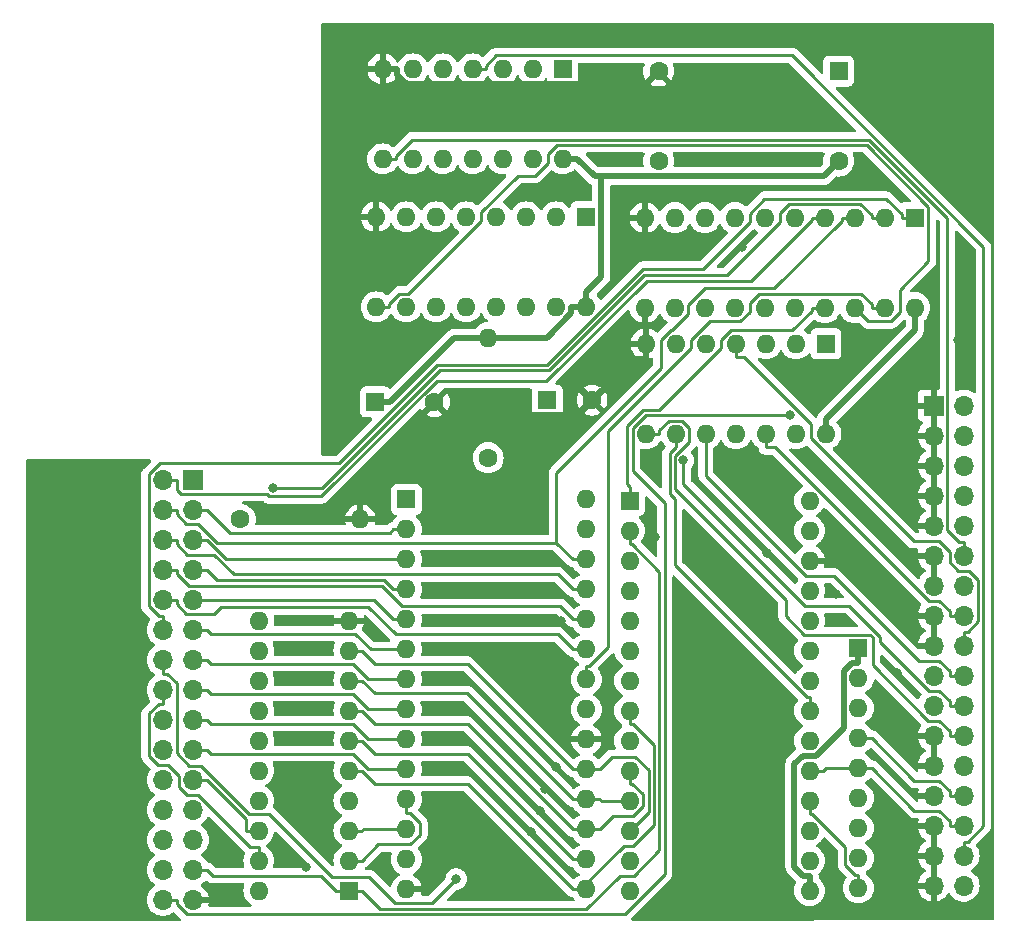
<source format=gbr>
%TF.GenerationSoftware,KiCad,Pcbnew,8.0.3*%
%TF.CreationDate,2024-07-15T19:17:30+01:00*%
%TF.ProjectId,OPD-Computer-One-Disk-Interface,4f50442d-436f-46d7-9075-7465722d4f6e,rev?*%
%TF.SameCoordinates,Original*%
%TF.FileFunction,Copper,L1,Top*%
%TF.FilePolarity,Positive*%
%FSLAX46Y46*%
G04 Gerber Fmt 4.6, Leading zero omitted, Abs format (unit mm)*
G04 Created by KiCad (PCBNEW 8.0.3) date 2024-07-15 19:17:30*
%MOMM*%
%LPD*%
G01*
G04 APERTURE LIST*
%TA.AperFunction,ComponentPad*%
%ADD10R,1.600000X1.600000*%
%TD*%
%TA.AperFunction,ComponentPad*%
%ADD11O,1.600000X1.600000*%
%TD*%
%TA.AperFunction,ComponentPad*%
%ADD12R,1.700000X1.700000*%
%TD*%
%TA.AperFunction,ComponentPad*%
%ADD13O,1.700000X1.700000*%
%TD*%
%TA.AperFunction,ComponentPad*%
%ADD14C,1.600000*%
%TD*%
%TA.AperFunction,ViaPad*%
%ADD15C,0.800000*%
%TD*%
%TA.AperFunction,Conductor*%
%ADD16C,0.500000*%
%TD*%
%TA.AperFunction,Conductor*%
%ADD17C,0.250000*%
%TD*%
G04 APERTURE END LIST*
D10*
%TO.P,IC1,1,_CS*%
%TO.N,_1772CS*%
X99125000Y-70400000D03*
D11*
%TO.P,IC1,2,R/W*%
%TO.N,R{slash}W*%
X99125000Y-72940000D03*
%TO.P,IC1,3,A0*%
%TO.N,A0*%
X99125000Y-75480000D03*
%TO.P,IC1,4,A1*%
%TO.N,A1*%
X99125000Y-78020000D03*
%TO.P,IC1,5,DAL0*%
%TO.N,ID0*%
X99125000Y-80560000D03*
%TO.P,IC1,6,DAL1*%
%TO.N,ID1*%
X99125000Y-83100000D03*
%TO.P,IC1,7,DAL2*%
%TO.N,ID2*%
X99125000Y-85640000D03*
%TO.P,IC1,8,DAL3*%
%TO.N,ID3*%
X99125000Y-88180000D03*
%TO.P,IC1,9,DAL4*%
%TO.N,ID4*%
X99125000Y-90720000D03*
%TO.P,IC1,10,DAL5*%
%TO.N,ID5*%
X99125000Y-93260000D03*
%TO.P,IC1,11,DAL6*%
%TO.N,ID6*%
X99125000Y-95800000D03*
%TO.P,IC1,12,DAL7*%
%TO.N,ID7*%
X99125000Y-98340000D03*
%TO.P,IC1,13,_MR*%
%TO.N,_MRESET*%
X99125000Y-100880000D03*
%TO.P,IC1,14,GND*%
%TO.N,GND*%
X99125000Y-103420000D03*
%TO.P,IC1,15,vcc*%
%TO.N,+5V*%
X114365000Y-103420000D03*
%TO.P,IC1,16,STEP*%
%TO.N,ISTEP*%
X114365000Y-100880000D03*
%TO.P,IC1,17,DIRC*%
%TO.N,DIRC*%
X114365000Y-98340000D03*
%TO.P,IC1,18,CLK*%
%TO.N,CLOCK*%
X114365000Y-95800000D03*
%TO.P,IC1,19,_RD*%
%TO.N,_RD*%
X114365000Y-93260000D03*
%TO.P,IC1,20,MO*%
%TO.N,MOTOR*%
X114365000Y-90720000D03*
%TO.P,IC1,21,WG*%
%TO.N,WRT_GATE*%
X114365000Y-88180000D03*
%TO.P,IC1,22,WD*%
%TO.N,WRT_DATA*%
X114365000Y-85640000D03*
%TO.P,IC1,23,_TR00*%
%TO.N,_TRACK0*%
X114365000Y-83100000D03*
%TO.P,IC1,24,_IP*%
%TO.N,INDEX*%
X114365000Y-80560000D03*
%TO.P,IC1,25,_WPRT*%
%TO.N,_WR_PROT*%
X114365000Y-78020000D03*
%TO.P,IC1,26,_DDEN*%
%TO.N,GND*%
X114365000Y-75480000D03*
%TO.P,IC1,27,DRQ*%
%TO.N,unconnected-(IC1-DRQ-Pad27)*%
X114365000Y-72940000D03*
%TO.P,IC1,28,INTRQ*%
%TO.N,INTRQ*%
X114365000Y-70400000D03*
%TD*%
D10*
%TO.P,IC6,1*%
%TO.N,INTRQ*%
X115750000Y-57130000D03*
D11*
%TO.P,IC6,2*%
%TO.N,_INTR*%
X113210000Y-57130000D03*
%TO.P,IC6,3*%
%TO.N,DIRC*%
X110670000Y-57130000D03*
%TO.P,IC6,4*%
%TO.N,DIR*%
X108130000Y-57130000D03*
%TO.P,IC6,5*%
%TO.N,WRT_DATA*%
X105590000Y-57130000D03*
%TO.P,IC6,6*%
%TO.N,_WD*%
X103050000Y-57130000D03*
%TO.P,IC6,7,GND*%
%TO.N,GND*%
X100510000Y-57130000D03*
%TO.P,IC6,8*%
%TO.N,_WE*%
X100510000Y-64750000D03*
%TO.P,IC6,9*%
%TO.N,WRT_GATE*%
X103050000Y-64750000D03*
%TO.P,IC6,10*%
%TO.N,_STEP*%
X105590000Y-64750000D03*
%TO.P,IC6,11*%
%TO.N,ISTEP*%
X108130000Y-64750000D03*
%TO.P,IC6,12*%
%TO.N,MOTORON*%
X110670000Y-64750000D03*
%TO.P,IC6,13*%
%TO.N,MOTOR*%
X113210000Y-64750000D03*
%TO.P,IC6,14,VCC*%
%TO.N,+5V*%
X115750000Y-64750000D03*
%TD*%
D10*
%TO.P,IC7,1*%
%TO.N,OC_CLOCK*%
X93460000Y-33850000D03*
D11*
%TO.P,IC7,2*%
%TO.N,CLOCK*%
X90920000Y-33850000D03*
%TO.P,IC7,3*%
%TO.N,175Q2*%
X88380000Y-33850000D03*
%TO.P,IC7,4*%
%TO.N,_SIDE*%
X85840000Y-33850000D03*
%TO.P,IC7,5*%
%TO.N,175Q0*%
X83300000Y-33850000D03*
%TO.P,IC7,6*%
%TO.N,_SEL0*%
X80760000Y-33850000D03*
%TO.P,IC7,7,GND*%
%TO.N,GND*%
X78220000Y-33850000D03*
%TO.P,IC7,8*%
%TO.N,_SEL1*%
X78220000Y-41470000D03*
%TO.P,IC7,9*%
%TO.N,175Q1*%
X80760000Y-41470000D03*
%TO.P,IC7,10*%
%TO.N,unconnected-(IC7-Pad10)*%
X83300000Y-41470000D03*
%TO.P,IC7,11*%
%TO.N,unconnected-(IC7-Pad11)*%
X85840000Y-41470000D03*
%TO.P,IC7,12*%
%TO.N,unconnected-(IC7-Pad12)*%
X88380000Y-41470000D03*
%TO.P,IC7,13*%
%TO.N,unconnected-(IC7-Pad13)*%
X90920000Y-41470000D03*
%TO.P,IC7,14,VCC*%
%TO.N,+5V*%
X93460000Y-41470000D03*
%TD*%
D12*
%TO.P,J1,1,Pin_1*%
%TO.N,+5V*%
X62150000Y-68650000D03*
D13*
%TO.P,J1,2,Pin_2*%
%TO.N,A14*%
X59610000Y-68650000D03*
%TO.P,J1,3,Pin_3*%
%TO.N,A12*%
X62150000Y-71190000D03*
%TO.P,J1,4,Pin_4*%
%TO.N,A13*%
X59610000Y-71190000D03*
%TO.P,J1,5,Pin_5*%
%TO.N,A7*%
X62150000Y-73730000D03*
%TO.P,J1,6,Pin_6*%
%TO.N,A8*%
X59610000Y-73730000D03*
%TO.P,J1,7,Pin_7*%
%TO.N,A6*%
X62150000Y-76270000D03*
%TO.P,J1,8,Pin_8*%
%TO.N,A9*%
X59610000Y-76270000D03*
%TO.P,J1,9,Pin_9*%
%TO.N,A5*%
X62150000Y-78810000D03*
%TO.P,J1,10,Pin_10*%
%TO.N,A11*%
X59610000Y-78810000D03*
%TO.P,J1,11,Pin_11*%
%TO.N,A4*%
X62150000Y-81350000D03*
%TO.P,J1,12,Pin_12*%
%TO.N,_OE*%
X59610000Y-81350000D03*
%TO.P,J1,13,Pin_13*%
%TO.N,A3*%
X62150000Y-83890000D03*
%TO.P,J1,14,Pin_14*%
%TO.N,A10*%
X59610000Y-83890000D03*
%TO.P,J1,15,Pin_15*%
%TO.N,A2*%
X62150000Y-86430000D03*
%TO.P,J1,16,Pin_16*%
%TO.N,_CE*%
X59610000Y-86430000D03*
%TO.P,J1,17,Pin_17*%
%TO.N,A1*%
X62150000Y-88970000D03*
%TO.P,J1,18,Pin_18*%
%TO.N,D7*%
X59610000Y-88970000D03*
%TO.P,J1,19,Pin_19*%
%TO.N,A0*%
X62150000Y-91510000D03*
%TO.P,J1,20,Pin_20*%
%TO.N,D6*%
X59610000Y-91510000D03*
%TO.P,J1,21,Pin_21*%
%TO.N,D0*%
X62150000Y-94050000D03*
%TO.P,J1,22,Pin_22*%
%TO.N,D5*%
X59610000Y-94050000D03*
%TO.P,J1,23,Pin_23*%
%TO.N,D1*%
X62150000Y-96590000D03*
%TO.P,J1,24,Pin_24*%
%TO.N,D4*%
X59610000Y-96590000D03*
%TO.P,J1,25,Pin_25*%
%TO.N,D2*%
X62150000Y-99130000D03*
%TO.P,J1,26,Pin_26*%
%TO.N,D3*%
X59610000Y-99130000D03*
%TO.P,J1,27,Pin_27*%
%TO.N,R{slash}W*%
X62150000Y-101670000D03*
%TO.P,J1,28,Pin_28*%
%TO.N,_MODULE_DETECT*%
X59610000Y-101670000D03*
%TO.P,J1,29,Pin_29*%
%TO.N,GND*%
X62150000Y-104210000D03*
%TO.P,J1,30,Pin_30*%
%TO.N,_INTR*%
X59610000Y-104210000D03*
%TD*%
D10*
%TO.P,IC5,1,I1/CLK*%
%TO.N,_OE*%
X123275000Y-46450000D03*
D11*
%TO.P,IC5,2,I2*%
%TO.N,_CE*%
X120735000Y-46450000D03*
%TO.P,IC5,3,I3*%
%TO.N,A13*%
X118195000Y-46450000D03*
%TO.P,IC5,4,I4*%
%TO.N,A14*%
X115655000Y-46450000D03*
%TO.P,IC5,5,I5*%
%TO.N,R{slash}W*%
X113115000Y-46450000D03*
%TO.P,IC5,6,I6*%
%TO.N,unconnected-(IC5-I6-Pad6)*%
X110575000Y-46450000D03*
%TO.P,IC5,7,I7*%
%TO.N,unconnected-(IC5-I7-Pad7)*%
X108035000Y-46450000D03*
%TO.P,IC5,8,I8*%
%TO.N,unconnected-(IC5-I8-Pad8)*%
X105495000Y-46450000D03*
%TO.P,IC5,9,I9*%
%TO.N,unconnected-(IC5-I9-Pad9)*%
X102955000Y-46450000D03*
%TO.P,IC5,10,GND*%
%TO.N,GND*%
X100415000Y-46450000D03*
%TO.P,IC5,11,I10/~{OE}*%
X100415000Y-54070000D03*
%TO.P,IC5,12,IO8*%
%TO.N,unconnected-(IC5-IO8-Pad12)*%
X102955000Y-54070000D03*
%TO.P,IC5,13,IO7*%
%TO.N,unconnected-(IC5-IO7-Pad13)*%
X105495000Y-54070000D03*
%TO.P,IC5,14,IO6*%
%TO.N,unconnected-(IC5-IO6-Pad14)*%
X108035000Y-54070000D03*
%TO.P,IC5,15,IO5*%
%TO.N,unconnected-(IC5-IO5-Pad15)*%
X110575000Y-54070000D03*
%TO.P,IC5,16,IO4*%
%TO.N,unconnected-(IC5-IO4-Pad16)*%
X113115000Y-54070000D03*
%TO.P,IC5,17,I03*%
%TO.N,_1772CS*%
X115655000Y-54070000D03*
%TO.P,IC5,18,IO2*%
%TO.N,175CP*%
X118195000Y-54070000D03*
%TO.P,IC5,19,IO1*%
%TO.N,_ROMOE*%
X120735000Y-54070000D03*
%TO.P,IC5,20,VCC*%
%TO.N,+5V*%
X123275000Y-54070000D03*
%TD*%
D10*
%TO.P,X1,1,EN*%
%TO.N,unconnected-(X1-EN-Pad1)*%
X116820000Y-34040000D03*
D14*
%TO.P,X1,7,GND*%
%TO.N,GND*%
X101580000Y-34040000D03*
%TO.P,X1,8,OUT*%
%TO.N,OC_CLOCK*%
X101580000Y-41660000D03*
%TO.P,X1,14,Vcc*%
%TO.N,+5V*%
X116820000Y-41660000D03*
%TD*%
D10*
%TO.P,IC3,1,A->B*%
%TO.N,R{slash}W*%
X75350000Y-103425000D03*
D11*
%TO.P,IC3,2,A0*%
%TO.N,ID0*%
X75350000Y-100885000D03*
%TO.P,IC3,3,A1*%
%TO.N,ID1*%
X75350000Y-98345000D03*
%TO.P,IC3,4,A2*%
%TO.N,ID2*%
X75350000Y-95805000D03*
%TO.P,IC3,5,A3*%
%TO.N,ID3*%
X75350000Y-93265000D03*
%TO.P,IC3,6,A4*%
%TO.N,ID4*%
X75350000Y-90725000D03*
%TO.P,IC3,7,A5*%
%TO.N,ID5*%
X75350000Y-88185000D03*
%TO.P,IC3,8,A6*%
%TO.N,ID6*%
X75350000Y-85645000D03*
%TO.P,IC3,9,A7*%
%TO.N,ID7*%
X75350000Y-83105000D03*
%TO.P,IC3,10,GND*%
%TO.N,GND*%
X75350000Y-80565000D03*
%TO.P,IC3,11,B7*%
%TO.N,D7*%
X67730000Y-80565000D03*
%TO.P,IC3,12,B6*%
%TO.N,D6*%
X67730000Y-83105000D03*
%TO.P,IC3,13,B5*%
%TO.N,D5*%
X67730000Y-85645000D03*
%TO.P,IC3,14,B4*%
%TO.N,D4*%
X67730000Y-88185000D03*
%TO.P,IC3,15,B3*%
%TO.N,D3*%
X67730000Y-90725000D03*
%TO.P,IC3,16,B2*%
%TO.N,D2*%
X67730000Y-93265000D03*
%TO.P,IC3,17,B1*%
%TO.N,D1*%
X67730000Y-95805000D03*
%TO.P,IC3,18,B0*%
%TO.N,D0*%
X67730000Y-98345000D03*
%TO.P,IC3,19,CE*%
%TO.N,_CE*%
X67730000Y-100885000D03*
%TO.P,IC3,20,VCC*%
%TO.N,+5V*%
X67730000Y-103425000D03*
%TD*%
D10*
%TO.P,C2,1*%
%TO.N,+5V*%
X77597300Y-62050000D03*
D14*
%TO.P,C2,2*%
%TO.N,GND*%
X82597300Y-62050000D03*
%TD*%
D10*
%TO.P,C1,1*%
%TO.N,Net-(IC4-~{Mr})*%
X92147300Y-61900000D03*
D14*
%TO.P,C1,2*%
%TO.N,GND*%
X95947300Y-61900000D03*
%TD*%
%TO.P,R2,1*%
%TO.N,_MODULE_DETECT*%
X66170000Y-72000000D03*
D11*
%TO.P,R2,2*%
%TO.N,GND*%
X76330000Y-72000000D03*
%TD*%
D14*
%TO.P,R1,1*%
%TO.N,Net-(IC4-~{Mr})*%
X87150000Y-66780000D03*
D11*
%TO.P,R1,2*%
%TO.N,+5V*%
X87150000Y-56620000D03*
%TD*%
D10*
%TO.P,RN1,1,common*%
%TO.N,+5V*%
X118500000Y-82870000D03*
D11*
%TO.P,RN1,2,R1*%
%TO.N,INDEX*%
X118500000Y-85410000D03*
%TO.P,RN1,3,R2*%
%TO.N,_TRACK0*%
X118500000Y-87950000D03*
%TO.P,RN1,4,R3*%
%TO.N,_WR_PROT*%
X118500000Y-90490000D03*
%TO.P,RN1,5,R4*%
%TO.N,_RD*%
X118500000Y-93030000D03*
%TO.P,RN1,6,R5*%
%TO.N,unconnected-(RN1-R5-Pad6)*%
X118500000Y-95570000D03*
%TO.P,RN1,7,R6*%
%TO.N,unconnected-(RN1-R6-Pad7)*%
X118500000Y-98110000D03*
%TO.P,RN1,8,R7*%
%TO.N,unconnected-(RN1-R7-Pad8)*%
X118500000Y-100650000D03*
%TO.P,RN1,9,R8*%
%TO.N,CLOCK*%
X118500000Y-103190000D03*
%TD*%
D10*
%TO.P,IC4,1,~{Mr}*%
%TO.N,Net-(IC4-~{Mr})*%
X95450000Y-46380000D03*
D11*
%TO.P,IC4,2,Q0*%
%TO.N,175Q0*%
X92910000Y-46380000D03*
%TO.P,IC4,3,~{Q0}*%
%TO.N,unconnected-(IC4-~{Q0}-Pad3)*%
X90370000Y-46380000D03*
%TO.P,IC4,4,D0*%
%TO.N,ID0*%
X87830000Y-46380000D03*
%TO.P,IC4,5,D1*%
%TO.N,ID1*%
X85290000Y-46380000D03*
%TO.P,IC4,6,~{Q1}*%
%TO.N,unconnected-(IC4-~{Q1}-Pad6)*%
X82750000Y-46380000D03*
%TO.P,IC4,7,Q1*%
%TO.N,175Q1*%
X80210000Y-46380000D03*
%TO.P,IC4,8,GND*%
%TO.N,GND*%
X77670000Y-46380000D03*
%TO.P,IC4,9,Cp*%
%TO.N,175CP*%
X77670000Y-54000000D03*
%TO.P,IC4,10,Q2*%
%TO.N,175Q2*%
X80210000Y-54000000D03*
%TO.P,IC4,11,~{Q2}*%
%TO.N,unconnected-(IC4-~{Q2}-Pad11)*%
X82750000Y-54000000D03*
%TO.P,IC4,12,D2*%
%TO.N,ID2*%
X85290000Y-54000000D03*
%TO.P,IC4,13,D3*%
%TO.N,ID3*%
X87830000Y-54000000D03*
%TO.P,IC4,14,~{Q3}*%
%TO.N,unconnected-(IC4-~{Q3}-Pad14)*%
X90370000Y-54000000D03*
%TO.P,IC4,15,Q3*%
%TO.N,_MRESET*%
X92910000Y-54000000D03*
%TO.P,IC4,16,VCC*%
%TO.N,+5V*%
X95450000Y-54000000D03*
%TD*%
D12*
%TO.P,J2,1,Pin_1*%
%TO.N,GND*%
X124860000Y-62360000D03*
D13*
%TO.P,J2,2,Pin_2*%
%TO.N,unconnected-(J2-Pin_2-Pad2)*%
X127400000Y-62360000D03*
%TO.P,J2,3,Pin_3*%
%TO.N,GND*%
X124860000Y-64900000D03*
%TO.P,J2,4,Pin_4*%
%TO.N,unconnected-(J2-Pin_4-Pad4)*%
X127400000Y-64900000D03*
%TO.P,J2,5,Pin_5*%
%TO.N,GND*%
X124860000Y-67440000D03*
%TO.P,J2,6,Pin_6*%
%TO.N,unconnected-(J2-Pin_6-Pad6)*%
X127400000Y-67440000D03*
%TO.P,J2,7,Pin_7*%
%TO.N,GND*%
X124860000Y-69980000D03*
%TO.P,J2,8,Pin_8*%
%TO.N,INDEX*%
X127400000Y-69980000D03*
%TO.P,J2,9,Pin_9*%
%TO.N,GND*%
X124860000Y-72520000D03*
%TO.P,J2,10,Pin_10*%
%TO.N,_SEL0*%
X127400000Y-72520000D03*
%TO.P,J2,11,Pin_11*%
%TO.N,GND*%
X124860000Y-75060000D03*
%TO.P,J2,12,Pin_12*%
%TO.N,_SEL1*%
X127400000Y-75060000D03*
%TO.P,J2,13,Pin_13*%
%TO.N,GND*%
X124860000Y-77600000D03*
%TO.P,J2,14,Pin_14*%
%TO.N,unconnected-(J2-Pin_14-Pad14)*%
X127400000Y-77600000D03*
%TO.P,J2,15,Pin_15*%
%TO.N,GND*%
X124860000Y-80140000D03*
%TO.P,J2,16,Pin_16*%
%TO.N,MOTORON*%
X127400000Y-80140000D03*
%TO.P,J2,17,Pin_17*%
%TO.N,GND*%
X124860000Y-82680000D03*
%TO.P,J2,18,Pin_18*%
%TO.N,DIR*%
X127400000Y-82680000D03*
%TO.P,J2,19,Pin_19*%
%TO.N,GND*%
X124860000Y-85220000D03*
%TO.P,J2,20,Pin_20*%
%TO.N,_STEP*%
X127400000Y-85220000D03*
%TO.P,J2,21,Pin_21*%
%TO.N,GND*%
X124860000Y-87760000D03*
%TO.P,J2,22,Pin_22*%
%TO.N,_WD*%
X127400000Y-87760000D03*
%TO.P,J2,23,Pin_23*%
%TO.N,GND*%
X124860000Y-90300000D03*
%TO.P,J2,24,Pin_24*%
%TO.N,_WE*%
X127400000Y-90300000D03*
%TO.P,J2,25,Pin_25*%
%TO.N,GND*%
X124860000Y-92840000D03*
%TO.P,J2,26,Pin_26*%
%TO.N,_TRACK0*%
X127400000Y-92840000D03*
%TO.P,J2,27,Pin_27*%
%TO.N,GND*%
X124860000Y-95380000D03*
%TO.P,J2,28,Pin_28*%
%TO.N,_WR_PROT*%
X127400000Y-95380000D03*
%TO.P,J2,29,Pin_29*%
%TO.N,GND*%
X124860000Y-97920000D03*
%TO.P,J2,30,Pin_30*%
%TO.N,_RD*%
X127400000Y-97920000D03*
%TO.P,J2,31,Pin_31*%
%TO.N,GND*%
X124860000Y-100460000D03*
%TO.P,J2,32,Pin_32*%
%TO.N,_SIDE*%
X127400000Y-100460000D03*
%TO.P,J2,33,Pin_33*%
%TO.N,GND*%
X124860000Y-103000000D03*
%TO.P,J2,34,Pin_34*%
%TO.N,unconnected-(J2-Pin_34-Pad34)*%
X127400000Y-103000000D03*
%TD*%
D10*
%TO.P,IC2,1,VPP*%
%TO.N,unconnected-(IC2-VPP-Pad1)*%
X80225000Y-70300000D03*
D11*
%TO.P,IC2,2,A12*%
%TO.N,A12*%
X80225000Y-72840000D03*
%TO.P,IC2,3,A7*%
%TO.N,A7*%
X80225000Y-75380000D03*
%TO.P,IC2,4,A6*%
%TO.N,A6*%
X80225000Y-77920000D03*
%TO.P,IC2,5,A5*%
%TO.N,A5*%
X80225000Y-80460000D03*
%TO.P,IC2,6,A4*%
%TO.N,A4*%
X80225000Y-83000000D03*
%TO.P,IC2,7,A3*%
%TO.N,A3*%
X80225000Y-85540000D03*
%TO.P,IC2,8,A2*%
%TO.N,A2*%
X80225000Y-88080000D03*
%TO.P,IC2,9,A1*%
%TO.N,A1*%
X80225000Y-90620000D03*
%TO.P,IC2,10,A0*%
%TO.N,A0*%
X80225000Y-93160000D03*
%TO.P,IC2,11,D0*%
%TO.N,ID0*%
X80225000Y-95700000D03*
%TO.P,IC2,12,D1*%
%TO.N,ID1*%
X80225000Y-98240000D03*
%TO.P,IC2,13,D2*%
%TO.N,ID2*%
X80225000Y-100780000D03*
%TO.P,IC2,14,GND*%
%TO.N,GND*%
X80225000Y-103320000D03*
%TO.P,IC2,15,D3*%
%TO.N,ID3*%
X95465000Y-103320000D03*
%TO.P,IC2,16,D4*%
%TO.N,ID4*%
X95465000Y-100780000D03*
%TO.P,IC2,17,D5*%
%TO.N,ID5*%
X95465000Y-98240000D03*
%TO.P,IC2,18,D6*%
%TO.N,ID6*%
X95465000Y-95700000D03*
%TO.P,IC2,19,D7*%
%TO.N,ID7*%
X95465000Y-93160000D03*
%TO.P,IC2,20,~{CE}*%
%TO.N,GND*%
X95465000Y-90620000D03*
%TO.P,IC2,21,A10*%
%TO.N,A10*%
X95465000Y-88080000D03*
%TO.P,IC2,22,~{OE}*%
%TO.N,_ROMOE*%
X95465000Y-85540000D03*
%TO.P,IC2,23,A11*%
%TO.N,A11*%
X95465000Y-83000000D03*
%TO.P,IC2,24,A9*%
%TO.N,A9*%
X95465000Y-80460000D03*
%TO.P,IC2,25,A8*%
%TO.N,A8*%
X95465000Y-77920000D03*
%TO.P,IC2,26,A13*%
%TO.N,A13*%
X95465000Y-75380000D03*
%TO.P,IC2,27,~{PGM}*%
%TO.N,unconnected-(IC2-~{PGM}-Pad27)*%
X95465000Y-72840000D03*
%TO.P,IC2,28,VCC*%
%TO.N,+5V*%
X95465000Y-70300000D03*
%TD*%
D15*
%TO.N,GND*%
X86100000Y-78150000D03*
X96600000Y-41650000D03*
X72250000Y-83050000D03*
X126950000Y-56850000D03*
X55900000Y-86700000D03*
X72500000Y-94300000D03*
X119150000Y-57300000D03*
X116550000Y-80500000D03*
X110700000Y-71400000D03*
X110700000Y-80050000D03*
X101250000Y-73450000D03*
X83800000Y-93050000D03*
X72300000Y-85500000D03*
X101000000Y-67300000D03*
X63550000Y-97700000D03*
X65150000Y-100600000D03*
X91550000Y-96700000D03*
X82750000Y-90450000D03*
X93300000Y-80600000D03*
X92000000Y-94850000D03*
X121750000Y-85000000D03*
X71750000Y-101400000D03*
X72200000Y-90300000D03*
X72150000Y-87950000D03*
X86250000Y-75500000D03*
X92900000Y-93000000D03*
X110950000Y-36150000D03*
X83700000Y-96950000D03*
X108600000Y-48900000D03*
X83950000Y-80400000D03*
X116600000Y-78350000D03*
X104450000Y-74100000D03*
X77950000Y-101200000D03*
X110750000Y-74850000D03*
X125250000Y-35350000D03*
X90800000Y-98500000D03*
X106800000Y-41650000D03*
X94500000Y-44150000D03*
%TO.N,A10*%
X84440300Y-102432700D03*
%TO.N,_CE*%
X68892000Y-69300100D03*
%TO.N,_INTR*%
X112672200Y-63174700D03*
%TO.N,_WD*%
X103685000Y-67000000D03*
%TD*%
D16*
%TO.N,+5V*%
X118500000Y-82870000D02*
X118500000Y-84120100D01*
X115750000Y-64750000D02*
X115750000Y-63499900D01*
X117953000Y-84120100D02*
X117249900Y-84823200D01*
X117249900Y-89632100D02*
X114892000Y-91990000D01*
X77597300Y-62050000D02*
X78847400Y-62050000D01*
X113075200Y-92696000D02*
X113075200Y-101398100D01*
X87150000Y-56620000D02*
X92097900Y-56620000D01*
X113781200Y-91990000D02*
X113075200Y-92696000D01*
X78847400Y-62050000D02*
X84277400Y-56620000D01*
X115564000Y-42916000D02*
X96720400Y-42916000D01*
X113847000Y-102169900D02*
X114365000Y-102169900D01*
X96720400Y-42916000D02*
X96720400Y-51479500D01*
X84277400Y-56620000D02*
X87150000Y-56620000D01*
X117249900Y-84823200D02*
X117249900Y-89632100D01*
X114892000Y-91990000D02*
X113781200Y-91990000D01*
X92097900Y-56620000D02*
X94199900Y-54518000D01*
X116820000Y-41660000D02*
X115564000Y-42916000D01*
X93460000Y-41470000D02*
X94710100Y-41470000D01*
X118500000Y-84120100D02*
X117953000Y-84120100D01*
X123275000Y-54070000D02*
X123275000Y-55974900D01*
X95450000Y-54000000D02*
X94199900Y-54000000D01*
X95450000Y-54000000D02*
X95450000Y-52749900D01*
X114365000Y-103420000D02*
X114365000Y-102169900D01*
X96720400Y-42916000D02*
X96156100Y-42916000D01*
X96720400Y-51479500D02*
X95450000Y-52749900D01*
X94199900Y-54518000D02*
X94199900Y-54000000D01*
X123275000Y-55974900D02*
X115750000Y-63499900D01*
X113075200Y-101398100D02*
X113847000Y-102169900D01*
X96156100Y-42916000D02*
X94710100Y-41470000D01*
%TO.N,GND*%
X99467200Y-58380100D02*
X100510000Y-58380100D01*
X124860000Y-80140000D02*
X123559900Y-80140000D01*
X80244200Y-35142100D02*
X79470100Y-34368000D01*
X83702500Y-63155200D02*
X82597300Y-62050000D01*
X76330000Y-72000000D02*
X76330000Y-70527700D01*
X118899900Y-75480000D02*
X123559900Y-80140000D01*
X95947300Y-61900000D02*
X99467200Y-58380100D01*
X83702500Y-63155200D02*
X94692100Y-63155200D01*
X78220000Y-33850000D02*
X79470100Y-33850000D01*
X124860000Y-72520000D02*
X124860000Y-69980000D01*
X124860000Y-100460000D02*
X124860000Y-97920000D01*
X79470100Y-34368000D02*
X79470100Y-33850000D01*
X100477900Y-35142100D02*
X80244200Y-35142100D01*
X100510000Y-57130000D02*
X100510000Y-58380100D01*
X101580000Y-34040000D02*
X100477900Y-35142100D01*
X76330000Y-70527700D02*
X83702500Y-63155200D01*
X124860000Y-92840000D02*
X124860000Y-90300000D01*
X94692100Y-63155200D02*
X95947300Y-61900000D01*
X114365000Y-75480000D02*
X118899900Y-75480000D01*
D17*
%TO.N,_1772CS*%
X101590900Y-62724600D02*
X100241100Y-62724600D01*
X98883800Y-69033700D02*
X99125000Y-69274900D01*
X99125000Y-70400000D02*
X99125000Y-69274900D01*
X107668300Y-55995200D02*
X106860000Y-56803500D01*
X98883800Y-64081900D02*
X98883800Y-69033700D01*
X100241100Y-62724600D02*
X98883800Y-64081900D01*
X115655000Y-54070000D02*
X114529900Y-54070000D01*
X114529900Y-54351300D02*
X112886000Y-55995200D01*
X114529900Y-54070000D02*
X114529900Y-54351300D01*
X106860000Y-56803500D02*
X106860000Y-57455500D01*
X106860000Y-57455500D02*
X101590900Y-62724600D01*
X112886000Y-55995200D02*
X107668300Y-55995200D01*
%TO.N,A0*%
X63665300Y-91850200D02*
X75697000Y-91850200D01*
X75697000Y-91850200D02*
X77006800Y-93160000D01*
X77006800Y-93160000D02*
X80225000Y-93160000D01*
X63325100Y-91510000D02*
X63665300Y-91850200D01*
X62150000Y-91510000D02*
X63325100Y-91510000D01*
%TO.N,A1*%
X63665300Y-89310200D02*
X75697000Y-89310200D01*
X75697000Y-89310200D02*
X77006800Y-90620000D01*
X62150000Y-88970000D02*
X63325100Y-88970000D01*
X63325100Y-88970000D02*
X63665300Y-89310200D01*
X77006800Y-90620000D02*
X80225000Y-90620000D01*
%TO.N,ID0*%
X75350000Y-100885000D02*
X76475100Y-100885000D01*
X80554600Y-99510000D02*
X77850100Y-99510000D01*
X80225000Y-96825100D02*
X80506300Y-96825100D01*
X81384000Y-98680600D02*
X80554600Y-99510000D01*
X81384000Y-97702800D02*
X81384000Y-98680600D01*
X80225000Y-95700000D02*
X80225000Y-96825100D01*
X80506300Y-96825100D02*
X81384000Y-97702800D01*
X77850100Y-99510000D02*
X76475100Y-100885000D01*
%TO.N,ID1*%
X75350000Y-98345000D02*
X76475100Y-98345000D01*
X76580100Y-98240000D02*
X76475100Y-98345000D01*
X80225000Y-98240000D02*
X76580100Y-98240000D01*
%TO.N,ID3*%
X99125000Y-89305100D02*
X99406300Y-89305100D01*
X101189400Y-97867500D02*
X99446900Y-99610000D01*
X77600200Y-94390100D02*
X85410000Y-94390100D01*
X95465000Y-103320000D02*
X94902500Y-103320000D01*
X75350000Y-93265000D02*
X76475100Y-93265000D01*
X99446900Y-99610000D02*
X98612500Y-99610000D01*
X94902500Y-103320000D02*
X94339900Y-103320000D01*
X76475100Y-93265000D02*
X77600200Y-94390100D01*
X99406300Y-89305100D02*
X101189400Y-91088200D01*
X98612500Y-99610000D02*
X94902500Y-103320000D01*
X99125000Y-88180000D02*
X99125000Y-89305100D01*
X101189400Y-91088200D02*
X101189400Y-97867500D01*
X85410000Y-94390100D02*
X94339900Y-103320000D01*
%TO.N,ID4*%
X77600200Y-91850100D02*
X85410000Y-91850100D01*
X85410000Y-91850100D02*
X94339900Y-100780000D01*
X75350000Y-90725000D02*
X76475100Y-90725000D01*
X95465000Y-100780000D02*
X94339900Y-100780000D01*
X76475100Y-90725000D02*
X77600200Y-91850100D01*
%TO.N,ID5*%
X99358100Y-94385100D02*
X99125000Y-94385100D01*
X96590100Y-98240000D02*
X97715200Y-97114900D01*
X100260700Y-95287700D02*
X99358100Y-94385100D01*
X77600200Y-89310100D02*
X85410000Y-89310100D01*
X76475100Y-88185000D02*
X77600200Y-89310100D01*
X97715200Y-97114900D02*
X99413900Y-97114900D01*
X100260700Y-96268100D02*
X100260700Y-95287700D01*
X75350000Y-88185000D02*
X76475100Y-88185000D01*
X95465000Y-98240000D02*
X94339900Y-98240000D01*
X85410000Y-89310100D02*
X94339900Y-98240000D01*
X99125000Y-93260000D02*
X99125000Y-94385100D01*
X95465000Y-98240000D02*
X96590100Y-98240000D01*
X99413900Y-97114900D02*
X100260700Y-96268100D01*
%TO.N,ID6*%
X95465000Y-95700000D02*
X94339900Y-95700000D01*
X96590100Y-95700000D02*
X96690100Y-95800000D01*
X95465000Y-95700000D02*
X96590100Y-95700000D01*
X76475100Y-85645000D02*
X77545300Y-86715200D01*
X75350000Y-85645000D02*
X76475100Y-85645000D01*
X85355100Y-86715200D02*
X94339900Y-95700000D01*
X96690100Y-95800000D02*
X99125000Y-95800000D01*
X77545300Y-86715200D02*
X85355100Y-86715200D01*
%TO.N,ID7*%
X100729200Y-96735800D02*
X99125000Y-98340000D01*
X100729200Y-93240300D02*
X100729200Y-96735800D01*
X97635400Y-92114700D02*
X99603600Y-92114700D01*
X95465000Y-93160000D02*
X94339900Y-93160000D01*
X76475100Y-83105000D02*
X77600200Y-84230100D01*
X75350000Y-83105000D02*
X76475100Y-83105000D01*
X85410000Y-84230100D02*
X94339900Y-93160000D01*
X95465000Y-93160000D02*
X96590100Y-93160000D01*
X99603600Y-92114700D02*
X100729200Y-93240300D01*
X77600200Y-84230100D02*
X85410000Y-84230100D01*
X96590100Y-93160000D02*
X97635400Y-92114700D01*
%TO.N,CLOCK*%
X118218600Y-102064900D02*
X117374900Y-101221200D01*
X114365000Y-95800000D02*
X114365000Y-96925100D01*
X117374900Y-101221200D02*
X117374900Y-99701900D01*
X117374900Y-99701900D02*
X114598100Y-96925100D01*
X118500000Y-103190000D02*
X118500000Y-102064900D01*
X114598100Y-96925100D02*
X114365000Y-96925100D01*
X118500000Y-102064900D02*
X118218600Y-102064900D01*
%TO.N,_RD*%
X114365000Y-93260000D02*
X115490100Y-93260000D01*
X118500000Y-93030000D02*
X119625100Y-93030000D01*
X119625100Y-93030000D02*
X123245100Y-96650000D01*
X126224900Y-97554800D02*
X126224900Y-97920000D01*
X125320100Y-96650000D02*
X126224900Y-97554800D01*
X115720100Y-93030000D02*
X118500000Y-93030000D01*
X115490100Y-93260000D02*
X115720100Y-93030000D01*
X123245100Y-96650000D02*
X125320100Y-96650000D01*
X127400000Y-97920000D02*
X126224900Y-97920000D01*
%TO.N,WRT_GATE*%
X102509800Y-69808300D02*
X102959900Y-70258400D01*
X114365000Y-88180000D02*
X114365000Y-87054900D01*
X103050000Y-64750000D02*
X103050000Y-65875100D01*
X103050000Y-65875100D02*
X102509800Y-66415300D01*
X114131800Y-87054900D02*
X114365000Y-87054900D01*
X102509800Y-66415300D02*
X102509800Y-69808300D01*
X102959900Y-75883000D02*
X114131800Y-87054900D01*
X102959900Y-70258400D02*
X102959900Y-75883000D01*
%TO.N,_WR_PROT*%
X118500000Y-90490000D02*
X119625100Y-90490000D01*
X119625100Y-90490000D02*
X123245100Y-94110000D01*
X123245100Y-94110000D02*
X125320100Y-94110000D01*
X126224900Y-95014800D02*
X126224900Y-95380000D01*
X125320100Y-94110000D02*
X126224900Y-95014800D01*
X127400000Y-95380000D02*
X126224900Y-95380000D01*
%TO.N,A12*%
X65269100Y-73134000D02*
X78805900Y-73134000D01*
X62150000Y-71190000D02*
X63325100Y-71190000D01*
X78805900Y-73134000D02*
X79099900Y-72840000D01*
X63325100Y-71190000D02*
X65269100Y-73134000D01*
X80225000Y-72840000D02*
X79099900Y-72840000D01*
%TO.N,A7*%
X79099900Y-75380000D02*
X64975100Y-75380000D01*
X62150000Y-73730000D02*
X63325100Y-73730000D01*
X64975100Y-75380000D02*
X63325100Y-73730000D01*
X80225000Y-75380000D02*
X79099900Y-75380000D01*
%TO.N,A6*%
X63325100Y-76270000D02*
X64179500Y-77124400D01*
X80225000Y-77920000D02*
X79099900Y-77920000D01*
X64179500Y-77124400D02*
X78304300Y-77124400D01*
X78304300Y-77124400D02*
X79099900Y-77920000D01*
X62150000Y-76270000D02*
X63325100Y-76270000D01*
%TO.N,A5*%
X79099900Y-80460000D02*
X77449900Y-78810000D01*
X77449900Y-78810000D02*
X63325100Y-78810000D01*
X62150000Y-78810000D02*
X63325100Y-78810000D01*
X80225000Y-80460000D02*
X79099900Y-80460000D01*
%TO.N,A4*%
X63665300Y-81690200D02*
X75886800Y-81690200D01*
X75886800Y-81690200D02*
X77196600Y-83000000D01*
X63325100Y-81350000D02*
X63665300Y-81690200D01*
X62150000Y-81350000D02*
X63325100Y-81350000D01*
X77196600Y-83000000D02*
X80225000Y-83000000D01*
%TO.N,A3*%
X63665300Y-84230200D02*
X75697000Y-84230200D01*
X63325100Y-83890000D02*
X63665300Y-84230200D01*
X75697000Y-84230200D02*
X77006800Y-85540000D01*
X62150000Y-83890000D02*
X63325100Y-83890000D01*
X77006800Y-85540000D02*
X80225000Y-85540000D01*
%TO.N,A2*%
X77006800Y-88080000D02*
X80225000Y-88080000D01*
X62150000Y-86430000D02*
X63325100Y-86430000D01*
X63665300Y-86770200D02*
X75697000Y-86770200D01*
X75697000Y-86770200D02*
X77006800Y-88080000D01*
X63325100Y-86430000D02*
X63665300Y-86770200D01*
%TO.N,A10*%
X79286000Y-104489400D02*
X82383600Y-104489400D01*
X73966300Y-102299900D02*
X77096500Y-102299900D01*
X59610000Y-85065100D02*
X59977300Y-85065100D01*
X66896100Y-96930200D02*
X68596600Y-96930200D01*
X60785100Y-85872900D02*
X60785100Y-91810000D01*
X59977300Y-85065100D02*
X60785100Y-85872900D01*
X61849900Y-92874800D02*
X62840700Y-92874800D01*
X62840700Y-92874800D02*
X66896100Y-96930200D01*
X77096500Y-102299900D02*
X79286000Y-104489400D01*
X59610000Y-83890000D02*
X59610000Y-85065100D01*
X68596600Y-96930200D02*
X73966300Y-102299900D01*
X60785100Y-91810000D02*
X61849900Y-92874800D01*
X82383600Y-104489400D02*
X84440300Y-102432700D01*
%TO.N,_ROMOE*%
X97329900Y-82783100D02*
X97329900Y-64493300D01*
X119609900Y-53788700D02*
X119609900Y-54070000D01*
X105912700Y-55210800D02*
X108495400Y-55210800D01*
X104320000Y-57503200D02*
X104320000Y-56803500D01*
X104320000Y-56803500D02*
X105912700Y-55210800D01*
X95465000Y-85540000D02*
X95465000Y-84414900D01*
X95698100Y-84414900D02*
X97329900Y-82783100D01*
X109305000Y-53685100D02*
X110064500Y-52925600D01*
X95465000Y-84414900D02*
X95698100Y-84414900D01*
X110064500Y-52925600D02*
X118746800Y-52925600D01*
X120735000Y-54070000D02*
X119609900Y-54070000D01*
X108495400Y-55210800D02*
X109305000Y-54401200D01*
X109305000Y-54401200D02*
X109305000Y-53685100D01*
X97329900Y-64493300D02*
X104320000Y-57503200D01*
X118746800Y-52925600D02*
X119609900Y-53788700D01*
%TO.N,A11*%
X60785100Y-78810000D02*
X60785100Y-79177200D01*
X59610000Y-78810000D02*
X60785100Y-78810000D01*
X93069900Y-81730000D02*
X94339900Y-83000000D01*
X64534100Y-79417300D02*
X77004700Y-79417300D01*
X95465000Y-83000000D02*
X94339900Y-83000000D01*
X77004700Y-79417300D02*
X79317400Y-81730000D01*
X60785100Y-79177200D02*
X61593100Y-79985200D01*
X63966200Y-79985200D02*
X64534100Y-79417300D01*
X79317400Y-81730000D02*
X93069900Y-81730000D01*
X61593100Y-79985200D02*
X63966200Y-79985200D01*
%TO.N,A9*%
X93214800Y-79334900D02*
X94339900Y-80460000D01*
X78139000Y-77634000D02*
X79839900Y-79334900D01*
X79839900Y-79334900D02*
X93214800Y-79334900D01*
X60785100Y-76270000D02*
X60785100Y-76635300D01*
X60785100Y-76635300D02*
X61783800Y-77634000D01*
X95465000Y-80460000D02*
X94339900Y-80460000D01*
X61783800Y-77634000D02*
X78139000Y-77634000D01*
X59610000Y-76270000D02*
X60785100Y-76270000D01*
%TO.N,A8*%
X65608400Y-76650000D02*
X63958400Y-75000000D01*
X63958400Y-75000000D02*
X61689800Y-75000000D01*
X93069900Y-76650000D02*
X65608400Y-76650000D01*
X95465000Y-77920000D02*
X94339900Y-77920000D01*
X61689800Y-75000000D02*
X60785100Y-74095300D01*
X59610000Y-73730000D02*
X60785100Y-73730000D01*
X60785100Y-74095300D02*
X60785100Y-73730000D01*
X94339900Y-77920000D02*
X93069900Y-76650000D01*
%TO.N,A13*%
X102623400Y-55956200D02*
X101780000Y-56799600D01*
X95465000Y-75380000D02*
X94339900Y-75380000D01*
X62596900Y-72365100D02*
X64197000Y-73965200D01*
X104095000Y-54575700D02*
X102714500Y-55956200D01*
X117069900Y-46450000D02*
X117069900Y-46731300D01*
X60785100Y-71557300D02*
X61592900Y-72365100D01*
X101780000Y-59202200D02*
X92925100Y-68057100D01*
X92925100Y-73965200D02*
X94339900Y-75380000D01*
X105522900Y-52424800D02*
X104095000Y-53852700D01*
X117069900Y-46731300D02*
X111376400Y-52424800D01*
X104095000Y-53852700D02*
X104095000Y-54575700D01*
X61592900Y-72365100D02*
X62596900Y-72365100D01*
X101780000Y-56799600D02*
X101780000Y-59202200D01*
X102714500Y-55956200D02*
X102623400Y-55956200D01*
X111376400Y-52424800D02*
X105522900Y-52424800D01*
X64197000Y-73965200D02*
X92925100Y-73965200D01*
X59610000Y-71190000D02*
X60785100Y-71190000D01*
X118195000Y-46450000D02*
X117069900Y-46450000D01*
X92925100Y-68057100D02*
X92925100Y-73965200D01*
X60785100Y-71190000D02*
X60785100Y-71557300D01*
%TO.N,D0*%
X66604900Y-98345000D02*
X66604900Y-97329800D01*
X67730000Y-98345000D02*
X66604900Y-98345000D01*
X66604900Y-97329800D02*
X63325100Y-94050000D01*
X62150000Y-94050000D02*
X63325100Y-94050000D01*
%TO.N,_CE*%
X61674700Y-95320000D02*
X60974800Y-94620100D01*
X111845000Y-46079500D02*
X112607300Y-45317200D01*
X60004100Y-92780000D02*
X59176500Y-92780000D01*
X59176500Y-92780000D02*
X58419800Y-92023300D01*
X60974800Y-94620100D02*
X60974800Y-93750700D01*
X67014500Y-99759900D02*
X62574600Y-95320000D01*
X119609900Y-46253600D02*
X119609900Y-46450000D01*
X83046000Y-59372600D02*
X92332000Y-59372600D01*
X100381500Y-51323100D02*
X107363800Y-51323100D01*
X58419800Y-88430000D02*
X59244700Y-87605100D01*
X59610000Y-86430000D02*
X59610000Y-87605100D01*
X118673500Y-45317200D02*
X119609900Y-46253600D01*
X107363800Y-51323100D02*
X111845000Y-46841900D01*
X60974800Y-93750700D02*
X60004100Y-92780000D01*
X112607300Y-45317200D02*
X118673500Y-45317200D01*
X58419800Y-92023300D02*
X58419800Y-88430000D01*
X111845000Y-46841900D02*
X111845000Y-46079500D01*
X68892000Y-69300100D02*
X73118500Y-69300100D01*
X92332000Y-59372600D02*
X100381500Y-51323100D01*
X67730000Y-100885000D02*
X67730000Y-99759900D01*
X59244700Y-87605100D02*
X59610000Y-87605100D01*
X67730000Y-99759900D02*
X67014500Y-99759900D01*
X73118500Y-69300100D02*
X83046000Y-59372600D01*
X120735000Y-46450000D02*
X119609900Y-46450000D01*
X62574600Y-95320000D02*
X61674700Y-95320000D01*
%TO.N,175CP*%
X122005000Y-54448800D02*
X121246200Y-55207600D01*
X124417500Y-45511900D02*
X124417500Y-50159500D01*
X80392500Y-52874900D02*
X86560000Y-46707400D01*
X92190000Y-41829700D02*
X92190000Y-41087200D01*
X86560000Y-45981000D02*
X89645000Y-42896000D01*
X119198400Y-40292800D02*
X124417500Y-45511900D01*
X86560000Y-46707400D02*
X86560000Y-45981000D01*
X77670000Y-54000000D02*
X78795100Y-54000000D01*
X89645000Y-42896000D02*
X91123700Y-42896000D01*
X78795100Y-54000000D02*
X78795100Y-53718600D01*
X92984400Y-40292800D02*
X119198400Y-40292800D01*
X78795100Y-53718600D02*
X79638800Y-52874900D01*
X92190000Y-41087200D02*
X92984400Y-40292800D01*
X121246200Y-55207600D02*
X119332600Y-55207600D01*
X124417500Y-50159500D02*
X122005000Y-52572000D01*
X91123700Y-42896000D02*
X92190000Y-41829700D01*
X119332600Y-55207600D02*
X118195000Y-54070000D01*
X122005000Y-52572000D02*
X122005000Y-54448800D01*
X79638800Y-52874900D02*
X80392500Y-52874900D01*
%TO.N,A14*%
X82782400Y-60272800D02*
X92068300Y-60272800D01*
X61129200Y-69825200D02*
X68391700Y-69825200D01*
X68391700Y-69825200D02*
X68591700Y-70025200D01*
X68591700Y-70025200D02*
X73030000Y-70025200D01*
X60785100Y-69481100D02*
X61129200Y-69825200D01*
X109411100Y-51773300D02*
X114529900Y-46654500D01*
X59610000Y-68650000D02*
X60785100Y-68650000D01*
X73030000Y-70025200D02*
X82782400Y-60272800D01*
X60785100Y-68650000D02*
X60785100Y-69481100D01*
X115655000Y-46450000D02*
X114529900Y-46450000D01*
X92068300Y-60272800D02*
X100567800Y-51773300D01*
X100567800Y-51773300D02*
X109411100Y-51773300D01*
X114529900Y-46654500D02*
X114529900Y-46450000D01*
%TO.N,_OE*%
X123275000Y-46450000D02*
X122149900Y-46450000D01*
X105325900Y-50788900D02*
X100279000Y-50788900D01*
X59353100Y-67235200D02*
X58405300Y-68183000D01*
X120848300Y-44867100D02*
X110540100Y-44867100D01*
X109305000Y-46809800D02*
X105325900Y-50788900D01*
X122149900Y-46450000D02*
X122149900Y-46168700D01*
X74546700Y-67235200D02*
X59353100Y-67235200D01*
X58405300Y-68183000D02*
X58405300Y-79335500D01*
X110540100Y-44867100D02*
X109305000Y-46102200D01*
X59244700Y-80174900D02*
X59610000Y-80174900D01*
X109305000Y-46102200D02*
X109305000Y-46809800D01*
X59610000Y-81350000D02*
X59610000Y-80174900D01*
X100279000Y-50788900D02*
X92145400Y-58922500D01*
X92145400Y-58922500D02*
X82859400Y-58922500D01*
X122149900Y-46168700D02*
X120848300Y-44867100D01*
X58405300Y-79335500D02*
X59244700Y-80174900D01*
X82859400Y-58922500D02*
X74546700Y-67235200D01*
%TO.N,_INTR*%
X102106700Y-70640700D02*
X99373000Y-67907000D01*
X60785100Y-104577200D02*
X61622100Y-105414200D01*
X99373000Y-64286200D02*
X100484500Y-63174700D01*
X100484500Y-63174700D02*
X112672200Y-63174700D01*
X60785100Y-104210000D02*
X60785100Y-104577200D01*
X99373000Y-67907000D02*
X99373000Y-64286200D01*
X102106700Y-102037200D02*
X102106700Y-70640700D01*
X61622100Y-105414200D02*
X98729700Y-105414200D01*
X59610000Y-104210000D02*
X60785100Y-104210000D01*
X98729700Y-105414200D02*
X102106700Y-102037200D01*
%TO.N,DIR*%
X127872600Y-76330000D02*
X128636100Y-77093500D01*
X108833200Y-58255100D02*
X114480000Y-63901900D01*
X123192100Y-73822400D02*
X125307000Y-73822400D01*
X108130000Y-58255100D02*
X108833200Y-58255100D01*
X126969100Y-76330000D02*
X127872600Y-76330000D01*
X114480000Y-63901900D02*
X114480000Y-65110300D01*
X128636100Y-80634000D02*
X127765200Y-81504900D01*
X114480000Y-65110300D02*
X123192100Y-73822400D01*
X127400000Y-82680000D02*
X127400000Y-81504900D01*
X108130000Y-57130000D02*
X108130000Y-58255100D01*
X125307000Y-73822400D02*
X126224800Y-74740200D01*
X126224800Y-74740200D02*
X126224800Y-75585700D01*
X128636100Y-77093500D02*
X128636100Y-80634000D01*
X126224800Y-75585700D02*
X126969100Y-76330000D01*
X127765200Y-81504900D02*
X127400000Y-81504900D01*
%TO.N,_WD*%
X126224900Y-87394800D02*
X125320100Y-86490000D01*
X126224900Y-87760000D02*
X126224900Y-87394800D01*
X103685000Y-68986700D02*
X103685000Y-67000000D01*
X120337100Y-81943400D02*
X117683700Y-79290000D01*
X117683700Y-79290000D02*
X113988300Y-79290000D01*
X120337100Y-82361200D02*
X120337100Y-81943400D01*
X127400000Y-87760000D02*
X126224900Y-87760000D01*
X124465900Y-86490000D02*
X120337100Y-82361200D01*
X125320100Y-86490000D02*
X124465900Y-86490000D01*
X113988300Y-79290000D02*
X103685000Y-68986700D01*
%TO.N,_WE*%
X102959900Y-66650500D02*
X102959900Y-69396600D01*
X125320100Y-89030000D02*
X126224900Y-89934800D01*
X119727800Y-81990600D02*
X119727800Y-84367200D01*
X126224900Y-89934800D02*
X126224900Y-90300000D01*
X112349600Y-80180100D02*
X113914200Y-81744700D01*
X112349600Y-78786300D02*
X112349600Y-80180100D01*
X100510000Y-64750000D02*
X101635100Y-64750000D01*
X127400000Y-90300000D02*
X126224900Y-90300000D01*
X101635100Y-64750000D02*
X101635100Y-64468600D01*
X119727800Y-84367200D02*
X124390600Y-89030000D01*
X119481900Y-81744700D02*
X119727800Y-81990600D01*
X104182300Y-65428100D02*
X102959900Y-66650500D01*
X124390600Y-89030000D02*
X125320100Y-89030000D01*
X102959900Y-69396600D02*
X112349600Y-78786300D01*
X101635100Y-64468600D02*
X102478800Y-63624900D01*
X104182300Y-64246300D02*
X104182300Y-65428100D01*
X103560900Y-63624900D02*
X104182300Y-64246300D01*
X113914200Y-81744700D02*
X119481900Y-81744700D01*
X102478800Y-63624900D02*
X103560900Y-63624900D01*
%TO.N,_STEP*%
X125320100Y-83950000D02*
X123622100Y-83950000D01*
X105590000Y-68297300D02*
X105590000Y-65875100D01*
X126224900Y-85220000D02*
X126224900Y-84854800D01*
X126224900Y-84854800D02*
X125320100Y-83950000D01*
X116422100Y-76750000D02*
X114042700Y-76750000D01*
X123622100Y-83950000D02*
X116422100Y-76750000D01*
X127400000Y-85220000D02*
X126224900Y-85220000D01*
X105590000Y-64750000D02*
X105590000Y-65875100D01*
X114042700Y-76750000D02*
X105590000Y-68297300D01*
%TO.N,MOTORON*%
X110670000Y-65875100D02*
X111456400Y-65875100D01*
X127400000Y-80140000D02*
X126224900Y-80140000D01*
X111456400Y-65875100D02*
X124451300Y-78870000D01*
X110670000Y-64750000D02*
X110670000Y-65875100D01*
X124451300Y-78870000D02*
X125320100Y-78870000D01*
X126224900Y-79774800D02*
X126224900Y-80140000D01*
X125320100Y-78870000D02*
X126224900Y-79774800D01*
%TO.N,R{slash}W*%
X76475100Y-103425000D02*
X78014100Y-104964000D01*
X101646300Y-76410000D02*
X99301400Y-74065100D01*
X72956800Y-102156900D02*
X63812000Y-102156900D01*
X75350000Y-103425000D02*
X76475100Y-103425000D01*
X62150000Y-101670000D02*
X63325100Y-101670000D01*
X74224900Y-103425000D02*
X72956800Y-102156900D01*
X101646300Y-100015100D02*
X101646300Y-76410000D01*
X98280000Y-102150000D02*
X99511400Y-102150000D01*
X78014100Y-104964000D02*
X95466000Y-104964000D01*
X95466000Y-104964000D02*
X98280000Y-102150000D01*
X74787500Y-103425000D02*
X75350000Y-103425000D01*
X74787500Y-103425000D02*
X74224900Y-103425000D01*
X63812000Y-102156900D02*
X63325100Y-101670000D01*
X99511400Y-102150000D02*
X101646300Y-100015100D01*
X99125000Y-72940000D02*
X99125000Y-74065100D01*
X99301400Y-74065100D02*
X99125000Y-74065100D01*
%TO.N,_SEL1*%
X126035200Y-46493000D02*
X119384700Y-39842500D01*
X127034700Y-73884900D02*
X126035200Y-72885400D01*
X127400000Y-75060000D02*
X127400000Y-73884900D01*
X119384700Y-39842500D02*
X80691200Y-39842500D01*
X79345100Y-41188600D02*
X79345100Y-41470000D01*
X80691200Y-39842500D02*
X79345100Y-41188600D01*
X127400000Y-73884900D02*
X127034700Y-73884900D01*
X126035200Y-72885400D02*
X126035200Y-46493000D01*
X78220000Y-41470000D02*
X79345100Y-41470000D01*
%TO.N,_SIDE*%
X127400000Y-99284900D02*
X127765200Y-99284900D01*
X127765200Y-99284900D02*
X129086300Y-97963800D01*
X129086300Y-97963800D02*
X129086300Y-48907500D01*
X112878300Y-32699500D02*
X87834300Y-32699500D01*
X127400000Y-100460000D02*
X127400000Y-99284900D01*
X129086300Y-48907500D02*
X112878300Y-32699500D01*
X85840000Y-33850000D02*
X86965100Y-33850000D01*
X86965100Y-33568700D02*
X86965100Y-33850000D01*
X87834300Y-32699500D02*
X86965100Y-33568700D01*
%TD*%
%TA.AperFunction,Conductor*%
%TO.N,GND*%
G36*
X58560072Y-66919685D02*
G01*
X58605827Y-66972489D01*
X58615771Y-67041647D01*
X58586746Y-67105203D01*
X58580714Y-67111681D01*
X58255651Y-67436745D01*
X58001467Y-67690929D01*
X57957347Y-67735049D01*
X57913227Y-67779168D01*
X57843903Y-67882918D01*
X57843898Y-67882927D01*
X57796145Y-67998214D01*
X57796143Y-67998222D01*
X57771800Y-68120601D01*
X57771800Y-79397898D01*
X57796143Y-79520277D01*
X57796145Y-79520285D01*
X57843898Y-79635572D01*
X57843903Y-79635581D01*
X57913228Y-79739332D01*
X57913231Y-79739336D01*
X58523527Y-80349631D01*
X58557012Y-80410954D01*
X58552028Y-80480645D01*
X58536664Y-80508164D01*
X58537083Y-80508438D01*
X58411139Y-80701209D01*
X58320703Y-80907385D01*
X58265436Y-81125628D01*
X58265434Y-81125640D01*
X58246844Y-81349994D01*
X58246844Y-81350005D01*
X58265434Y-81574359D01*
X58265436Y-81574371D01*
X58320703Y-81792614D01*
X58411140Y-81998792D01*
X58534276Y-82187265D01*
X58534284Y-82187276D01*
X58686756Y-82352902D01*
X58686760Y-82352906D01*
X58864424Y-82491189D01*
X58864429Y-82491191D01*
X58864431Y-82491193D01*
X58900930Y-82510946D01*
X58950520Y-82560165D01*
X58965628Y-82628382D01*
X58941457Y-82693937D01*
X58900930Y-82729054D01*
X58864431Y-82748806D01*
X58864422Y-82748812D01*
X58686761Y-82887092D01*
X58686756Y-82887097D01*
X58534284Y-83052723D01*
X58534276Y-83052734D01*
X58411140Y-83241207D01*
X58320703Y-83447385D01*
X58265436Y-83665628D01*
X58265434Y-83665640D01*
X58246844Y-83889994D01*
X58246844Y-83890005D01*
X58265434Y-84114359D01*
X58265436Y-84114371D01*
X58320703Y-84332614D01*
X58411140Y-84538792D01*
X58534276Y-84727265D01*
X58534284Y-84727276D01*
X58677903Y-84883285D01*
X58686760Y-84892906D01*
X58864424Y-85031189D01*
X58864426Y-85031190D01*
X58864433Y-85031195D01*
X58900930Y-85050946D01*
X58950520Y-85100165D01*
X58965628Y-85168382D01*
X58941457Y-85233937D01*
X58900931Y-85269054D01*
X58864425Y-85288810D01*
X58864420Y-85288813D01*
X58686761Y-85427092D01*
X58686756Y-85427097D01*
X58534284Y-85592723D01*
X58534276Y-85592734D01*
X58411140Y-85781207D01*
X58320703Y-85987385D01*
X58265436Y-86205628D01*
X58265434Y-86205640D01*
X58246844Y-86429994D01*
X58246844Y-86430005D01*
X58265434Y-86654359D01*
X58265436Y-86654371D01*
X58320703Y-86872614D01*
X58411140Y-87078792D01*
X58473216Y-87173806D01*
X58531013Y-87262271D01*
X58537083Y-87271561D01*
X58535975Y-87272284D01*
X58559343Y-87331537D01*
X58545766Y-87400075D01*
X58523526Y-87430367D01*
X58015967Y-87937929D01*
X57986804Y-87967092D01*
X57927727Y-88026168D01*
X57858403Y-88129918D01*
X57858398Y-88129927D01*
X57810645Y-88245214D01*
X57810643Y-88245222D01*
X57786300Y-88367601D01*
X57786300Y-92085698D01*
X57810643Y-92208077D01*
X57810645Y-92208085D01*
X57858398Y-92323372D01*
X57858403Y-92323381D01*
X57927728Y-92427132D01*
X57927731Y-92427136D01*
X58535970Y-93035374D01*
X58569455Y-93096697D01*
X58564471Y-93166388D01*
X58539528Y-93207028D01*
X58534276Y-93212734D01*
X58411139Y-93401209D01*
X58320703Y-93607385D01*
X58265436Y-93825628D01*
X58265434Y-93825640D01*
X58246844Y-94049994D01*
X58246844Y-94050005D01*
X58265434Y-94274359D01*
X58265436Y-94274371D01*
X58320703Y-94492614D01*
X58411140Y-94698792D01*
X58534276Y-94887265D01*
X58534284Y-94887276D01*
X58686756Y-95052902D01*
X58686761Y-95052907D01*
X58712567Y-95072993D01*
X58864424Y-95191189D01*
X58864429Y-95191191D01*
X58864431Y-95191193D01*
X58900930Y-95210946D01*
X58950520Y-95260165D01*
X58965628Y-95328382D01*
X58941457Y-95393937D01*
X58900930Y-95429054D01*
X58864431Y-95448806D01*
X58864422Y-95448812D01*
X58686761Y-95587092D01*
X58686756Y-95587097D01*
X58534284Y-95752723D01*
X58534276Y-95752734D01*
X58411140Y-95941207D01*
X58320703Y-96147385D01*
X58265436Y-96365628D01*
X58265434Y-96365640D01*
X58246844Y-96589994D01*
X58246844Y-96590005D01*
X58265434Y-96814359D01*
X58265436Y-96814371D01*
X58320703Y-97032614D01*
X58411140Y-97238792D01*
X58534276Y-97427265D01*
X58534284Y-97427276D01*
X58686756Y-97592902D01*
X58686760Y-97592906D01*
X58864424Y-97731189D01*
X58864429Y-97731191D01*
X58864431Y-97731193D01*
X58900930Y-97750946D01*
X58950520Y-97800165D01*
X58965628Y-97868382D01*
X58941457Y-97933937D01*
X58900930Y-97969054D01*
X58864431Y-97988806D01*
X58864422Y-97988812D01*
X58686761Y-98127092D01*
X58686756Y-98127097D01*
X58534284Y-98292723D01*
X58534276Y-98292734D01*
X58411140Y-98481207D01*
X58320703Y-98687385D01*
X58265436Y-98905628D01*
X58265434Y-98905640D01*
X58246844Y-99129994D01*
X58246844Y-99130005D01*
X58265434Y-99354359D01*
X58265436Y-99354371D01*
X58320703Y-99572614D01*
X58411140Y-99778792D01*
X58534276Y-99967265D01*
X58534284Y-99967276D01*
X58686756Y-100132902D01*
X58686760Y-100132906D01*
X58864424Y-100271189D01*
X58864429Y-100271191D01*
X58864431Y-100271193D01*
X58900930Y-100290946D01*
X58950520Y-100340165D01*
X58965628Y-100408382D01*
X58941457Y-100473937D01*
X58900930Y-100509054D01*
X58864431Y-100528806D01*
X58864422Y-100528812D01*
X58686761Y-100667092D01*
X58686756Y-100667097D01*
X58534284Y-100832723D01*
X58534276Y-100832734D01*
X58411140Y-101021207D01*
X58320703Y-101227385D01*
X58265436Y-101445628D01*
X58265434Y-101445640D01*
X58246844Y-101669994D01*
X58246844Y-101670005D01*
X58265434Y-101894359D01*
X58265436Y-101894371D01*
X58320703Y-102112614D01*
X58411140Y-102318792D01*
X58534276Y-102507265D01*
X58534284Y-102507276D01*
X58686756Y-102672902D01*
X58686761Y-102672907D01*
X58745078Y-102718297D01*
X58864424Y-102811189D01*
X58864429Y-102811191D01*
X58864431Y-102811193D01*
X58900930Y-102830946D01*
X58950520Y-102880165D01*
X58965628Y-102948382D01*
X58941457Y-103013937D01*
X58900930Y-103049054D01*
X58864431Y-103068806D01*
X58864422Y-103068812D01*
X58686761Y-103207092D01*
X58686756Y-103207097D01*
X58534284Y-103372723D01*
X58534276Y-103372734D01*
X58411140Y-103561207D01*
X58320703Y-103767385D01*
X58265436Y-103985628D01*
X58265434Y-103985640D01*
X58246844Y-104209994D01*
X58246844Y-104210005D01*
X58265434Y-104434359D01*
X58265436Y-104434371D01*
X58320703Y-104652614D01*
X58411140Y-104858792D01*
X58534276Y-105047265D01*
X58534284Y-105047276D01*
X58686756Y-105212902D01*
X58686760Y-105212906D01*
X58864424Y-105351189D01*
X58864425Y-105351189D01*
X58864427Y-105351191D01*
X58991135Y-105419761D01*
X59062426Y-105458342D01*
X59275365Y-105531444D01*
X59497431Y-105568500D01*
X59722569Y-105568500D01*
X59944635Y-105531444D01*
X60157574Y-105458342D01*
X60355576Y-105351189D01*
X60442137Y-105283814D01*
X60507130Y-105258171D01*
X60575670Y-105271737D01*
X60605981Y-105293986D01*
X61092382Y-105780388D01*
X61125867Y-105841711D01*
X61120883Y-105911403D01*
X61079011Y-105967336D01*
X61013547Y-105991753D01*
X61004777Y-105992069D01*
X48124076Y-105999924D01*
X48057024Y-105980280D01*
X48011237Y-105927504D01*
X48000000Y-105875924D01*
X48000000Y-67024000D01*
X48019685Y-66956961D01*
X48072489Y-66911206D01*
X48124000Y-66900000D01*
X58493033Y-66900000D01*
X58560072Y-66919685D01*
G37*
%TD.AperFunction*%
%TA.AperFunction,Conductor*%
G36*
X129943039Y-30019685D02*
G01*
X129988794Y-30072489D01*
X130000000Y-30124000D01*
X130000000Y-105826075D01*
X129980315Y-105893114D01*
X129927511Y-105938869D01*
X129876076Y-105950075D01*
X99370566Y-105968676D01*
X99303514Y-105949032D01*
X99257727Y-105896256D01*
X99247741Y-105827104D01*
X99276728Y-105763530D01*
X99282809Y-105756995D01*
X102598768Y-102441036D01*
X102598771Y-102441033D01*
X102668100Y-102337275D01*
X102715855Y-102221985D01*
X102740200Y-102099594D01*
X102740200Y-101974806D01*
X102740200Y-76858566D01*
X102759885Y-76791527D01*
X102812689Y-76745772D01*
X102881847Y-76735828D01*
X102945403Y-76764853D01*
X102951881Y-76770885D01*
X113350497Y-87169501D01*
X113383982Y-87230824D01*
X113378998Y-87300516D01*
X113361322Y-87330856D01*
X113361908Y-87331266D01*
X113358806Y-87335695D01*
X113358802Y-87335700D01*
X113274548Y-87456027D01*
X113227476Y-87523252D01*
X113227475Y-87523254D01*
X113130718Y-87730750D01*
X113130714Y-87730761D01*
X113071457Y-87951910D01*
X113071456Y-87951918D01*
X113051502Y-88179998D01*
X113051502Y-88180001D01*
X113071456Y-88408081D01*
X113071457Y-88408089D01*
X113130714Y-88629238D01*
X113130718Y-88629249D01*
X113218747Y-88818028D01*
X113227477Y-88836749D01*
X113358802Y-89024300D01*
X113520700Y-89186198D01*
X113702020Y-89313160D01*
X113708251Y-89317523D01*
X113751345Y-89337618D01*
X113803784Y-89383791D01*
X113822936Y-89450984D01*
X113802720Y-89517865D01*
X113751345Y-89562382D01*
X113708251Y-89582476D01*
X113617959Y-89645700D01*
X113520700Y-89713802D01*
X113520698Y-89713803D01*
X113520695Y-89713806D01*
X113358806Y-89875695D01*
X113358803Y-89875698D01*
X113358802Y-89875700D01*
X113290737Y-89972907D01*
X113227476Y-90063252D01*
X113227475Y-90063254D01*
X113130718Y-90270750D01*
X113130714Y-90270761D01*
X113071457Y-90491910D01*
X113071456Y-90491918D01*
X113051502Y-90719998D01*
X113051502Y-90720001D01*
X113071456Y-90948081D01*
X113071457Y-90948089D01*
X113130714Y-91169238D01*
X113130718Y-91169249D01*
X113220769Y-91362364D01*
X113231261Y-91431441D01*
X113202741Y-91495225D01*
X113196068Y-91502449D01*
X112486035Y-92212482D01*
X112403025Y-92336717D01*
X112348396Y-92468603D01*
X112345849Y-92474753D01*
X112338260Y-92512906D01*
X112316700Y-92621291D01*
X112316700Y-101472807D01*
X112325391Y-101516499D01*
X112325391Y-101516500D01*
X112345847Y-101619339D01*
X112345849Y-101619347D01*
X112401555Y-101753834D01*
X112403026Y-101757384D01*
X112422279Y-101786198D01*
X112486035Y-101881617D01*
X113211639Y-102607221D01*
X113245124Y-102668544D01*
X113240140Y-102738236D01*
X113229632Y-102758236D01*
X113230187Y-102758556D01*
X113227477Y-102763250D01*
X113130718Y-102970750D01*
X113130714Y-102970761D01*
X113071457Y-103191910D01*
X113071456Y-103191918D01*
X113051502Y-103419998D01*
X113051502Y-103420001D01*
X113071456Y-103648081D01*
X113071457Y-103648089D01*
X113130714Y-103869238D01*
X113130718Y-103869249D01*
X113207743Y-104034430D01*
X113227477Y-104076749D01*
X113358802Y-104264300D01*
X113520700Y-104426198D01*
X113708251Y-104557523D01*
X113799076Y-104599875D01*
X113915750Y-104654281D01*
X113915752Y-104654281D01*
X113915757Y-104654284D01*
X114136913Y-104713543D01*
X114290602Y-104726989D01*
X114364998Y-104733498D01*
X114365000Y-104733498D01*
X114365002Y-104733498D01*
X114439398Y-104726989D01*
X114593087Y-104713543D01*
X114814243Y-104654284D01*
X115021749Y-104557523D01*
X115209300Y-104426198D01*
X115371198Y-104264300D01*
X115502523Y-104076749D01*
X115599284Y-103869243D01*
X115658543Y-103648087D01*
X115676520Y-103442614D01*
X115678498Y-103420001D01*
X115678498Y-103419998D01*
X115663625Y-103250000D01*
X115658543Y-103191913D01*
X115599284Y-102970757D01*
X115595162Y-102961918D01*
X115534089Y-102830945D01*
X115502523Y-102763251D01*
X115371198Y-102575700D01*
X115209300Y-102413802D01*
X115176374Y-102390747D01*
X115132751Y-102336171D01*
X115123500Y-102289174D01*
X115123500Y-102095194D01*
X115123163Y-102093498D01*
X115113284Y-102043837D01*
X115119510Y-101974249D01*
X115162372Y-101919071D01*
X115163704Y-101918123D01*
X115209300Y-101886198D01*
X115371198Y-101724300D01*
X115502523Y-101536749D01*
X115599284Y-101329243D01*
X115658543Y-101108087D01*
X115676520Y-100902614D01*
X115678498Y-100880001D01*
X115678498Y-100879998D01*
X115663625Y-100710000D01*
X115658543Y-100651913D01*
X115599284Y-100430757D01*
X115595162Y-100421918D01*
X115552655Y-100330761D01*
X115502523Y-100223251D01*
X115371198Y-100035700D01*
X115209300Y-99873802D01*
X115021749Y-99742477D01*
X114989377Y-99727382D01*
X114978655Y-99722382D01*
X114926215Y-99676210D01*
X114907063Y-99609017D01*
X114927278Y-99542136D01*
X114978655Y-99497618D01*
X114981882Y-99496112D01*
X115021749Y-99477523D01*
X115209300Y-99346198D01*
X115371198Y-99184300D01*
X115502523Y-98996749D01*
X115513965Y-98972210D01*
X115560133Y-98919772D01*
X115627326Y-98900617D01*
X115694208Y-98920830D01*
X115714028Y-98936932D01*
X116705081Y-99927985D01*
X116738566Y-99989308D01*
X116741400Y-100015666D01*
X116741400Y-101283598D01*
X116765743Y-101405977D01*
X116765745Y-101405985D01*
X116813498Y-101521272D01*
X116813503Y-101521281D01*
X116882828Y-101625032D01*
X116882831Y-101625036D01*
X117465404Y-102207609D01*
X117498889Y-102268932D01*
X117493905Y-102338624D01*
X117479298Y-102366413D01*
X117362479Y-102533246D01*
X117362475Y-102533254D01*
X117265718Y-102740750D01*
X117265714Y-102740761D01*
X117206457Y-102961910D01*
X117206456Y-102961918D01*
X117186502Y-103189998D01*
X117186502Y-103190001D01*
X117206456Y-103418081D01*
X117206457Y-103418089D01*
X117265714Y-103639238D01*
X117265718Y-103639249D01*
X117358056Y-103837268D01*
X117362477Y-103846749D01*
X117493802Y-104034300D01*
X117655700Y-104196198D01*
X117843251Y-104327523D01*
X117909682Y-104358500D01*
X118050750Y-104424281D01*
X118050752Y-104424281D01*
X118050757Y-104424284D01*
X118271913Y-104483543D01*
X118434832Y-104497796D01*
X118499998Y-104503498D01*
X118500000Y-104503498D01*
X118500002Y-104503498D01*
X118557021Y-104498509D01*
X118728087Y-104483543D01*
X118949243Y-104424284D01*
X119156749Y-104327523D01*
X119344300Y-104196198D01*
X119506198Y-104034300D01*
X119637523Y-103846749D01*
X119734284Y-103639243D01*
X119793543Y-103418087D01*
X119812002Y-103207097D01*
X119813498Y-103190001D01*
X119813498Y-103189998D01*
X119802634Y-103065826D01*
X119793543Y-102961913D01*
X119734284Y-102740757D01*
X119733108Y-102738236D01*
X119679200Y-102622628D01*
X119637523Y-102533251D01*
X119506198Y-102345700D01*
X119344300Y-102183802D01*
X119313709Y-102162382D01*
X119182067Y-102070204D01*
X119138442Y-102015627D01*
X119131574Y-101992822D01*
X119120593Y-101937618D01*
X119114592Y-101907449D01*
X119120819Y-101837859D01*
X119163681Y-101782682D01*
X119164952Y-101781779D01*
X119344300Y-101656198D01*
X119506198Y-101494300D01*
X119637523Y-101306749D01*
X119734284Y-101099243D01*
X119793543Y-100878087D01*
X119812002Y-100667097D01*
X119813498Y-100650001D01*
X119813498Y-100649998D01*
X119804917Y-100551918D01*
X119793543Y-100421913D01*
X119734284Y-100200757D01*
X119712011Y-100152993D01*
X119668602Y-100059901D01*
X119637523Y-99993251D01*
X119506198Y-99805700D01*
X119344300Y-99643802D01*
X119156749Y-99512477D01*
X119153547Y-99510984D01*
X119113655Y-99492382D01*
X119061215Y-99446210D01*
X119042063Y-99379017D01*
X119062278Y-99312136D01*
X119113655Y-99267618D01*
X119121555Y-99263934D01*
X119156749Y-99247523D01*
X119344300Y-99116198D01*
X119506198Y-98954300D01*
X119637523Y-98766749D01*
X119734284Y-98559243D01*
X119793543Y-98338087D01*
X119812002Y-98127097D01*
X119813498Y-98110001D01*
X119813498Y-98109998D01*
X119801167Y-97969054D01*
X119793543Y-97881913D01*
X119734284Y-97660757D01*
X119716101Y-97621764D01*
X119667722Y-97518014D01*
X119637523Y-97453251D01*
X119506198Y-97265700D01*
X119344300Y-97103802D01*
X119156749Y-96972477D01*
X119153547Y-96970984D01*
X119113655Y-96952382D01*
X119061215Y-96906210D01*
X119042063Y-96839017D01*
X119062278Y-96772136D01*
X119113655Y-96727618D01*
X119122921Y-96723297D01*
X119156749Y-96707523D01*
X119344300Y-96576198D01*
X119506198Y-96414300D01*
X119637523Y-96226749D01*
X119734284Y-96019243D01*
X119793543Y-95798087D01*
X119812002Y-95587097D01*
X119813498Y-95570001D01*
X119813498Y-95569998D01*
X119804917Y-95471918D01*
X119793543Y-95341913D01*
X119734284Y-95120757D01*
X119712011Y-95072993D01*
X119694780Y-95036040D01*
X119637523Y-94913251D01*
X119506198Y-94725700D01*
X119344300Y-94563802D01*
X119156749Y-94432477D01*
X119153547Y-94430984D01*
X119113655Y-94412382D01*
X119061215Y-94366210D01*
X119042063Y-94299017D01*
X119062278Y-94232136D01*
X119113655Y-94187618D01*
X119122921Y-94183297D01*
X119156749Y-94167523D01*
X119344300Y-94036198D01*
X119452166Y-93928332D01*
X119513489Y-93894847D01*
X119583181Y-93899831D01*
X119627528Y-93928332D01*
X122753029Y-97053833D01*
X122801671Y-97102475D01*
X122841268Y-97142072D01*
X122945018Y-97211396D01*
X122945024Y-97211399D01*
X122945025Y-97211400D01*
X123060315Y-97259155D01*
X123182701Y-97283499D01*
X123182705Y-97283500D01*
X123182706Y-97283500D01*
X123472604Y-97283500D01*
X123539643Y-97303185D01*
X123585398Y-97355989D01*
X123595342Y-97425147D01*
X123587598Y-97451129D01*
X123588419Y-97451428D01*
X123586567Y-97456513D01*
X123529364Y-97669999D01*
X123529364Y-97670000D01*
X124426988Y-97670000D01*
X124394075Y-97727007D01*
X124360000Y-97854174D01*
X124360000Y-97985826D01*
X124394075Y-98112993D01*
X124426988Y-98170000D01*
X123529364Y-98170000D01*
X123586567Y-98383486D01*
X123586570Y-98383492D01*
X123686399Y-98597578D01*
X123821894Y-98791082D01*
X123988917Y-98958105D01*
X124175031Y-99088425D01*
X124218656Y-99143003D01*
X124225848Y-99212501D01*
X124194326Y-99274856D01*
X124175031Y-99291575D01*
X123988922Y-99421890D01*
X123988920Y-99421891D01*
X123821891Y-99588920D01*
X123821886Y-99588926D01*
X123686400Y-99782420D01*
X123686399Y-99782422D01*
X123586570Y-99996507D01*
X123586567Y-99996513D01*
X123529364Y-100209999D01*
X123529364Y-100210000D01*
X124426988Y-100210000D01*
X124394075Y-100267007D01*
X124360000Y-100394174D01*
X124360000Y-100525826D01*
X124394075Y-100652993D01*
X124426988Y-100710000D01*
X123529364Y-100710000D01*
X123586567Y-100923486D01*
X123586570Y-100923492D01*
X123686399Y-101137578D01*
X123821894Y-101331082D01*
X123988917Y-101498105D01*
X124175031Y-101628425D01*
X124218656Y-101683003D01*
X124225848Y-101752501D01*
X124194326Y-101814856D01*
X124175031Y-101831575D01*
X123988922Y-101961890D01*
X123988920Y-101961891D01*
X123821891Y-102128920D01*
X123821886Y-102128926D01*
X123686400Y-102322420D01*
X123686399Y-102322422D01*
X123586570Y-102536507D01*
X123586567Y-102536513D01*
X123529364Y-102749999D01*
X123529364Y-102750000D01*
X124426988Y-102750000D01*
X124394075Y-102807007D01*
X124360000Y-102934174D01*
X124360000Y-103065826D01*
X124394075Y-103192993D01*
X124426988Y-103250000D01*
X123529364Y-103250000D01*
X123586567Y-103463486D01*
X123586570Y-103463492D01*
X123686399Y-103677578D01*
X123821894Y-103871082D01*
X123988917Y-104038105D01*
X124182421Y-104173600D01*
X124396507Y-104273429D01*
X124396516Y-104273433D01*
X124610000Y-104330634D01*
X124610000Y-103433012D01*
X124667007Y-103465925D01*
X124794174Y-103500000D01*
X124925826Y-103500000D01*
X125052993Y-103465925D01*
X125110000Y-103433012D01*
X125110000Y-104330633D01*
X125323483Y-104273433D01*
X125323492Y-104273429D01*
X125537578Y-104173600D01*
X125731082Y-104038105D01*
X125898105Y-103871082D01*
X126024868Y-103690048D01*
X126079445Y-103646423D01*
X126148944Y-103639231D01*
X126211298Y-103670753D01*
X126230251Y-103693350D01*
X126324276Y-103837265D01*
X126324284Y-103837276D01*
X126476756Y-104002902D01*
X126476761Y-104002907D01*
X126521983Y-104038105D01*
X126654424Y-104141189D01*
X126654425Y-104141189D01*
X126654427Y-104141191D01*
X126756063Y-104196193D01*
X126852426Y-104248342D01*
X127065365Y-104321444D01*
X127287431Y-104358500D01*
X127512569Y-104358500D01*
X127734635Y-104321444D01*
X127947574Y-104248342D01*
X128145576Y-104141189D01*
X128323240Y-104002906D01*
X128441684Y-103874243D01*
X128475715Y-103837276D01*
X128475716Y-103837274D01*
X128475722Y-103837268D01*
X128598860Y-103648791D01*
X128689296Y-103442616D01*
X128744564Y-103224368D01*
X128745995Y-103207097D01*
X128763156Y-103000005D01*
X128763156Y-102999994D01*
X128744565Y-102775640D01*
X128744563Y-102775628D01*
X128730734Y-102721020D01*
X128689296Y-102557384D01*
X128598860Y-102351209D01*
X128593833Y-102343515D01*
X128514429Y-102221977D01*
X128475722Y-102162732D01*
X128475719Y-102162729D01*
X128475715Y-102162723D01*
X128323243Y-101997097D01*
X128323238Y-101997092D01*
X128191259Y-101894368D01*
X128145576Y-101858811D01*
X128109070Y-101839055D01*
X128059479Y-101789836D01*
X128044371Y-101721619D01*
X128068541Y-101656064D01*
X128109070Y-101620945D01*
X128112023Y-101619347D01*
X128145576Y-101601189D01*
X128323240Y-101462906D01*
X128425595Y-101351720D01*
X128475715Y-101297276D01*
X128475716Y-101297274D01*
X128475722Y-101297268D01*
X128598860Y-101108791D01*
X128689296Y-100902616D01*
X128744564Y-100684368D01*
X128745995Y-100667097D01*
X128763156Y-100460005D01*
X128763156Y-100459994D01*
X128744565Y-100235640D01*
X128744563Y-100235628D01*
X128689296Y-100017385D01*
X128680138Y-99996507D01*
X128598860Y-99811209D01*
X128574559Y-99774013D01*
X128472917Y-99618438D01*
X128474010Y-99617723D01*
X128450613Y-99558429D01*
X128464177Y-99489888D01*
X128486424Y-99459578D01*
X129578372Y-98367633D01*
X129647701Y-98263875D01*
X129689088Y-98163955D01*
X129695455Y-98148585D01*
X129699730Y-98127097D01*
X129719799Y-98026198D01*
X129719800Y-98026195D01*
X129719800Y-48845105D01*
X129719799Y-48845101D01*
X129695456Y-48722722D01*
X129695455Y-48722715D01*
X129647700Y-48607425D01*
X129647699Y-48607424D01*
X129647696Y-48607418D01*
X129578372Y-48503668D01*
X129578371Y-48503667D01*
X129490133Y-48415429D01*
X116634885Y-35560181D01*
X116601400Y-35498858D01*
X116606384Y-35429166D01*
X116648256Y-35373233D01*
X116713720Y-35348816D01*
X116722566Y-35348500D01*
X117668638Y-35348500D01*
X117668654Y-35348499D01*
X117695692Y-35345591D01*
X117729201Y-35341989D01*
X117866204Y-35290889D01*
X117983261Y-35203261D01*
X118070889Y-35086204D01*
X118121989Y-34949201D01*
X118127687Y-34896204D01*
X118128499Y-34888654D01*
X118128500Y-34888637D01*
X118128500Y-33191362D01*
X118128499Y-33191345D01*
X118125157Y-33160270D01*
X118121989Y-33130799D01*
X118070889Y-32993796D01*
X117983261Y-32876739D01*
X117866204Y-32789111D01*
X117729203Y-32738011D01*
X117668654Y-32731500D01*
X117668638Y-32731500D01*
X115971362Y-32731500D01*
X115971345Y-32731500D01*
X115910797Y-32738011D01*
X115910795Y-32738011D01*
X115773795Y-32789111D01*
X115656739Y-32876739D01*
X115569111Y-32993795D01*
X115518011Y-33130795D01*
X115518011Y-33130797D01*
X115511500Y-33191345D01*
X115511500Y-34137433D01*
X115491815Y-34204472D01*
X115439011Y-34250227D01*
X115369853Y-34260171D01*
X115306297Y-34231146D01*
X115299819Y-34225114D01*
X113282136Y-32207431D01*
X113282132Y-32207428D01*
X113178381Y-32138103D01*
X113178372Y-32138098D01*
X113063085Y-32090345D01*
X113063077Y-32090343D01*
X112940698Y-32066000D01*
X112940694Y-32066000D01*
X87771906Y-32066000D01*
X87771901Y-32066000D01*
X87649522Y-32090343D01*
X87649514Y-32090345D01*
X87534227Y-32138098D01*
X87534218Y-32138103D01*
X87430467Y-32207428D01*
X87430463Y-32207431D01*
X86822449Y-32815446D01*
X86761126Y-32848931D01*
X86691434Y-32843947D01*
X86663647Y-32829340D01*
X86496749Y-32712477D01*
X86496745Y-32712475D01*
X86289249Y-32615718D01*
X86289238Y-32615714D01*
X86068089Y-32556457D01*
X86068081Y-32556456D01*
X85840002Y-32536502D01*
X85839998Y-32536502D01*
X85611918Y-32556456D01*
X85611910Y-32556457D01*
X85390761Y-32615714D01*
X85390750Y-32615718D01*
X85183254Y-32712475D01*
X85183252Y-32712476D01*
X85183251Y-32712477D01*
X84995700Y-32843802D01*
X84995698Y-32843803D01*
X84995695Y-32843806D01*
X84833806Y-33005695D01*
X84702476Y-33193251D01*
X84682382Y-33236345D01*
X84636209Y-33288784D01*
X84569016Y-33307936D01*
X84502135Y-33287720D01*
X84457618Y-33236345D01*
X84437523Y-33193251D01*
X84436188Y-33191345D01*
X84306198Y-33005700D01*
X84144300Y-32843802D01*
X83956749Y-32712477D01*
X83956745Y-32712475D01*
X83749249Y-32615718D01*
X83749238Y-32615714D01*
X83528089Y-32556457D01*
X83528081Y-32556456D01*
X83300002Y-32536502D01*
X83299998Y-32536502D01*
X83071918Y-32556456D01*
X83071910Y-32556457D01*
X82850761Y-32615714D01*
X82850750Y-32615718D01*
X82643254Y-32712475D01*
X82643252Y-32712476D01*
X82643251Y-32712477D01*
X82455700Y-32843802D01*
X82455698Y-32843803D01*
X82455695Y-32843806D01*
X82293806Y-33005695D01*
X82162476Y-33193251D01*
X82142382Y-33236345D01*
X82096209Y-33288784D01*
X82029016Y-33307936D01*
X81962135Y-33287720D01*
X81917618Y-33236345D01*
X81897523Y-33193251D01*
X81896188Y-33191345D01*
X81766198Y-33005700D01*
X81604300Y-32843802D01*
X81416749Y-32712477D01*
X81416745Y-32712475D01*
X81209249Y-32615718D01*
X81209238Y-32615714D01*
X80988089Y-32556457D01*
X80988081Y-32556456D01*
X80760002Y-32536502D01*
X80759998Y-32536502D01*
X80531918Y-32556456D01*
X80531910Y-32556457D01*
X80310761Y-32615714D01*
X80310750Y-32615718D01*
X80103254Y-32712475D01*
X80103252Y-32712476D01*
X80103251Y-32712477D01*
X79915700Y-32843802D01*
X79915698Y-32843803D01*
X79915695Y-32843806D01*
X79753806Y-33005695D01*
X79622476Y-33193252D01*
X79622474Y-33193256D01*
X79597691Y-33246402D01*
X79551518Y-33298841D01*
X79484324Y-33317992D01*
X79417444Y-33297775D01*
X79372927Y-33246399D01*
X79350133Y-33197517D01*
X79219657Y-33011179D01*
X79058820Y-32850342D01*
X78872482Y-32719865D01*
X78666328Y-32623734D01*
X78470000Y-32571127D01*
X78470000Y-33534314D01*
X78465606Y-33529920D01*
X78374394Y-33477259D01*
X78272661Y-33450000D01*
X78167339Y-33450000D01*
X78065606Y-33477259D01*
X77974394Y-33529920D01*
X77970000Y-33534314D01*
X77970000Y-32571127D01*
X77773671Y-32623734D01*
X77567517Y-32719865D01*
X77381179Y-32850342D01*
X77220342Y-33011179D01*
X77089865Y-33197517D01*
X76993734Y-33403673D01*
X76993730Y-33403682D01*
X76941127Y-33599999D01*
X76941128Y-33600000D01*
X77904314Y-33600000D01*
X77899920Y-33604394D01*
X77847259Y-33695606D01*
X77820000Y-33797339D01*
X77820000Y-33902661D01*
X77847259Y-34004394D01*
X77899920Y-34095606D01*
X77904314Y-34100000D01*
X76941128Y-34100000D01*
X76993730Y-34296317D01*
X76993734Y-34296326D01*
X77089865Y-34502482D01*
X77220342Y-34688820D01*
X77381179Y-34849657D01*
X77567517Y-34980134D01*
X77773673Y-35076265D01*
X77773682Y-35076269D01*
X77969999Y-35128872D01*
X77970000Y-35128871D01*
X77970000Y-34165686D01*
X77974394Y-34170080D01*
X78065606Y-34222741D01*
X78167339Y-34250000D01*
X78272661Y-34250000D01*
X78374394Y-34222741D01*
X78465606Y-34170080D01*
X78470000Y-34165686D01*
X78470000Y-35128872D01*
X78666317Y-35076269D01*
X78666326Y-35076265D01*
X78872482Y-34980134D01*
X79058820Y-34849657D01*
X79219657Y-34688820D01*
X79350133Y-34502483D01*
X79372927Y-34453600D01*
X79419098Y-34401160D01*
X79486292Y-34382007D01*
X79553173Y-34402221D01*
X79597691Y-34453596D01*
X79622477Y-34506749D01*
X79753802Y-34694300D01*
X79915700Y-34856198D01*
X80103251Y-34987523D01*
X80158445Y-35013260D01*
X80310750Y-35084281D01*
X80310752Y-35084281D01*
X80310757Y-35084284D01*
X80531913Y-35143543D01*
X80694832Y-35157796D01*
X80759998Y-35163498D01*
X80760000Y-35163498D01*
X80760002Y-35163498D01*
X80817139Y-35158499D01*
X80988087Y-35143543D01*
X81209243Y-35084284D01*
X81416749Y-34987523D01*
X81604300Y-34856198D01*
X81766198Y-34694300D01*
X81897523Y-34506749D01*
X81917618Y-34463655D01*
X81963790Y-34411215D01*
X82030983Y-34392063D01*
X82097864Y-34412278D01*
X82142382Y-34463655D01*
X82162477Y-34506749D01*
X82293802Y-34694300D01*
X82455700Y-34856198D01*
X82643251Y-34987523D01*
X82698445Y-35013260D01*
X82850750Y-35084281D01*
X82850752Y-35084281D01*
X82850757Y-35084284D01*
X83071913Y-35143543D01*
X83234832Y-35157796D01*
X83299998Y-35163498D01*
X83300000Y-35163498D01*
X83300002Y-35163498D01*
X83357139Y-35158499D01*
X83528087Y-35143543D01*
X83749243Y-35084284D01*
X83956749Y-34987523D01*
X84144300Y-34856198D01*
X84306198Y-34694300D01*
X84437523Y-34506749D01*
X84457618Y-34463655D01*
X84503790Y-34411215D01*
X84570983Y-34392063D01*
X84637864Y-34412278D01*
X84682382Y-34463655D01*
X84702477Y-34506749D01*
X84833802Y-34694300D01*
X84995700Y-34856198D01*
X85183251Y-34987523D01*
X85238445Y-35013260D01*
X85390750Y-35084281D01*
X85390752Y-35084281D01*
X85390757Y-35084284D01*
X85611913Y-35143543D01*
X85774832Y-35157796D01*
X85839998Y-35163498D01*
X85840000Y-35163498D01*
X85840002Y-35163498D01*
X85897139Y-35158499D01*
X86068087Y-35143543D01*
X86289243Y-35084284D01*
X86496749Y-34987523D01*
X86684300Y-34856198D01*
X86846198Y-34694300D01*
X86959796Y-34532065D01*
X87014371Y-34488443D01*
X87037177Y-34481574D01*
X87044607Y-34480096D01*
X87122550Y-34464592D01*
X87192140Y-34470819D01*
X87247317Y-34513681D01*
X87248244Y-34514985D01*
X87373802Y-34694300D01*
X87535700Y-34856198D01*
X87723251Y-34987523D01*
X87778445Y-35013260D01*
X87930750Y-35084281D01*
X87930752Y-35084281D01*
X87930757Y-35084284D01*
X88151913Y-35143543D01*
X88314832Y-35157796D01*
X88379998Y-35163498D01*
X88380000Y-35163498D01*
X88380002Y-35163498D01*
X88437139Y-35158499D01*
X88608087Y-35143543D01*
X88829243Y-35084284D01*
X89036749Y-34987523D01*
X89224300Y-34856198D01*
X89386198Y-34694300D01*
X89517523Y-34506749D01*
X89537618Y-34463655D01*
X89583790Y-34411215D01*
X89650983Y-34392063D01*
X89717864Y-34412278D01*
X89762382Y-34463655D01*
X89782477Y-34506749D01*
X89913802Y-34694300D01*
X90075700Y-34856198D01*
X90263251Y-34987523D01*
X90318445Y-35013260D01*
X90470750Y-35084281D01*
X90470752Y-35084281D01*
X90470757Y-35084284D01*
X90691913Y-35143543D01*
X90854832Y-35157796D01*
X90919998Y-35163498D01*
X90920000Y-35163498D01*
X90920002Y-35163498D01*
X90977139Y-35158499D01*
X91148087Y-35143543D01*
X91369243Y-35084284D01*
X91576749Y-34987523D01*
X91764300Y-34856198D01*
X91926198Y-34694300D01*
X91931566Y-34686632D01*
X91986139Y-34643008D01*
X92055637Y-34635813D01*
X92117993Y-34667333D01*
X92153409Y-34727562D01*
X92156430Y-34744498D01*
X92158011Y-34759202D01*
X92158011Y-34759204D01*
X92194189Y-34856198D01*
X92209111Y-34896204D01*
X92296739Y-35013261D01*
X92413796Y-35100889D01*
X92550799Y-35151989D01*
X92578050Y-35154918D01*
X92611345Y-35158499D01*
X92611362Y-35158500D01*
X94308638Y-35158500D01*
X94308654Y-35158499D01*
X94335692Y-35155591D01*
X94369201Y-35151989D01*
X94506204Y-35100889D01*
X94623261Y-35013261D01*
X94710889Y-34896204D01*
X94761989Y-34759201D01*
X94765591Y-34725692D01*
X94768499Y-34698654D01*
X94768500Y-34698637D01*
X94768500Y-33457000D01*
X94788185Y-33389961D01*
X94840989Y-33344206D01*
X94892500Y-33333000D01*
X100280647Y-33333000D01*
X100347686Y-33352685D01*
X100393441Y-33405489D01*
X100403385Y-33474647D01*
X100393029Y-33509405D01*
X100353734Y-33593673D01*
X100353730Y-33593682D01*
X100294860Y-33813389D01*
X100294858Y-33813400D01*
X100275034Y-34039997D01*
X100275034Y-34040002D01*
X100294858Y-34266599D01*
X100294860Y-34266610D01*
X100353730Y-34486317D01*
X100353735Y-34486331D01*
X100449863Y-34692478D01*
X100500974Y-34765472D01*
X101180000Y-34086446D01*
X101180000Y-34092661D01*
X101207259Y-34194394D01*
X101259920Y-34285606D01*
X101334394Y-34360080D01*
X101425606Y-34412741D01*
X101527339Y-34440000D01*
X101533553Y-34440000D01*
X100854526Y-35119025D01*
X100927513Y-35170132D01*
X100927521Y-35170136D01*
X101133668Y-35266264D01*
X101133682Y-35266269D01*
X101353389Y-35325139D01*
X101353400Y-35325141D01*
X101579998Y-35344966D01*
X101580002Y-35344966D01*
X101806599Y-35325141D01*
X101806610Y-35325139D01*
X102026317Y-35266269D01*
X102026331Y-35266264D01*
X102232478Y-35170136D01*
X102305471Y-35119024D01*
X101626447Y-34440000D01*
X101632661Y-34440000D01*
X101734394Y-34412741D01*
X101825606Y-34360080D01*
X101900080Y-34285606D01*
X101952741Y-34194394D01*
X101980000Y-34092661D01*
X101980000Y-34086447D01*
X102659024Y-34765471D01*
X102710136Y-34692478D01*
X102806264Y-34486331D01*
X102806269Y-34486317D01*
X102865139Y-34266610D01*
X102865141Y-34266599D01*
X102884966Y-34040002D01*
X102884966Y-34039997D01*
X102865141Y-33813400D01*
X102865139Y-33813389D01*
X102806269Y-33593682D01*
X102806265Y-33593673D01*
X102766971Y-33509405D01*
X102756479Y-33440327D01*
X102784999Y-33376543D01*
X102843475Y-33338304D01*
X102879353Y-33333000D01*
X112564534Y-33333000D01*
X112631573Y-33352685D01*
X112652215Y-33369319D01*
X118280215Y-38997319D01*
X118313700Y-39058642D01*
X118308716Y-39128334D01*
X118266844Y-39184267D01*
X118201380Y-39208684D01*
X118192534Y-39209000D01*
X80628801Y-39209000D01*
X80506422Y-39233343D01*
X80506414Y-39233345D01*
X80391127Y-39281098D01*
X80391118Y-39281103D01*
X80287367Y-39350428D01*
X80287363Y-39350431D01*
X79202390Y-40435404D01*
X79141067Y-40468889D01*
X79071375Y-40463905D01*
X79043589Y-40449300D01*
X78876749Y-40332477D01*
X78876745Y-40332475D01*
X78669249Y-40235718D01*
X78669238Y-40235714D01*
X78448089Y-40176457D01*
X78448081Y-40176456D01*
X78220002Y-40156502D01*
X78219998Y-40156502D01*
X77991918Y-40176456D01*
X77991910Y-40176457D01*
X77770761Y-40235714D01*
X77770750Y-40235718D01*
X77563254Y-40332475D01*
X77563252Y-40332476D01*
X77563251Y-40332477D01*
X77375700Y-40463802D01*
X77375698Y-40463803D01*
X77375695Y-40463806D01*
X77213806Y-40625695D01*
X77082476Y-40813252D01*
X77082475Y-40813254D01*
X76985718Y-41020750D01*
X76985714Y-41020761D01*
X76926457Y-41241910D01*
X76926456Y-41241918D01*
X76906502Y-41469998D01*
X76906502Y-41470001D01*
X76926456Y-41698081D01*
X76926457Y-41698089D01*
X76985714Y-41919238D01*
X76985718Y-41919249D01*
X77082475Y-42126745D01*
X77082477Y-42126749D01*
X77213802Y-42314300D01*
X77375700Y-42476198D01*
X77563251Y-42607523D01*
X77688091Y-42665736D01*
X77770750Y-42704281D01*
X77770752Y-42704281D01*
X77770757Y-42704284D01*
X77991913Y-42763543D01*
X78154832Y-42777796D01*
X78219998Y-42783498D01*
X78220000Y-42783498D01*
X78220002Y-42783498D01*
X78277021Y-42778509D01*
X78448087Y-42763543D01*
X78669243Y-42704284D01*
X78876749Y-42607523D01*
X79064300Y-42476198D01*
X79226198Y-42314300D01*
X79339796Y-42152065D01*
X79394371Y-42108443D01*
X79417177Y-42101574D01*
X79424607Y-42100096D01*
X79502550Y-42084592D01*
X79572140Y-42090819D01*
X79627317Y-42133681D01*
X79628244Y-42134985D01*
X79753802Y-42314300D01*
X79915700Y-42476198D01*
X80103251Y-42607523D01*
X80228091Y-42665736D01*
X80310750Y-42704281D01*
X80310752Y-42704281D01*
X80310757Y-42704284D01*
X80531913Y-42763543D01*
X80694832Y-42777796D01*
X80759998Y-42783498D01*
X80760000Y-42783498D01*
X80760002Y-42783498D01*
X80817021Y-42778509D01*
X80988087Y-42763543D01*
X81209243Y-42704284D01*
X81416749Y-42607523D01*
X81604300Y-42476198D01*
X81766198Y-42314300D01*
X81897523Y-42126749D01*
X81917618Y-42083655D01*
X81963790Y-42031215D01*
X82030983Y-42012063D01*
X82097864Y-42032278D01*
X82142382Y-42083655D01*
X82159880Y-42121181D01*
X82162477Y-42126749D01*
X82293802Y-42314300D01*
X82455700Y-42476198D01*
X82643251Y-42607523D01*
X82768091Y-42665736D01*
X82850750Y-42704281D01*
X82850752Y-42704281D01*
X82850757Y-42704284D01*
X83071913Y-42763543D01*
X83234832Y-42777796D01*
X83299998Y-42783498D01*
X83300000Y-42783498D01*
X83300002Y-42783498D01*
X83357021Y-42778509D01*
X83528087Y-42763543D01*
X83749243Y-42704284D01*
X83956749Y-42607523D01*
X84144300Y-42476198D01*
X84306198Y-42314300D01*
X84437523Y-42126749D01*
X84457618Y-42083655D01*
X84503790Y-42031215D01*
X84570983Y-42012063D01*
X84637864Y-42032278D01*
X84682382Y-42083655D01*
X84699880Y-42121181D01*
X84702477Y-42126749D01*
X84833802Y-42314300D01*
X84995700Y-42476198D01*
X85183251Y-42607523D01*
X85308091Y-42665736D01*
X85390750Y-42704281D01*
X85390752Y-42704281D01*
X85390757Y-42704284D01*
X85611913Y-42763543D01*
X85774832Y-42777796D01*
X85839998Y-42783498D01*
X85840000Y-42783498D01*
X85840002Y-42783498D01*
X85897021Y-42778509D01*
X86068087Y-42763543D01*
X86289243Y-42704284D01*
X86496749Y-42607523D01*
X86684300Y-42476198D01*
X86846198Y-42314300D01*
X86977523Y-42126749D01*
X86997618Y-42083655D01*
X87043790Y-42031215D01*
X87110983Y-42012063D01*
X87177864Y-42032278D01*
X87222382Y-42083655D01*
X87239880Y-42121181D01*
X87242477Y-42126749D01*
X87373802Y-42314300D01*
X87535700Y-42476198D01*
X87723251Y-42607523D01*
X87848091Y-42665736D01*
X87930750Y-42704281D01*
X87930752Y-42704281D01*
X87930757Y-42704284D01*
X88151913Y-42763543D01*
X88314832Y-42777796D01*
X88379998Y-42783498D01*
X88380000Y-42783498D01*
X88380001Y-42783498D01*
X88396561Y-42782049D01*
X88568383Y-42767016D01*
X88636880Y-42780782D01*
X88687063Y-42829397D01*
X88702997Y-42897426D01*
X88679622Y-42963270D01*
X88666869Y-42978225D01*
X86288447Y-45356648D01*
X86227124Y-45390133D01*
X86157432Y-45385149D01*
X86129645Y-45370542D01*
X85946749Y-45242477D01*
X85946745Y-45242475D01*
X85739249Y-45145718D01*
X85739238Y-45145714D01*
X85518089Y-45086457D01*
X85518081Y-45086456D01*
X85290002Y-45066502D01*
X85289998Y-45066502D01*
X85061918Y-45086456D01*
X85061910Y-45086457D01*
X84840761Y-45145714D01*
X84840750Y-45145718D01*
X84633254Y-45242475D01*
X84633252Y-45242476D01*
X84633251Y-45242477D01*
X84445700Y-45373802D01*
X84445698Y-45373803D01*
X84445695Y-45373806D01*
X84283806Y-45535695D01*
X84283803Y-45535698D01*
X84283802Y-45535700D01*
X84279966Y-45541179D01*
X84152476Y-45723251D01*
X84132382Y-45766345D01*
X84086209Y-45818784D01*
X84019016Y-45837936D01*
X83952135Y-45817720D01*
X83907618Y-45766345D01*
X83887523Y-45723251D01*
X83756198Y-45535700D01*
X83594300Y-45373802D01*
X83406749Y-45242477D01*
X83406745Y-45242475D01*
X83199249Y-45145718D01*
X83199238Y-45145714D01*
X82978089Y-45086457D01*
X82978081Y-45086456D01*
X82750002Y-45066502D01*
X82749998Y-45066502D01*
X82521918Y-45086456D01*
X82521910Y-45086457D01*
X82300761Y-45145714D01*
X82300750Y-45145718D01*
X82093254Y-45242475D01*
X82093252Y-45242476D01*
X82093251Y-45242477D01*
X81905700Y-45373802D01*
X81905698Y-45373803D01*
X81905695Y-45373806D01*
X81743806Y-45535695D01*
X81743803Y-45535698D01*
X81743802Y-45535700D01*
X81739966Y-45541179D01*
X81612476Y-45723251D01*
X81592382Y-45766345D01*
X81546209Y-45818784D01*
X81479016Y-45837936D01*
X81412135Y-45817720D01*
X81367618Y-45766345D01*
X81347523Y-45723251D01*
X81216198Y-45535700D01*
X81054300Y-45373802D01*
X80866749Y-45242477D01*
X80866745Y-45242475D01*
X80659249Y-45145718D01*
X80659238Y-45145714D01*
X80438089Y-45086457D01*
X80438081Y-45086456D01*
X80210002Y-45066502D01*
X80209998Y-45066502D01*
X79981918Y-45086456D01*
X79981910Y-45086457D01*
X79760761Y-45145714D01*
X79760750Y-45145718D01*
X79553254Y-45242475D01*
X79553252Y-45242476D01*
X79553251Y-45242477D01*
X79365700Y-45373802D01*
X79365698Y-45373803D01*
X79365695Y-45373806D01*
X79203806Y-45535695D01*
X79203803Y-45535698D01*
X79203802Y-45535700D01*
X79150951Y-45611179D01*
X79072476Y-45723252D01*
X79072474Y-45723256D01*
X79047691Y-45776402D01*
X79001518Y-45828841D01*
X78934324Y-45847992D01*
X78867444Y-45827775D01*
X78822927Y-45776399D01*
X78800133Y-45727517D01*
X78669657Y-45541179D01*
X78508820Y-45380342D01*
X78322482Y-45249865D01*
X78116328Y-45153734D01*
X77920000Y-45101127D01*
X77920000Y-46064314D01*
X77915606Y-46059920D01*
X77824394Y-46007259D01*
X77722661Y-45980000D01*
X77617339Y-45980000D01*
X77515606Y-46007259D01*
X77424394Y-46059920D01*
X77420000Y-46064314D01*
X77420000Y-45101127D01*
X77223671Y-45153734D01*
X77017517Y-45249865D01*
X76831179Y-45380342D01*
X76670342Y-45541179D01*
X76539865Y-45727517D01*
X76443734Y-45933673D01*
X76443730Y-45933682D01*
X76391127Y-46129999D01*
X76391128Y-46130000D01*
X77354314Y-46130000D01*
X77349920Y-46134394D01*
X77297259Y-46225606D01*
X77270000Y-46327339D01*
X77270000Y-46432661D01*
X77297259Y-46534394D01*
X77349920Y-46625606D01*
X77354314Y-46630000D01*
X76391128Y-46630000D01*
X76443730Y-46826317D01*
X76443734Y-46826326D01*
X76539865Y-47032482D01*
X76670342Y-47218820D01*
X76831179Y-47379657D01*
X77017517Y-47510134D01*
X77223673Y-47606265D01*
X77223682Y-47606269D01*
X77419999Y-47658872D01*
X77420000Y-47658871D01*
X77420000Y-46695686D01*
X77424394Y-46700080D01*
X77515606Y-46752741D01*
X77617339Y-46780000D01*
X77722661Y-46780000D01*
X77824394Y-46752741D01*
X77915606Y-46700080D01*
X77920000Y-46695686D01*
X77920000Y-47658872D01*
X78116317Y-47606269D01*
X78116326Y-47606265D01*
X78322482Y-47510134D01*
X78508820Y-47379657D01*
X78669657Y-47218820D01*
X78800133Y-47032483D01*
X78822927Y-46983600D01*
X78869098Y-46931160D01*
X78936292Y-46912007D01*
X79003173Y-46932221D01*
X79047691Y-46983596D01*
X79072477Y-47036749D01*
X79203802Y-47224300D01*
X79365700Y-47386198D01*
X79553251Y-47517523D01*
X79561838Y-47521527D01*
X79760750Y-47614281D01*
X79760752Y-47614281D01*
X79760757Y-47614284D01*
X79981913Y-47673543D01*
X80144832Y-47687796D01*
X80209998Y-47693498D01*
X80210000Y-47693498D01*
X80210002Y-47693498D01*
X80267139Y-47688499D01*
X80438087Y-47673543D01*
X80659243Y-47614284D01*
X80866749Y-47517523D01*
X81054300Y-47386198D01*
X81216198Y-47224300D01*
X81347523Y-47036749D01*
X81367618Y-46993655D01*
X81413790Y-46941215D01*
X81480983Y-46922063D01*
X81547864Y-46942278D01*
X81592382Y-46993655D01*
X81611528Y-47034715D01*
X81612477Y-47036749D01*
X81743802Y-47224300D01*
X81905700Y-47386198D01*
X82093251Y-47517523D01*
X82101838Y-47521527D01*
X82300750Y-47614281D01*
X82300752Y-47614281D01*
X82300757Y-47614284D01*
X82521913Y-47673543D01*
X82684832Y-47687796D01*
X82749998Y-47693498D01*
X82750000Y-47693498D01*
X82750002Y-47693498D01*
X82807139Y-47688499D01*
X82978087Y-47673543D01*
X83199243Y-47614284D01*
X83406749Y-47517523D01*
X83594300Y-47386198D01*
X83756198Y-47224300D01*
X83887523Y-47036749D01*
X83907618Y-46993655D01*
X83953790Y-46941215D01*
X84020983Y-46922063D01*
X84087864Y-46942278D01*
X84132382Y-46993655D01*
X84151528Y-47034715D01*
X84152477Y-47036749D01*
X84283802Y-47224300D01*
X84445700Y-47386198D01*
X84633251Y-47517523D01*
X84633252Y-47517523D01*
X84637686Y-47520628D01*
X84637056Y-47521527D01*
X84681441Y-47568065D01*
X84694673Y-47636670D01*
X84668713Y-47701538D01*
X84658914Y-47712580D01*
X80166415Y-52205081D01*
X80105092Y-52238566D01*
X80078734Y-52241400D01*
X79576401Y-52241400D01*
X79454022Y-52265743D01*
X79454014Y-52265745D01*
X79338727Y-52313498D01*
X79338718Y-52313503D01*
X79234967Y-52382828D01*
X79234963Y-52382831D01*
X78652390Y-52965404D01*
X78591067Y-52998889D01*
X78521375Y-52993905D01*
X78493589Y-52979300D01*
X78326749Y-52862477D01*
X78326745Y-52862475D01*
X78119249Y-52765718D01*
X78119238Y-52765714D01*
X77898089Y-52706457D01*
X77898081Y-52706456D01*
X77670002Y-52686502D01*
X77669998Y-52686502D01*
X77441918Y-52706456D01*
X77441910Y-52706457D01*
X77220761Y-52765714D01*
X77220750Y-52765718D01*
X77013254Y-52862475D01*
X77013252Y-52862476D01*
X76962005Y-52898360D01*
X76825700Y-52993802D01*
X76825698Y-52993803D01*
X76825695Y-52993806D01*
X76663806Y-53155695D01*
X76663803Y-53155698D01*
X76663802Y-53155700D01*
X76610951Y-53231179D01*
X76532476Y-53343252D01*
X76532475Y-53343254D01*
X76435718Y-53550750D01*
X76435714Y-53550761D01*
X76376457Y-53771910D01*
X76376456Y-53771918D01*
X76356502Y-53999998D01*
X76356502Y-54000001D01*
X76376456Y-54228081D01*
X76376457Y-54228089D01*
X76435714Y-54449238D01*
X76435718Y-54449249D01*
X76516376Y-54622221D01*
X76532477Y-54656749D01*
X76663802Y-54844300D01*
X76825700Y-55006198D01*
X77013251Y-55137523D01*
X77138091Y-55195736D01*
X77220750Y-55234281D01*
X77220752Y-55234281D01*
X77220757Y-55234284D01*
X77441913Y-55293543D01*
X77603043Y-55307640D01*
X77669998Y-55313498D01*
X77670000Y-55313498D01*
X77670002Y-55313498D01*
X77736957Y-55307640D01*
X77898087Y-55293543D01*
X78119243Y-55234284D01*
X78326749Y-55137523D01*
X78514300Y-55006198D01*
X78676198Y-54844300D01*
X78789796Y-54682065D01*
X78844371Y-54638443D01*
X78867177Y-54631574D01*
X78874607Y-54630096D01*
X78952550Y-54614592D01*
X79022140Y-54620819D01*
X79077317Y-54663681D01*
X79078244Y-54664985D01*
X79203802Y-54844300D01*
X79365700Y-55006198D01*
X79553251Y-55137523D01*
X79678091Y-55195736D01*
X79760750Y-55234281D01*
X79760752Y-55234281D01*
X79760757Y-55234284D01*
X79981913Y-55293543D01*
X80143043Y-55307640D01*
X80209998Y-55313498D01*
X80210000Y-55313498D01*
X80210002Y-55313498D01*
X80276957Y-55307640D01*
X80438087Y-55293543D01*
X80659243Y-55234284D01*
X80866749Y-55137523D01*
X81054300Y-55006198D01*
X81216198Y-54844300D01*
X81347523Y-54656749D01*
X81367618Y-54613655D01*
X81413790Y-54561215D01*
X81480983Y-54542063D01*
X81547864Y-54562278D01*
X81592382Y-54613655D01*
X81612477Y-54656749D01*
X81743802Y-54844300D01*
X81905700Y-55006198D01*
X82093251Y-55137523D01*
X82218091Y-55195736D01*
X82300750Y-55234281D01*
X82300752Y-55234281D01*
X82300757Y-55234284D01*
X82521913Y-55293543D01*
X82683043Y-55307640D01*
X82749998Y-55313498D01*
X82750000Y-55313498D01*
X82750002Y-55313498D01*
X82816957Y-55307640D01*
X82978087Y-55293543D01*
X83199243Y-55234284D01*
X83406749Y-55137523D01*
X83594300Y-55006198D01*
X83756198Y-54844300D01*
X83887523Y-54656749D01*
X83907618Y-54613655D01*
X83953790Y-54561215D01*
X84020983Y-54542063D01*
X84087864Y-54562278D01*
X84132382Y-54613655D01*
X84152477Y-54656749D01*
X84283802Y-54844300D01*
X84445700Y-55006198D01*
X84633251Y-55137523D01*
X84758091Y-55195736D01*
X84840750Y-55234281D01*
X84840752Y-55234281D01*
X84840757Y-55234284D01*
X85061913Y-55293543D01*
X85223043Y-55307640D01*
X85289998Y-55313498D01*
X85290000Y-55313498D01*
X85290002Y-55313498D01*
X85356957Y-55307640D01*
X85518087Y-55293543D01*
X85739243Y-55234284D01*
X85946749Y-55137523D01*
X86134300Y-55006198D01*
X86296198Y-54844300D01*
X86427523Y-54656749D01*
X86447618Y-54613655D01*
X86493790Y-54561215D01*
X86560983Y-54542063D01*
X86627864Y-54562278D01*
X86672382Y-54613655D01*
X86692477Y-54656749D01*
X86823802Y-54844300D01*
X86985700Y-55006198D01*
X87106119Y-55090516D01*
X87149743Y-55145092D01*
X87156935Y-55214591D01*
X87125413Y-55276945D01*
X87065183Y-55312359D01*
X87045802Y-55315618D01*
X86921917Y-55326456D01*
X86921910Y-55326457D01*
X86700761Y-55385714D01*
X86700750Y-55385718D01*
X86493254Y-55482475D01*
X86493252Y-55482476D01*
X86493251Y-55482477D01*
X86305700Y-55613802D01*
X86305698Y-55613803D01*
X86305695Y-55613806D01*
X86143805Y-55775696D01*
X86120748Y-55808625D01*
X86066171Y-55852249D01*
X86019174Y-55861500D01*
X84202692Y-55861500D01*
X84114159Y-55879111D01*
X84114158Y-55879111D01*
X84056161Y-55890647D01*
X84056149Y-55890650D01*
X83918119Y-55947823D01*
X83793882Y-56030835D01*
X83793881Y-56030836D01*
X78936951Y-60887767D01*
X78875628Y-60921252D01*
X78805936Y-60916268D01*
X78767854Y-60891793D01*
X78767660Y-60892054D01*
X78764022Y-60889330D01*
X78761589Y-60887767D01*
X78760563Y-60886741D01*
X78760561Y-60886740D01*
X78760561Y-60886739D01*
X78643504Y-60799111D01*
X78506503Y-60748011D01*
X78445954Y-60741500D01*
X78445938Y-60741500D01*
X76748662Y-60741500D01*
X76748645Y-60741500D01*
X76688097Y-60748011D01*
X76688095Y-60748011D01*
X76551095Y-60799111D01*
X76434039Y-60886739D01*
X76346411Y-61003795D01*
X76295311Y-61140795D01*
X76295311Y-61140797D01*
X76288800Y-61201345D01*
X76288800Y-62898654D01*
X76295311Y-62959202D01*
X76295311Y-62959204D01*
X76334123Y-63063260D01*
X76346411Y-63096204D01*
X76434039Y-63213261D01*
X76551096Y-63300889D01*
X76688099Y-63351989D01*
X76715350Y-63354918D01*
X76748645Y-63358499D01*
X76748662Y-63358500D01*
X77228134Y-63358500D01*
X77295173Y-63378185D01*
X77340928Y-63430989D01*
X77350872Y-63500147D01*
X77321847Y-63563703D01*
X77315815Y-63570181D01*
X74320615Y-66565381D01*
X74259292Y-66598866D01*
X74232934Y-66601700D01*
X73124000Y-66601700D01*
X73056961Y-66582015D01*
X73011206Y-66529211D01*
X73000000Y-66477700D01*
X73000000Y-30124000D01*
X73019685Y-30056961D01*
X73072489Y-30011206D01*
X73124000Y-30000000D01*
X129876000Y-30000000D01*
X129943039Y-30019685D01*
G37*
%TD.AperFunction*%
%TA.AperFunction,Conductor*%
G36*
X63287445Y-102547245D02*
G01*
X63336631Y-102577437D01*
X63408166Y-102648972D01*
X63463197Y-102685742D01*
X63511925Y-102718301D01*
X63511931Y-102718303D01*
X63511932Y-102718304D01*
X63566402Y-102740866D01*
X63627210Y-102766053D01*
X63627215Y-102766055D01*
X63749601Y-102790399D01*
X63749605Y-102790400D01*
X63749606Y-102790400D01*
X63749607Y-102790400D01*
X63874394Y-102790400D01*
X66387509Y-102790400D01*
X66454548Y-102810085D01*
X66500303Y-102862889D01*
X66510247Y-102932047D01*
X66499891Y-102966801D01*
X66498048Y-102970757D01*
X66495715Y-102975760D01*
X66495714Y-102975761D01*
X66436457Y-103196910D01*
X66436456Y-103196918D01*
X66416502Y-103424998D01*
X66416502Y-103425001D01*
X66436456Y-103653081D01*
X66436457Y-103653089D01*
X66495714Y-103874238D01*
X66495718Y-103874249D01*
X66590145Y-104076749D01*
X66592477Y-104081749D01*
X66723802Y-104269300D01*
X66885700Y-104431198D01*
X66917338Y-104453351D01*
X67062686Y-104555126D01*
X67106311Y-104609703D01*
X67113503Y-104679201D01*
X67081981Y-104741556D01*
X67021751Y-104776969D01*
X66991562Y-104780700D01*
X63556305Y-104780700D01*
X63489266Y-104761015D01*
X63443511Y-104708211D01*
X63433567Y-104639053D01*
X63436530Y-104624606D01*
X63480636Y-104460000D01*
X62583012Y-104460000D01*
X62615925Y-104402993D01*
X62650000Y-104275826D01*
X62650000Y-104144174D01*
X62615925Y-104017007D01*
X62583012Y-103960000D01*
X63480636Y-103960000D01*
X63480635Y-103959999D01*
X63423432Y-103746513D01*
X63423429Y-103746507D01*
X63323600Y-103532422D01*
X63323599Y-103532420D01*
X63188113Y-103338926D01*
X63188108Y-103338920D01*
X63021082Y-103171894D01*
X62840197Y-103045236D01*
X62796572Y-102990659D01*
X62789380Y-102921160D01*
X62820902Y-102858806D01*
X62852300Y-102834608D01*
X62895576Y-102811189D01*
X63073240Y-102672906D01*
X63157724Y-102581132D01*
X63217607Y-102545145D01*
X63287445Y-102547245D01*
G37*
%TD.AperFunction*%
%TA.AperFunction,Conductor*%
G36*
X85163273Y-95043285D02*
G01*
X85183915Y-95059919D01*
X93936063Y-103812069D01*
X93936066Y-103812072D01*
X94029105Y-103874238D01*
X94039825Y-103881401D01*
X94039831Y-103881403D01*
X94039832Y-103881404D01*
X94093218Y-103903517D01*
X94155110Y-103929153D01*
X94155115Y-103929155D01*
X94207021Y-103939479D01*
X94267821Y-103951574D01*
X94329732Y-103983959D01*
X94345204Y-104002067D01*
X94438549Y-104135376D01*
X94460877Y-104201582D01*
X94443867Y-104269349D01*
X94392920Y-104317163D01*
X94336975Y-104330500D01*
X83737766Y-104330500D01*
X83670727Y-104310815D01*
X83624972Y-104258011D01*
X83615028Y-104188853D01*
X83644053Y-104125297D01*
X83650085Y-104118819D01*
X84391385Y-103377519D01*
X84452708Y-103344034D01*
X84479066Y-103341200D01*
X84535787Y-103341200D01*
X84722588Y-103301494D01*
X84897052Y-103223818D01*
X85051553Y-103111566D01*
X85179340Y-102969644D01*
X85274827Y-102804256D01*
X85333842Y-102622628D01*
X85353804Y-102432700D01*
X85333842Y-102242772D01*
X85274827Y-102061144D01*
X85179340Y-101895756D01*
X85064281Y-101767970D01*
X85051554Y-101753835D01*
X85030452Y-101738503D01*
X84897052Y-101641582D01*
X84722588Y-101563906D01*
X84722586Y-101563905D01*
X84535787Y-101524200D01*
X84344813Y-101524200D01*
X84158014Y-101563905D01*
X84158012Y-101563906D01*
X84029898Y-101620946D01*
X83983546Y-101641583D01*
X83829045Y-101753835D01*
X83701259Y-101895757D01*
X83605773Y-102061143D01*
X83605770Y-102061150D01*
X83553512Y-102221985D01*
X83546758Y-102242772D01*
X83535940Y-102345700D01*
X83529319Y-102408696D01*
X83502734Y-102473310D01*
X83493679Y-102483415D01*
X82157515Y-103819581D01*
X82096192Y-103853066D01*
X82069834Y-103855900D01*
X81588866Y-103855900D01*
X81521827Y-103836215D01*
X81476072Y-103783411D01*
X81466128Y-103714253D01*
X81469091Y-103699807D01*
X81503872Y-103570000D01*
X80540686Y-103570000D01*
X80545080Y-103565606D01*
X80597741Y-103474394D01*
X80625000Y-103372661D01*
X80625000Y-103267339D01*
X80597741Y-103165606D01*
X80545080Y-103074394D01*
X80540686Y-103070000D01*
X81503872Y-103070000D01*
X81503872Y-103069999D01*
X81451269Y-102873682D01*
X81451265Y-102873673D01*
X81355134Y-102667517D01*
X81224657Y-102481179D01*
X81063820Y-102320342D01*
X80877481Y-102189865D01*
X80877479Y-102189864D01*
X80828599Y-102167071D01*
X80776159Y-102120899D01*
X80757007Y-102053706D01*
X80777223Y-101986824D01*
X80828599Y-101942307D01*
X80881749Y-101917523D01*
X81069300Y-101786198D01*
X81231198Y-101624300D01*
X81362523Y-101436749D01*
X81459284Y-101229243D01*
X81518543Y-101008087D01*
X81538498Y-100780000D01*
X81518543Y-100551913D01*
X81459284Y-100330757D01*
X81449937Y-100310713D01*
X81420736Y-100248091D01*
X81362523Y-100123251D01*
X81231198Y-99935700D01*
X81215682Y-99920184D01*
X81182197Y-99858861D01*
X81187181Y-99789169D01*
X81215682Y-99744822D01*
X81502306Y-99458199D01*
X81876072Y-99084433D01*
X81945401Y-98980675D01*
X81972674Y-98914831D01*
X81979145Y-98899208D01*
X81979150Y-98899194D01*
X81979168Y-98899152D01*
X81993155Y-98865385D01*
X82017500Y-98742994D01*
X82017500Y-97640406D01*
X81993155Y-97518015D01*
X81945400Y-97402725D01*
X81945399Y-97402724D01*
X81945396Y-97402718D01*
X81876072Y-97298968D01*
X81836258Y-97259154D01*
X81787833Y-97210729D01*
X81259553Y-96682449D01*
X81226068Y-96621126D01*
X81231052Y-96551434D01*
X81245655Y-96523652D01*
X81351628Y-96372308D01*
X81362519Y-96356755D01*
X81362519Y-96356753D01*
X81362523Y-96356749D01*
X81459284Y-96149243D01*
X81518543Y-95928087D01*
X81538498Y-95700000D01*
X81518543Y-95471913D01*
X81459284Y-95250757D01*
X81440720Y-95210946D01*
X81435618Y-95200004D01*
X81425126Y-95130927D01*
X81453646Y-95067143D01*
X81512123Y-95028904D01*
X81548000Y-95023600D01*
X85096234Y-95023600D01*
X85163273Y-95043285D01*
G37*
%TD.AperFunction*%
%TA.AperFunction,Conductor*%
G36*
X78950434Y-100163185D02*
G01*
X78996189Y-100215989D01*
X79006133Y-100285147D01*
X78995777Y-100319903D01*
X78994669Y-100322280D01*
X78990716Y-100330755D01*
X78990714Y-100330761D01*
X78931457Y-100551910D01*
X78931456Y-100551918D01*
X78911502Y-100779998D01*
X78911502Y-100780001D01*
X78931456Y-101008081D01*
X78931457Y-101008089D01*
X78990714Y-101229238D01*
X78990718Y-101229249D01*
X79075738Y-101411574D01*
X79087477Y-101436749D01*
X79218802Y-101624300D01*
X79380700Y-101786198D01*
X79535187Y-101894371D01*
X79568251Y-101917523D01*
X79621401Y-101942307D01*
X79673840Y-101988479D01*
X79692992Y-102055673D01*
X79672776Y-102122554D01*
X79621401Y-102167071D01*
X79572517Y-102189865D01*
X79386179Y-102320342D01*
X79225342Y-102481179D01*
X79094865Y-102667517D01*
X78998734Y-102873673D01*
X78998731Y-102873680D01*
X78962911Y-103007363D01*
X78926546Y-103067023D01*
X78863699Y-103097552D01*
X78794323Y-103089257D01*
X78755455Y-103062950D01*
X77500336Y-101807831D01*
X77500332Y-101807828D01*
X77396581Y-101738503D01*
X77396572Y-101738498D01*
X77281285Y-101690745D01*
X77281277Y-101690743D01*
X77158898Y-101666400D01*
X77158894Y-101666400D01*
X76854696Y-101666400D01*
X76787657Y-101646715D01*
X76741902Y-101593911D01*
X76731958Y-101524753D01*
X76760983Y-101461197D01*
X76785805Y-101439298D01*
X76835672Y-101405977D01*
X76878933Y-101377071D01*
X77476006Y-100779998D01*
X78076186Y-100179819D01*
X78137509Y-100146334D01*
X78163867Y-100143500D01*
X78883395Y-100143500D01*
X78950434Y-100163185D01*
G37*
%TD.AperFunction*%
%TA.AperFunction,Conductor*%
G36*
X125110000Y-102566988D02*
G01*
X125052993Y-102534075D01*
X124925826Y-102500000D01*
X124794174Y-102500000D01*
X124667007Y-102534075D01*
X124610000Y-102566988D01*
X124610000Y-100893012D01*
X124667007Y-100925925D01*
X124794174Y-100960000D01*
X124925826Y-100960000D01*
X125052993Y-100925925D01*
X125110000Y-100893012D01*
X125110000Y-102566988D01*
G37*
%TD.AperFunction*%
%TA.AperFunction,Conductor*%
G36*
X85163273Y-92503285D02*
G01*
X85183915Y-92519919D01*
X93936063Y-101272069D01*
X93936066Y-101272072D01*
X94029105Y-101334238D01*
X94039825Y-101341401D01*
X94053326Y-101346993D01*
X94108683Y-101369923D01*
X94108688Y-101369924D01*
X94108690Y-101369925D01*
X94155115Y-101389155D01*
X94202478Y-101398576D01*
X94267821Y-101411574D01*
X94329732Y-101443959D01*
X94345204Y-101462067D01*
X94437523Y-101593911D01*
X94458802Y-101624300D01*
X94620700Y-101786198D01*
X94775187Y-101894371D01*
X94808251Y-101917523D01*
X94851345Y-101937618D01*
X94903784Y-101983791D01*
X94922936Y-102050984D01*
X94902720Y-102117865D01*
X94851345Y-102162382D01*
X94808251Y-102182476D01*
X94684781Y-102268932D01*
X94653475Y-102290853D01*
X94620699Y-102313803D01*
X94512834Y-102421668D01*
X94451511Y-102455152D01*
X94381819Y-102450168D01*
X94337472Y-102421667D01*
X85813836Y-93898031D01*
X85813832Y-93898028D01*
X85710081Y-93828703D01*
X85710072Y-93828698D01*
X85594785Y-93780945D01*
X85594777Y-93780943D01*
X85472398Y-93756600D01*
X85472394Y-93756600D01*
X81581400Y-93756600D01*
X81514361Y-93736915D01*
X81468606Y-93684111D01*
X81458662Y-93614953D01*
X81461625Y-93600506D01*
X81475533Y-93548600D01*
X81518543Y-93388087D01*
X81538498Y-93160000D01*
X81518543Y-92931913D01*
X81459284Y-92710757D01*
X81435618Y-92660004D01*
X81425126Y-92590927D01*
X81453646Y-92527143D01*
X81512123Y-92488904D01*
X81548000Y-92483600D01*
X85096234Y-92483600D01*
X85163273Y-92503285D01*
G37*
%TD.AperFunction*%
%TA.AperFunction,Conductor*%
G36*
X63530779Y-97176671D02*
G01*
X63552999Y-97194303D01*
X66529323Y-100170628D01*
X66562808Y-100231951D01*
X66557824Y-100301643D01*
X66554024Y-100310713D01*
X66495718Y-100435750D01*
X66495714Y-100435761D01*
X66436457Y-100656910D01*
X66436456Y-100656918D01*
X66416502Y-100884998D01*
X66416502Y-100885001D01*
X66436456Y-101113081D01*
X66436457Y-101113089D01*
X66495714Y-101334238D01*
X66495716Y-101334243D01*
X66501662Y-101346994D01*
X66512155Y-101416070D01*
X66483637Y-101479855D01*
X66425161Y-101518095D01*
X66389281Y-101523400D01*
X64125767Y-101523400D01*
X64058728Y-101503715D01*
X64038086Y-101487081D01*
X63728936Y-101177931D01*
X63728932Y-101177928D01*
X63625181Y-101108603D01*
X63625172Y-101108598D01*
X63509885Y-101060845D01*
X63509879Y-101060843D01*
X63405684Y-101040117D01*
X63343773Y-101007732D01*
X63326068Y-100986322D01*
X63225723Y-100832734D01*
X63225715Y-100832723D01*
X63073243Y-100667097D01*
X63073238Y-100667092D01*
X62944325Y-100566754D01*
X62895576Y-100528811D01*
X62859070Y-100509055D01*
X62809479Y-100459836D01*
X62794371Y-100391619D01*
X62818541Y-100326064D01*
X62859070Y-100290945D01*
X62863043Y-100288795D01*
X62895576Y-100271189D01*
X63073240Y-100132906D01*
X63198800Y-99996513D01*
X63225715Y-99967276D01*
X63225717Y-99967273D01*
X63225722Y-99967268D01*
X63348860Y-99778791D01*
X63439296Y-99572616D01*
X63494564Y-99354368D01*
X63495241Y-99346198D01*
X63513156Y-99130005D01*
X63513156Y-99129994D01*
X63494565Y-98905640D01*
X63494563Y-98905628D01*
X63453379Y-98742998D01*
X63439296Y-98687384D01*
X63348860Y-98481209D01*
X63332706Y-98456484D01*
X63225723Y-98292734D01*
X63225715Y-98292723D01*
X63073243Y-98127097D01*
X63073238Y-98127092D01*
X62895577Y-97988812D01*
X62895578Y-97988812D01*
X62895576Y-97988811D01*
X62859070Y-97969055D01*
X62809479Y-97919836D01*
X62794371Y-97851619D01*
X62818541Y-97786064D01*
X62859070Y-97750945D01*
X62859084Y-97750936D01*
X62895576Y-97731189D01*
X63073240Y-97592906D01*
X63203756Y-97451129D01*
X63225715Y-97427276D01*
X63225717Y-97427273D01*
X63225722Y-97427268D01*
X63348860Y-97238791D01*
X63351761Y-97232176D01*
X63396716Y-97178690D01*
X63463451Y-97157998D01*
X63530779Y-97176671D01*
G37*
%TD.AperFunction*%
%TA.AperFunction,Conductor*%
G36*
X69237322Y-98466826D02*
G01*
X72082214Y-101311719D01*
X72115699Y-101373042D01*
X72110715Y-101442734D01*
X72068843Y-101498667D01*
X72003379Y-101523084D01*
X71994533Y-101523400D01*
X69070719Y-101523400D01*
X69003680Y-101503715D01*
X68957925Y-101450911D01*
X68947981Y-101381753D01*
X68958336Y-101346996D01*
X68964284Y-101334243D01*
X69023543Y-101113087D01*
X69043498Y-100885000D01*
X69043060Y-100879998D01*
X69034312Y-100780000D01*
X69023543Y-100656913D01*
X68964284Y-100435757D01*
X68961954Y-100430761D01*
X68887547Y-100271193D01*
X68867523Y-100228251D01*
X68736198Y-100040700D01*
X68574300Y-99878802D01*
X68567159Y-99873802D01*
X68412067Y-99765204D01*
X68368442Y-99710627D01*
X68361574Y-99687822D01*
X68348627Y-99622734D01*
X68344592Y-99602449D01*
X68350819Y-99532859D01*
X68393681Y-99477682D01*
X68394952Y-99476779D01*
X68574300Y-99351198D01*
X68736198Y-99189300D01*
X68867523Y-99001749D01*
X68964284Y-98794243D01*
X69023543Y-98573087D01*
X69026113Y-98543700D01*
X69051563Y-98478634D01*
X69108153Y-98437653D01*
X69177915Y-98433773D01*
X69237322Y-98466826D01*
G37*
%TD.AperFunction*%
%TA.AperFunction,Conductor*%
G36*
X74142955Y-92503385D02*
G01*
X74188710Y-92556189D01*
X74198654Y-92625347D01*
X74188299Y-92660100D01*
X74118048Y-92810757D01*
X74115717Y-92815755D01*
X74115714Y-92815761D01*
X74056457Y-93036910D01*
X74056456Y-93036918D01*
X74036502Y-93264998D01*
X74036502Y-93265001D01*
X74056456Y-93493081D01*
X74056457Y-93493089D01*
X74115714Y-93714238D01*
X74115718Y-93714249D01*
X74210145Y-93916749D01*
X74212477Y-93921749D01*
X74343802Y-94109300D01*
X74505700Y-94271198D01*
X74652972Y-94374319D01*
X74693251Y-94402523D01*
X74736345Y-94422618D01*
X74788784Y-94468791D01*
X74807936Y-94535984D01*
X74787720Y-94602865D01*
X74736345Y-94647382D01*
X74693251Y-94667476D01*
X74584679Y-94743500D01*
X74505700Y-94798802D01*
X74505698Y-94798803D01*
X74505695Y-94798806D01*
X74343806Y-94960695D01*
X74343803Y-94960698D01*
X74343802Y-94960700D01*
X74279238Y-95052907D01*
X74212476Y-95148252D01*
X74212475Y-95148254D01*
X74115718Y-95355750D01*
X74115714Y-95355761D01*
X74056457Y-95576910D01*
X74056456Y-95576918D01*
X74036502Y-95804998D01*
X74036502Y-95805001D01*
X74056456Y-96033081D01*
X74056457Y-96033089D01*
X74115714Y-96254238D01*
X74115718Y-96254249D01*
X74210145Y-96456749D01*
X74212477Y-96461749D01*
X74343802Y-96649300D01*
X74505700Y-96811198D01*
X74652972Y-96914319D01*
X74693251Y-96942523D01*
X74736345Y-96962618D01*
X74788784Y-97008791D01*
X74807936Y-97075984D01*
X74787720Y-97142865D01*
X74736345Y-97187382D01*
X74693251Y-97207476D01*
X74584679Y-97283500D01*
X74505700Y-97338802D01*
X74505698Y-97338803D01*
X74505695Y-97338806D01*
X74343806Y-97500695D01*
X74343803Y-97500698D01*
X74343802Y-97500700D01*
X74270639Y-97605188D01*
X74212476Y-97688252D01*
X74212475Y-97688254D01*
X74115718Y-97895750D01*
X74115714Y-97895761D01*
X74056457Y-98116910D01*
X74056456Y-98116918D01*
X74036502Y-98344998D01*
X74036502Y-98345001D01*
X74056456Y-98573081D01*
X74056457Y-98573089D01*
X74115714Y-98794238D01*
X74115718Y-98794249D01*
X74210145Y-98996749D01*
X74212477Y-99001749D01*
X74343802Y-99189300D01*
X74505700Y-99351198D01*
X74641391Y-99446210D01*
X74693251Y-99482523D01*
X74736345Y-99502618D01*
X74788784Y-99548791D01*
X74807936Y-99615984D01*
X74787720Y-99682865D01*
X74736345Y-99727382D01*
X74693251Y-99747476D01*
X74587635Y-99821430D01*
X74505700Y-99878802D01*
X74505698Y-99878803D01*
X74505695Y-99878806D01*
X74343806Y-100040695D01*
X74343803Y-100040698D01*
X74343802Y-100040700D01*
X74269836Y-100146334D01*
X74212476Y-100228252D01*
X74212475Y-100228254D01*
X74115718Y-100435750D01*
X74115714Y-100435761D01*
X74056457Y-100656910D01*
X74056456Y-100656918D01*
X74036502Y-100884998D01*
X74036502Y-100885001D01*
X74056456Y-101113081D01*
X74056458Y-101113092D01*
X74076162Y-101186627D01*
X74074499Y-101256476D01*
X74035336Y-101314339D01*
X73971108Y-101341843D01*
X73902206Y-101330257D01*
X73868706Y-101306401D01*
X69000436Y-96438131D01*
X69000430Y-96438126D01*
X68995940Y-96435126D01*
X68951135Y-96381513D01*
X68942429Y-96312188D01*
X68952448Y-96279624D01*
X68964284Y-96254243D01*
X69023543Y-96033087D01*
X69043498Y-95805000D01*
X69043060Y-95799998D01*
X69034312Y-95700000D01*
X69023543Y-95576913D01*
X68964284Y-95355757D01*
X68961954Y-95350761D01*
X68896757Y-95210945D01*
X68867523Y-95148251D01*
X68736198Y-94960700D01*
X68574300Y-94798802D01*
X68386749Y-94667477D01*
X68376026Y-94662477D01*
X68343655Y-94647382D01*
X68291215Y-94601210D01*
X68272063Y-94534017D01*
X68292278Y-94467136D01*
X68343655Y-94422618D01*
X68354377Y-94417618D01*
X68386749Y-94402523D01*
X68574300Y-94271198D01*
X68736198Y-94109300D01*
X68867523Y-93921749D01*
X68964284Y-93714243D01*
X69023543Y-93493087D01*
X69043498Y-93265000D01*
X69041319Y-93240099D01*
X69037796Y-93199832D01*
X69023543Y-93036913D01*
X68964284Y-92815757D01*
X68891701Y-92660102D01*
X68881210Y-92591027D01*
X68909730Y-92527243D01*
X68968206Y-92489004D01*
X69004084Y-92483700D01*
X74075916Y-92483700D01*
X74142955Y-92503385D01*
G37*
%TD.AperFunction*%
%TA.AperFunction,Conductor*%
G36*
X125110000Y-100026988D02*
G01*
X125052993Y-99994075D01*
X124925826Y-99960000D01*
X124794174Y-99960000D01*
X124667007Y-99994075D01*
X124610000Y-100026988D01*
X124610000Y-98353012D01*
X124667007Y-98385925D01*
X124794174Y-98420000D01*
X124925826Y-98420000D01*
X125052993Y-98385925D01*
X125110000Y-98353012D01*
X125110000Y-100026988D01*
G37*
%TD.AperFunction*%
%TA.AperFunction,Conductor*%
G36*
X85163273Y-89963285D02*
G01*
X85183915Y-89979919D01*
X93936063Y-98732069D01*
X93936066Y-98732072D01*
X94029105Y-98794238D01*
X94039825Y-98801401D01*
X94058336Y-98809068D01*
X94113862Y-98832068D01*
X94113867Y-98832069D01*
X94113871Y-98832071D01*
X94155115Y-98849155D01*
X94207021Y-98859479D01*
X94267821Y-98871574D01*
X94329732Y-98903959D01*
X94345204Y-98922067D01*
X94418727Y-99027067D01*
X94458802Y-99084300D01*
X94620700Y-99246198D01*
X94775187Y-99354371D01*
X94808251Y-99377523D01*
X94851345Y-99397618D01*
X94903784Y-99443791D01*
X94922936Y-99510984D01*
X94902720Y-99577865D01*
X94851345Y-99622382D01*
X94808251Y-99642476D01*
X94620699Y-99773803D01*
X94512834Y-99881668D01*
X94451511Y-99915152D01*
X94381819Y-99910168D01*
X94337472Y-99881667D01*
X85813836Y-91358031D01*
X85813832Y-91358028D01*
X85710081Y-91288703D01*
X85710072Y-91288698D01*
X85594785Y-91240945D01*
X85594777Y-91240943D01*
X85472398Y-91216600D01*
X85472394Y-91216600D01*
X81581400Y-91216600D01*
X81514361Y-91196915D01*
X81468606Y-91144111D01*
X81458662Y-91074953D01*
X81461625Y-91060506D01*
X81472479Y-91020000D01*
X81518543Y-90848087D01*
X81538498Y-90620000D01*
X81518543Y-90391913D01*
X81459284Y-90170757D01*
X81457096Y-90166064D01*
X81435618Y-90120004D01*
X81425126Y-90050927D01*
X81453646Y-89987143D01*
X81512123Y-89948904D01*
X81548000Y-89943600D01*
X85096234Y-89943600D01*
X85163273Y-89963285D01*
G37*
%TD.AperFunction*%
%TA.AperFunction,Conductor*%
G36*
X125053039Y-97303185D02*
G01*
X125098794Y-97355989D01*
X125110000Y-97407500D01*
X125110000Y-97486988D01*
X125052993Y-97454075D01*
X124925826Y-97420000D01*
X124794174Y-97420000D01*
X124667007Y-97454075D01*
X124610000Y-97486988D01*
X124610000Y-97407500D01*
X124629685Y-97340461D01*
X124682489Y-97294706D01*
X124734000Y-97283500D01*
X124986000Y-97283500D01*
X125053039Y-97303185D01*
G37*
%TD.AperFunction*%
%TA.AperFunction,Conductor*%
G36*
X85108373Y-87368385D02*
G01*
X85129015Y-87385019D01*
X93936063Y-96192068D01*
X93936067Y-96192071D01*
X94039818Y-96261396D01*
X94039824Y-96261399D01*
X94039825Y-96261400D01*
X94155115Y-96309155D01*
X94207021Y-96319479D01*
X94267821Y-96331574D01*
X94329732Y-96363959D01*
X94345204Y-96382067D01*
X94442618Y-96521187D01*
X94458802Y-96544300D01*
X94620700Y-96706198D01*
X94807344Y-96836888D01*
X94808251Y-96837523D01*
X94851345Y-96857618D01*
X94903784Y-96903791D01*
X94922936Y-96970984D01*
X94902720Y-97037865D01*
X94851345Y-97082382D01*
X94808251Y-97102476D01*
X94620699Y-97233803D01*
X94512834Y-97341668D01*
X94451511Y-97375152D01*
X94381819Y-97370168D01*
X94337472Y-97341667D01*
X85813836Y-88818031D01*
X85813832Y-88818028D01*
X85710081Y-88748703D01*
X85710072Y-88748698D01*
X85594785Y-88700945D01*
X85594777Y-88700943D01*
X85472398Y-88676600D01*
X85472394Y-88676600D01*
X81581400Y-88676600D01*
X81514361Y-88656915D01*
X81468606Y-88604111D01*
X81458662Y-88534953D01*
X81461625Y-88520506D01*
X81518543Y-88308087D01*
X81538498Y-88080000D01*
X81518543Y-87851913D01*
X81459284Y-87630757D01*
X81457096Y-87626064D01*
X81410018Y-87525104D01*
X81399526Y-87456027D01*
X81428046Y-87392243D01*
X81486523Y-87354004D01*
X81522400Y-87348700D01*
X85041334Y-87348700D01*
X85108373Y-87368385D01*
G37*
%TD.AperFunction*%
%TA.AperFunction,Conductor*%
G36*
X125110000Y-95892500D02*
G01*
X125090315Y-95959539D01*
X125037511Y-96005294D01*
X124986000Y-96016500D01*
X124734000Y-96016500D01*
X124666961Y-95996815D01*
X124621206Y-95944011D01*
X124610000Y-95892500D01*
X124610000Y-95813012D01*
X124667007Y-95845925D01*
X124794174Y-95880000D01*
X124925826Y-95880000D01*
X125052993Y-95845925D01*
X125110000Y-95813012D01*
X125110000Y-95892500D01*
G37*
%TD.AperFunction*%
%TA.AperFunction,Conductor*%
G36*
X119583181Y-91359831D02*
G01*
X119627528Y-91388332D01*
X122753029Y-94513833D01*
X122801671Y-94562475D01*
X122841268Y-94602072D01*
X122945018Y-94671396D01*
X122945024Y-94671399D01*
X122945025Y-94671400D01*
X123060315Y-94719155D01*
X123182701Y-94743499D01*
X123182705Y-94743500D01*
X123182706Y-94743500D01*
X123472604Y-94743500D01*
X123539643Y-94763185D01*
X123585398Y-94815989D01*
X123595342Y-94885147D01*
X123587598Y-94911129D01*
X123588419Y-94911428D01*
X123586567Y-94916513D01*
X123529364Y-95129999D01*
X123529364Y-95130000D01*
X124426988Y-95130000D01*
X124394075Y-95187007D01*
X124360000Y-95314174D01*
X124360000Y-95445826D01*
X124394075Y-95572993D01*
X124426988Y-95630000D01*
X123529364Y-95630000D01*
X123559059Y-95740825D01*
X123557396Y-95810674D01*
X123518233Y-95868537D01*
X123454005Y-95896041D01*
X123385103Y-95884455D01*
X123351603Y-95860599D01*
X120028936Y-92537931D01*
X120028932Y-92537928D01*
X119925181Y-92468603D01*
X119925172Y-92468598D01*
X119809885Y-92420845D01*
X119809879Y-92420843D01*
X119697177Y-92398425D01*
X119635266Y-92366040D01*
X119619794Y-92347932D01*
X119619329Y-92347268D01*
X119506198Y-92185700D01*
X119344300Y-92023802D01*
X119156749Y-91892477D01*
X119113655Y-91872382D01*
X119061215Y-91826210D01*
X119042063Y-91759017D01*
X119062278Y-91692136D01*
X119113655Y-91647618D01*
X119121549Y-91643937D01*
X119156749Y-91627523D01*
X119344300Y-91496198D01*
X119452166Y-91388332D01*
X119513489Y-91354847D01*
X119583181Y-91359831D01*
G37*
%TD.AperFunction*%
%TA.AperFunction,Conductor*%
G36*
X125053039Y-94763185D02*
G01*
X125098794Y-94815989D01*
X125110000Y-94867500D01*
X125110000Y-94946988D01*
X125052993Y-94914075D01*
X124925826Y-94880000D01*
X124794174Y-94880000D01*
X124667007Y-94914075D01*
X124610000Y-94946988D01*
X124610000Y-94867500D01*
X124629685Y-94800461D01*
X124682489Y-94754706D01*
X124734000Y-94743500D01*
X124986000Y-94743500D01*
X125053039Y-94763185D01*
G37*
%TD.AperFunction*%
%TA.AperFunction,Conductor*%
G36*
X85163273Y-84883285D02*
G01*
X85183915Y-84899919D01*
X93936063Y-93652069D01*
X93936066Y-93652072D01*
X94039818Y-93721396D01*
X94039825Y-93721401D01*
X94054455Y-93727460D01*
X94108683Y-93749923D01*
X94108688Y-93749924D01*
X94108690Y-93749925D01*
X94155115Y-93769155D01*
X94207021Y-93779479D01*
X94267821Y-93791574D01*
X94329732Y-93823959D01*
X94345204Y-93842067D01*
X94400999Y-93921749D01*
X94458802Y-94004300D01*
X94620700Y-94166198D01*
X94775187Y-94274371D01*
X94808251Y-94297523D01*
X94851345Y-94317618D01*
X94903784Y-94363791D01*
X94922936Y-94430984D01*
X94902720Y-94497865D01*
X94851345Y-94542382D01*
X94808251Y-94562476D01*
X94620699Y-94693803D01*
X94512834Y-94801668D01*
X94451511Y-94835152D01*
X94381819Y-94830168D01*
X94337472Y-94801667D01*
X85758936Y-86223131D01*
X85758932Y-86223128D01*
X85655181Y-86153803D01*
X85655172Y-86153798D01*
X85539885Y-86106045D01*
X85539877Y-86106043D01*
X85417498Y-86081700D01*
X85417494Y-86081700D01*
X81596111Y-86081700D01*
X81529072Y-86062015D01*
X81483317Y-86009211D01*
X81473373Y-85940053D01*
X81476336Y-85925607D01*
X81504584Y-85820181D01*
X81518543Y-85768087D01*
X81538498Y-85540000D01*
X81536099Y-85512584D01*
X81527292Y-85411913D01*
X81518543Y-85311913D01*
X81459284Y-85090757D01*
X81457096Y-85086064D01*
X81435618Y-85040004D01*
X81425126Y-84970927D01*
X81453646Y-84907143D01*
X81512123Y-84868904D01*
X81548000Y-84863600D01*
X85096234Y-84863600D01*
X85163273Y-84883285D01*
G37*
%TD.AperFunction*%
%TA.AperFunction,Conductor*%
G36*
X125110000Y-93352500D02*
G01*
X125090315Y-93419539D01*
X125037511Y-93465294D01*
X124986000Y-93476500D01*
X124734000Y-93476500D01*
X124666961Y-93456815D01*
X124621206Y-93404011D01*
X124610000Y-93352500D01*
X124610000Y-93273012D01*
X124667007Y-93305925D01*
X124794174Y-93340000D01*
X124925826Y-93340000D01*
X125052993Y-93305925D01*
X125110000Y-93273012D01*
X125110000Y-93352500D01*
G37*
%TD.AperFunction*%
%TA.AperFunction,Conductor*%
G36*
X120006454Y-85541758D02*
G01*
X123777856Y-89313160D01*
X123811341Y-89374483D01*
X123806357Y-89444175D01*
X123791750Y-89471964D01*
X123686400Y-89622420D01*
X123686399Y-89622422D01*
X123586570Y-89836507D01*
X123586567Y-89836513D01*
X123529364Y-90049999D01*
X123529364Y-90050000D01*
X124426988Y-90050000D01*
X124394075Y-90107007D01*
X124360000Y-90234174D01*
X124360000Y-90365826D01*
X124394075Y-90492993D01*
X124426988Y-90550000D01*
X123529364Y-90550000D01*
X123586567Y-90763486D01*
X123586570Y-90763492D01*
X123686399Y-90977578D01*
X123821894Y-91171082D01*
X123988917Y-91338105D01*
X124175031Y-91468425D01*
X124218656Y-91523003D01*
X124225848Y-91592501D01*
X124194326Y-91654856D01*
X124175031Y-91671575D01*
X123988922Y-91801890D01*
X123988920Y-91801891D01*
X123821891Y-91968920D01*
X123821886Y-91968926D01*
X123686400Y-92162420D01*
X123686399Y-92162422D01*
X123586570Y-92376507D01*
X123586567Y-92376513D01*
X123529364Y-92589999D01*
X123529364Y-92590000D01*
X124426988Y-92590000D01*
X124394075Y-92647007D01*
X124360000Y-92774174D01*
X124360000Y-92905826D01*
X124394075Y-93032993D01*
X124426988Y-93090000D01*
X123529364Y-93090000D01*
X123559059Y-93200825D01*
X123557396Y-93270674D01*
X123518233Y-93328537D01*
X123454005Y-93356041D01*
X123385103Y-93344455D01*
X123351603Y-93320599D01*
X120028936Y-89997931D01*
X120028932Y-89997928D01*
X119925181Y-89928603D01*
X119925172Y-89928598D01*
X119809885Y-89880845D01*
X119809879Y-89880843D01*
X119697177Y-89858425D01*
X119635266Y-89826040D01*
X119619794Y-89807932D01*
X119619329Y-89807268D01*
X119506198Y-89645700D01*
X119344300Y-89483802D01*
X119156749Y-89352477D01*
X119113655Y-89332382D01*
X119061215Y-89286210D01*
X119042063Y-89219017D01*
X119062278Y-89152136D01*
X119113655Y-89107618D01*
X119127577Y-89101126D01*
X119156749Y-89087523D01*
X119344300Y-88956198D01*
X119506198Y-88794300D01*
X119637523Y-88606749D01*
X119734284Y-88399243D01*
X119793543Y-88178087D01*
X119812002Y-87967097D01*
X119813498Y-87950001D01*
X119813498Y-87949998D01*
X119804917Y-87851918D01*
X119793543Y-87721913D01*
X119734284Y-87500757D01*
X119712011Y-87452993D01*
X119689025Y-87403699D01*
X119637523Y-87293251D01*
X119506198Y-87105700D01*
X119344300Y-86943802D01*
X119156749Y-86812477D01*
X119153547Y-86810984D01*
X119113655Y-86792382D01*
X119061215Y-86746210D01*
X119042063Y-86679017D01*
X119062278Y-86612136D01*
X119113655Y-86567618D01*
X119121549Y-86563937D01*
X119156749Y-86547523D01*
X119344300Y-86416198D01*
X119506198Y-86254300D01*
X119637523Y-86066749D01*
X119734284Y-85859243D01*
X119793543Y-85638087D01*
X119795245Y-85618631D01*
X119820697Y-85553563D01*
X119877288Y-85512584D01*
X119947050Y-85508706D01*
X120006454Y-85541758D01*
G37*
%TD.AperFunction*%
%TA.AperFunction,Conductor*%
G36*
X125110000Y-92406988D02*
G01*
X125052993Y-92374075D01*
X124925826Y-92340000D01*
X124794174Y-92340000D01*
X124667007Y-92374075D01*
X124610000Y-92406988D01*
X124610000Y-90733012D01*
X124667007Y-90765925D01*
X124794174Y-90800000D01*
X124925826Y-90800000D01*
X125052993Y-90765925D01*
X125110000Y-90733012D01*
X125110000Y-92406988D01*
G37*
%TD.AperFunction*%
%TA.AperFunction,Conductor*%
G36*
X92823173Y-82383185D02*
G01*
X92843815Y-82399819D01*
X93847829Y-83403833D01*
X93893239Y-83449243D01*
X93936068Y-83492072D01*
X94039818Y-83561396D01*
X94039824Y-83561399D01*
X94039825Y-83561400D01*
X94155115Y-83609155D01*
X94207021Y-83619479D01*
X94267821Y-83631574D01*
X94329732Y-83663959D01*
X94345204Y-83682067D01*
X94413219Y-83779201D01*
X94458802Y-83844300D01*
X94620700Y-84006198D01*
X94799914Y-84131685D01*
X94843539Y-84186263D01*
X94850731Y-84255761D01*
X94850407Y-84257452D01*
X94833425Y-84342822D01*
X94801039Y-84404733D01*
X94782932Y-84420204D01*
X94620699Y-84533802D01*
X94458806Y-84695695D01*
X94458803Y-84695698D01*
X94458802Y-84695700D01*
X94407933Y-84768348D01*
X94327476Y-84883252D01*
X94327475Y-84883254D01*
X94230718Y-85090750D01*
X94230714Y-85090761D01*
X94171457Y-85311910D01*
X94171456Y-85311918D01*
X94151502Y-85539998D01*
X94151502Y-85540001D01*
X94171456Y-85768081D01*
X94171457Y-85768089D01*
X94230714Y-85989238D01*
X94230718Y-85989249D01*
X94307451Y-86153803D01*
X94327477Y-86196749D01*
X94458802Y-86384300D01*
X94620700Y-86546198D01*
X94775187Y-86654371D01*
X94808251Y-86677523D01*
X94851345Y-86697618D01*
X94903784Y-86743791D01*
X94922936Y-86810984D01*
X94902720Y-86877865D01*
X94851345Y-86922382D01*
X94808251Y-86942476D01*
X94694135Y-87022382D01*
X94620700Y-87073802D01*
X94620698Y-87073803D01*
X94620695Y-87073806D01*
X94458806Y-87235695D01*
X94458803Y-87235698D01*
X94458802Y-87235700D01*
X94413417Y-87300516D01*
X94327476Y-87423252D01*
X94327475Y-87423254D01*
X94230718Y-87630750D01*
X94230714Y-87630761D01*
X94171457Y-87851910D01*
X94171456Y-87851918D01*
X94151502Y-88079998D01*
X94151502Y-88080001D01*
X94171456Y-88308081D01*
X94171457Y-88308089D01*
X94230714Y-88529238D01*
X94230718Y-88529249D01*
X94299067Y-88675823D01*
X94327477Y-88736749D01*
X94458802Y-88924300D01*
X94620700Y-89086198D01*
X94808251Y-89217523D01*
X94828705Y-89227061D01*
X94861401Y-89242307D01*
X94913840Y-89288479D01*
X94932992Y-89355673D01*
X94912776Y-89422554D01*
X94861401Y-89467071D01*
X94812517Y-89489865D01*
X94626179Y-89620342D01*
X94465342Y-89781179D01*
X94334865Y-89967517D01*
X94238734Y-90173673D01*
X94238730Y-90173682D01*
X94186127Y-90369999D01*
X94186128Y-90370000D01*
X95149314Y-90370000D01*
X95144920Y-90374394D01*
X95092259Y-90465606D01*
X95065000Y-90567339D01*
X95065000Y-90672661D01*
X95092259Y-90774394D01*
X95144920Y-90865606D01*
X95149314Y-90870000D01*
X94186128Y-90870000D01*
X94238730Y-91066317D01*
X94238734Y-91066326D01*
X94334865Y-91272482D01*
X94465342Y-91458820D01*
X94626179Y-91619657D01*
X94812517Y-91750133D01*
X94861399Y-91772927D01*
X94913839Y-91819099D01*
X94932992Y-91886292D01*
X94912777Y-91953174D01*
X94861402Y-91997691D01*
X94808256Y-92022474D01*
X94808252Y-92022476D01*
X94620699Y-92153803D01*
X94512834Y-92261668D01*
X94451511Y-92295152D01*
X94381819Y-92290168D01*
X94337472Y-92261667D01*
X85813836Y-83738031D01*
X85813832Y-83738028D01*
X85710081Y-83668703D01*
X85710072Y-83668698D01*
X85594785Y-83620945D01*
X85594777Y-83620943D01*
X85472398Y-83596600D01*
X85472394Y-83596600D01*
X81581400Y-83596600D01*
X81514361Y-83576915D01*
X81468606Y-83524111D01*
X81458662Y-83454953D01*
X81461625Y-83440506D01*
X81467994Y-83416736D01*
X81518543Y-83228087D01*
X81538498Y-83000000D01*
X81518543Y-82771913D01*
X81459284Y-82550757D01*
X81454223Y-82539905D01*
X81443731Y-82470830D01*
X81472249Y-82407046D01*
X81530725Y-82368805D01*
X81566605Y-82363500D01*
X92756134Y-82363500D01*
X92823173Y-82383185D01*
G37*
%TD.AperFunction*%
%TA.AperFunction,Conductor*%
G36*
X97778769Y-83332648D02*
G01*
X97834702Y-83374520D01*
X97855210Y-83416736D01*
X97890714Y-83549237D01*
X97890718Y-83549249D01*
X97978747Y-83738028D01*
X97987477Y-83756749D01*
X98118802Y-83944300D01*
X98280700Y-84106198D01*
X98457671Y-84230115D01*
X98468251Y-84237523D01*
X98511345Y-84257618D01*
X98563784Y-84303791D01*
X98582936Y-84370984D01*
X98562720Y-84437865D01*
X98511345Y-84482382D01*
X98468251Y-84502476D01*
X98381080Y-84563515D01*
X98280700Y-84633802D01*
X98280698Y-84633803D01*
X98280695Y-84633806D01*
X98118806Y-84795695D01*
X98118803Y-84795698D01*
X98118802Y-84795700D01*
X98050737Y-84892907D01*
X97987476Y-84983252D01*
X97987475Y-84983254D01*
X97890718Y-85190750D01*
X97890714Y-85190761D01*
X97831457Y-85411910D01*
X97831456Y-85411918D01*
X97811502Y-85639998D01*
X97811502Y-85640001D01*
X97831456Y-85868081D01*
X97831457Y-85868089D01*
X97890714Y-86089238D01*
X97890718Y-86089249D01*
X97987475Y-86296745D01*
X97987477Y-86296749D01*
X98118802Y-86484300D01*
X98280700Y-86646198D01*
X98459912Y-86771684D01*
X98468251Y-86777523D01*
X98511345Y-86797618D01*
X98563784Y-86843791D01*
X98582936Y-86910984D01*
X98562720Y-86977865D01*
X98511345Y-87022382D01*
X98468251Y-87042476D01*
X98377959Y-87105700D01*
X98280700Y-87173802D01*
X98280698Y-87173803D01*
X98280695Y-87173806D01*
X98118806Y-87335695D01*
X98118803Y-87335698D01*
X98118802Y-87335700D01*
X98050737Y-87432907D01*
X97987476Y-87523252D01*
X97987475Y-87523254D01*
X97890718Y-87730750D01*
X97890714Y-87730761D01*
X97831457Y-87951910D01*
X97831456Y-87951918D01*
X97811502Y-88179998D01*
X97811502Y-88180001D01*
X97831456Y-88408081D01*
X97831457Y-88408089D01*
X97890714Y-88629238D01*
X97890718Y-88629249D01*
X97978747Y-88818028D01*
X97987477Y-88836749D01*
X98118802Y-89024300D01*
X98280700Y-89186198D01*
X98442932Y-89299794D01*
X98486557Y-89354372D01*
X98493425Y-89377177D01*
X98510407Y-89462548D01*
X98504180Y-89532140D01*
X98461318Y-89587317D01*
X98459947Y-89588291D01*
X98280700Y-89713802D01*
X98280698Y-89713803D01*
X98280695Y-89713806D01*
X98118806Y-89875695D01*
X98118803Y-89875698D01*
X98118802Y-89875700D01*
X98050737Y-89972907D01*
X97987476Y-90063252D01*
X97987475Y-90063254D01*
X97890718Y-90270750D01*
X97890714Y-90270761D01*
X97831457Y-90491910D01*
X97831456Y-90491918D01*
X97811502Y-90719998D01*
X97811502Y-90720001D01*
X97831456Y-90948081D01*
X97831457Y-90948089D01*
X97890714Y-91169238D01*
X97890715Y-91169240D01*
X97890716Y-91169243D01*
X97953925Y-91304795D01*
X97964417Y-91373873D01*
X97935897Y-91437657D01*
X97877421Y-91475896D01*
X97841543Y-91481200D01*
X97573001Y-91481200D01*
X97450622Y-91505543D01*
X97450614Y-91505545D01*
X97335327Y-91553298D01*
X97335318Y-91553303D01*
X97231567Y-91622628D01*
X97231563Y-91622631D01*
X96592527Y-92261667D01*
X96531204Y-92295152D01*
X96461512Y-92290168D01*
X96417165Y-92261667D01*
X96309304Y-92153806D01*
X96309300Y-92153802D01*
X96121749Y-92022477D01*
X96068596Y-91997691D01*
X96016158Y-91951519D01*
X95997007Y-91884325D01*
X96017223Y-91817444D01*
X96068600Y-91772927D01*
X96117483Y-91750133D01*
X96303820Y-91619657D01*
X96464657Y-91458820D01*
X96595134Y-91272482D01*
X96691265Y-91066326D01*
X96691269Y-91066317D01*
X96743872Y-90870000D01*
X95780686Y-90870000D01*
X95785080Y-90865606D01*
X95837741Y-90774394D01*
X95865000Y-90672661D01*
X95865000Y-90567339D01*
X95837741Y-90465606D01*
X95785080Y-90374394D01*
X95780686Y-90370000D01*
X96743872Y-90370000D01*
X96743872Y-90369999D01*
X96691269Y-90173682D01*
X96691265Y-90173673D01*
X96595134Y-89967517D01*
X96464657Y-89781179D01*
X96303820Y-89620342D01*
X96117481Y-89489865D01*
X96117479Y-89489864D01*
X96068599Y-89467071D01*
X96016159Y-89420899D01*
X95997007Y-89353706D01*
X96017223Y-89286824D01*
X96068599Y-89242307D01*
X96075399Y-89239136D01*
X96121749Y-89217523D01*
X96309300Y-89086198D01*
X96471198Y-88924300D01*
X96602523Y-88736749D01*
X96699284Y-88529243D01*
X96758543Y-88308087D01*
X96778498Y-88080000D01*
X96758543Y-87851913D01*
X96699284Y-87630757D01*
X96680719Y-87590945D01*
X96651485Y-87528251D01*
X96602523Y-87423251D01*
X96471198Y-87235700D01*
X96309300Y-87073802D01*
X96121749Y-86942477D01*
X96078655Y-86922382D01*
X96026215Y-86876210D01*
X96007063Y-86809017D01*
X96027278Y-86742136D01*
X96078655Y-86697618D01*
X96081882Y-86696112D01*
X96121749Y-86677523D01*
X96309300Y-86546198D01*
X96471198Y-86384300D01*
X96602523Y-86196749D01*
X96699284Y-85989243D01*
X96758543Y-85768087D01*
X96778498Y-85540000D01*
X96776099Y-85512584D01*
X96767292Y-85411913D01*
X96758543Y-85311913D01*
X96699284Y-85090757D01*
X96694011Y-85079450D01*
X96649153Y-84983251D01*
X96602523Y-84883251D01*
X96471198Y-84695700D01*
X96471193Y-84695695D01*
X96468092Y-84691266D01*
X96469328Y-84690400D01*
X96444133Y-84632803D01*
X96455184Y-84563813D01*
X96479454Y-84529449D01*
X97647756Y-83361147D01*
X97709077Y-83327664D01*
X97778769Y-83332648D01*
G37*
%TD.AperFunction*%
%TA.AperFunction,Conductor*%
G36*
X74142955Y-89963385D02*
G01*
X74188710Y-90016189D01*
X74198654Y-90085347D01*
X74188299Y-90120100D01*
X74119988Y-90266596D01*
X74115717Y-90275755D01*
X74115714Y-90275761D01*
X74056457Y-90496910D01*
X74056456Y-90496918D01*
X74036502Y-90724998D01*
X74036502Y-90725001D01*
X74056456Y-90953081D01*
X74056457Y-90953089D01*
X74085267Y-91060606D01*
X74083604Y-91130456D01*
X74044442Y-91188319D01*
X73980213Y-91215823D01*
X73965492Y-91216700D01*
X69114508Y-91216700D01*
X69047469Y-91197015D01*
X69001714Y-91144211D01*
X68991770Y-91075053D01*
X68994733Y-91060606D01*
X68994760Y-91060506D01*
X69023543Y-90953087D01*
X69043498Y-90725000D01*
X69043060Y-90719998D01*
X69034312Y-90620000D01*
X69023543Y-90496913D01*
X68964284Y-90275757D01*
X68891701Y-90120102D01*
X68881210Y-90051027D01*
X68909730Y-89987243D01*
X68968206Y-89949004D01*
X69004084Y-89943700D01*
X74075916Y-89943700D01*
X74142955Y-89963385D01*
G37*
%TD.AperFunction*%
%TA.AperFunction,Conductor*%
G36*
X125053039Y-89683185D02*
G01*
X125098794Y-89735989D01*
X125110000Y-89787500D01*
X125110000Y-89866988D01*
X125052993Y-89834075D01*
X124925826Y-89800000D01*
X124794174Y-89800000D01*
X124667007Y-89834075D01*
X124610000Y-89866988D01*
X124610000Y-89787500D01*
X124629685Y-89720461D01*
X124682489Y-89674706D01*
X124734000Y-89663500D01*
X124986000Y-89663500D01*
X125053039Y-89683185D01*
G37*
%TD.AperFunction*%
%TA.AperFunction,Conductor*%
G36*
X74142955Y-87423385D02*
G01*
X74188710Y-87476189D01*
X74198654Y-87545347D01*
X74188299Y-87580100D01*
X74122173Y-87721910D01*
X74115717Y-87735755D01*
X74115714Y-87735761D01*
X74056457Y-87956910D01*
X74056456Y-87956918D01*
X74036502Y-88184998D01*
X74036502Y-88185001D01*
X74056456Y-88413081D01*
X74056457Y-88413089D01*
X74085267Y-88520606D01*
X74083604Y-88590456D01*
X74044442Y-88648319D01*
X73980213Y-88675823D01*
X73965492Y-88676700D01*
X69114508Y-88676700D01*
X69047469Y-88657015D01*
X69001714Y-88604211D01*
X68991770Y-88535053D01*
X68994733Y-88520606D01*
X68994760Y-88520506D01*
X69023543Y-88413087D01*
X69043498Y-88185000D01*
X69043060Y-88179998D01*
X69034312Y-88080000D01*
X69023543Y-87956913D01*
X68964284Y-87735757D01*
X68891701Y-87580102D01*
X68881210Y-87511027D01*
X68909730Y-87447243D01*
X68968206Y-87409004D01*
X69004084Y-87403700D01*
X74075916Y-87403700D01*
X74142955Y-87423385D01*
G37*
%TD.AperFunction*%
%TA.AperFunction,Conductor*%
G36*
X125110000Y-88272500D02*
G01*
X125090315Y-88339539D01*
X125037511Y-88385294D01*
X124986000Y-88396500D01*
X124734000Y-88396500D01*
X124666961Y-88376815D01*
X124621206Y-88324011D01*
X124610000Y-88272500D01*
X124610000Y-88193012D01*
X124667007Y-88225925D01*
X124794174Y-88260000D01*
X124925826Y-88260000D01*
X125052993Y-88225925D01*
X125110000Y-88193012D01*
X125110000Y-88272500D01*
G37*
%TD.AperFunction*%
%TA.AperFunction,Conductor*%
G36*
X125053039Y-87143185D02*
G01*
X125098794Y-87195989D01*
X125110000Y-87247500D01*
X125110000Y-87326988D01*
X125052993Y-87294075D01*
X124925826Y-87260000D01*
X124794174Y-87260000D01*
X124667007Y-87294075D01*
X124610000Y-87326988D01*
X124610000Y-87247500D01*
X124629685Y-87180461D01*
X124682489Y-87134706D01*
X124734000Y-87123500D01*
X124986000Y-87123500D01*
X125053039Y-87143185D01*
G37*
%TD.AperFunction*%
%TA.AperFunction,Conductor*%
G36*
X120566503Y-83486953D02*
G01*
X120572981Y-83492985D01*
X123808868Y-86728872D01*
X123842353Y-86790195D01*
X123837369Y-86859887D01*
X123822762Y-86887676D01*
X123686400Y-87082420D01*
X123686399Y-87082422D01*
X123650739Y-87158896D01*
X123604566Y-87211335D01*
X123537373Y-87230487D01*
X123470492Y-87210271D01*
X123450676Y-87194172D01*
X120397619Y-84141115D01*
X120364134Y-84079792D01*
X120361300Y-84053434D01*
X120361300Y-83580666D01*
X120380985Y-83513627D01*
X120433789Y-83467872D01*
X120502947Y-83457928D01*
X120566503Y-83486953D01*
G37*
%TD.AperFunction*%
%TA.AperFunction,Conductor*%
G36*
X74142955Y-84883385D02*
G01*
X74188710Y-84936189D01*
X74198654Y-85005347D01*
X74188299Y-85040100D01*
X74118051Y-85190750D01*
X74115717Y-85195755D01*
X74115714Y-85195761D01*
X74056457Y-85416910D01*
X74056456Y-85416918D01*
X74036502Y-85644998D01*
X74036502Y-85645001D01*
X74056456Y-85873081D01*
X74056457Y-85873089D01*
X74085267Y-85980606D01*
X74083604Y-86050456D01*
X74044442Y-86108319D01*
X73980213Y-86135823D01*
X73965492Y-86136700D01*
X69114508Y-86136700D01*
X69047469Y-86117015D01*
X69001714Y-86064211D01*
X68991770Y-85995053D01*
X68994733Y-85980606D01*
X69005599Y-85940053D01*
X69023543Y-85873087D01*
X69043498Y-85645000D01*
X69043060Y-85639998D01*
X69035498Y-85553563D01*
X69023543Y-85416913D01*
X68964284Y-85195757D01*
X68891701Y-85040102D01*
X68881210Y-84971027D01*
X68909730Y-84907243D01*
X68968206Y-84869004D01*
X69004084Y-84863700D01*
X74075916Y-84863700D01*
X74142955Y-84883385D01*
G37*
%TD.AperFunction*%
%TA.AperFunction,Conductor*%
G36*
X125110000Y-85732500D02*
G01*
X125090315Y-85799539D01*
X125037511Y-85845294D01*
X124986000Y-85856500D01*
X124779666Y-85856500D01*
X124712627Y-85836815D01*
X124691985Y-85820181D01*
X124646319Y-85774515D01*
X124612834Y-85713192D01*
X124610000Y-85686834D01*
X124610000Y-85653012D01*
X124667007Y-85685925D01*
X124794174Y-85720000D01*
X124925826Y-85720000D01*
X125052993Y-85685925D01*
X125110000Y-85653012D01*
X125110000Y-85732500D01*
G37*
%TD.AperFunction*%
%TA.AperFunction,Conductor*%
G36*
X103798603Y-71131653D02*
G01*
X103805081Y-71137685D01*
X111679781Y-79012385D01*
X111713266Y-79073708D01*
X111716100Y-79100066D01*
X111716100Y-80242498D01*
X111740443Y-80364877D01*
X111740445Y-80364885D01*
X111788198Y-80480172D01*
X111788203Y-80480181D01*
X111857528Y-80583932D01*
X111857531Y-80583936D01*
X113356366Y-82082771D01*
X113389851Y-82144094D01*
X113384867Y-82213786D01*
X113361199Y-82250641D01*
X113362283Y-82251550D01*
X113358809Y-82255690D01*
X113227476Y-82443252D01*
X113227475Y-82443254D01*
X113130718Y-82650750D01*
X113130714Y-82650761D01*
X113071457Y-82871910D01*
X113071456Y-82871918D01*
X113051502Y-83099998D01*
X113051502Y-83100001D01*
X113071456Y-83328081D01*
X113071457Y-83328089D01*
X113130714Y-83549238D01*
X113130718Y-83549249D01*
X113218747Y-83738028D01*
X113227477Y-83756749D01*
X113358802Y-83944300D01*
X113520700Y-84106198D01*
X113697671Y-84230115D01*
X113708251Y-84237523D01*
X113751345Y-84257618D01*
X113803784Y-84303791D01*
X113822936Y-84370984D01*
X113802720Y-84437865D01*
X113751345Y-84482382D01*
X113708251Y-84502476D01*
X113621080Y-84563515D01*
X113520700Y-84633802D01*
X113520698Y-84633803D01*
X113520695Y-84633806D01*
X113358806Y-84795695D01*
X113358803Y-84795698D01*
X113358802Y-84795700D01*
X113311188Y-84863700D01*
X113280699Y-84907243D01*
X113227477Y-84983251D01*
X113225146Y-84988251D01*
X113216002Y-85007860D01*
X113169829Y-85060299D01*
X113102635Y-85079450D01*
X113035754Y-85059234D01*
X113015939Y-85043135D01*
X103629719Y-75656915D01*
X103596234Y-75595592D01*
X103593400Y-75569234D01*
X103593400Y-71225366D01*
X103613085Y-71158327D01*
X103665889Y-71112572D01*
X103735047Y-71102628D01*
X103798603Y-71131653D01*
G37*
%TD.AperFunction*%
%TA.AperFunction,Conductor*%
G36*
X125053039Y-84603185D02*
G01*
X125098794Y-84655989D01*
X125110000Y-84707500D01*
X125110000Y-84786988D01*
X125052993Y-84754075D01*
X124925826Y-84720000D01*
X124794174Y-84720000D01*
X124667007Y-84754075D01*
X124610000Y-84786988D01*
X124610000Y-84707500D01*
X124629685Y-84640461D01*
X124682489Y-84594706D01*
X124734000Y-84583500D01*
X124986000Y-84583500D01*
X125053039Y-84603185D01*
G37*
%TD.AperFunction*%
%TA.AperFunction,Conductor*%
G36*
X74142955Y-82343385D02*
G01*
X74188710Y-82396189D01*
X74198654Y-82465347D01*
X74188299Y-82500100D01*
X74118051Y-82650750D01*
X74115717Y-82655755D01*
X74115714Y-82655761D01*
X74056457Y-82876910D01*
X74056456Y-82876918D01*
X74036502Y-83104998D01*
X74036502Y-83105001D01*
X74056456Y-83333081D01*
X74056457Y-83333089D01*
X74085267Y-83440606D01*
X74083604Y-83510456D01*
X74044442Y-83568319D01*
X73980213Y-83595823D01*
X73965492Y-83596700D01*
X69114508Y-83596700D01*
X69047469Y-83577015D01*
X69001714Y-83524211D01*
X68991770Y-83455053D01*
X68994733Y-83440606D01*
X69001129Y-83416736D01*
X69023543Y-83333087D01*
X69043498Y-83105000D01*
X69043060Y-83099998D01*
X69034312Y-83000000D01*
X69023543Y-82876913D01*
X68964284Y-82655757D01*
X68891701Y-82500102D01*
X68881210Y-82431027D01*
X68909730Y-82367243D01*
X68968206Y-82329004D01*
X69004084Y-82323700D01*
X74075916Y-82323700D01*
X74142955Y-82343385D01*
G37*
%TD.AperFunction*%
%TA.AperFunction,Conductor*%
G36*
X125110000Y-83192500D02*
G01*
X125090315Y-83259539D01*
X125037511Y-83305294D01*
X124986000Y-83316500D01*
X124734000Y-83316500D01*
X124666961Y-83296815D01*
X124621206Y-83244011D01*
X124610000Y-83192500D01*
X124610000Y-83113012D01*
X124667007Y-83145925D01*
X124794174Y-83180000D01*
X124925826Y-83180000D01*
X125052993Y-83145925D01*
X125110000Y-83113012D01*
X125110000Y-83192500D01*
G37*
%TD.AperFunction*%
%TA.AperFunction,Conductor*%
G36*
X115684117Y-71002443D02*
G01*
X115703947Y-71018551D01*
X123802855Y-79117459D01*
X123836340Y-79178782D01*
X123831356Y-79248474D01*
X123816749Y-79276263D01*
X123686400Y-79462420D01*
X123686399Y-79462422D01*
X123586570Y-79676507D01*
X123586567Y-79676513D01*
X123529364Y-79889999D01*
X123529364Y-79890000D01*
X124426988Y-79890000D01*
X124394075Y-79947007D01*
X124360000Y-80074174D01*
X124360000Y-80205826D01*
X124394075Y-80332993D01*
X124426988Y-80390000D01*
X123529364Y-80390000D01*
X123586567Y-80603486D01*
X123586570Y-80603492D01*
X123686399Y-80817578D01*
X123821894Y-81011082D01*
X123988917Y-81178105D01*
X124175031Y-81308425D01*
X124218656Y-81363003D01*
X124225848Y-81432501D01*
X124194326Y-81494856D01*
X124175031Y-81511575D01*
X123988922Y-81641890D01*
X123988920Y-81641891D01*
X123821891Y-81808920D01*
X123821886Y-81808926D01*
X123686400Y-82002420D01*
X123686399Y-82002422D01*
X123586570Y-82216507D01*
X123586567Y-82216513D01*
X123529364Y-82429999D01*
X123529364Y-82430000D01*
X124426988Y-82430000D01*
X124394075Y-82487007D01*
X124360000Y-82614174D01*
X124360000Y-82745826D01*
X124394075Y-82872993D01*
X124426988Y-82930000D01*
X123549367Y-82930000D01*
X123482328Y-82910315D01*
X123461686Y-82893681D01*
X116825936Y-76257931D01*
X116825932Y-76257928D01*
X116722181Y-76188603D01*
X116722172Y-76188598D01*
X116606885Y-76140845D01*
X116606877Y-76140843D01*
X116484498Y-76116500D01*
X116484494Y-76116500D01*
X115697228Y-76116500D01*
X115630189Y-76096815D01*
X115584434Y-76044011D01*
X115574490Y-75974853D01*
X115584845Y-75940096D01*
X115591267Y-75926322D01*
X115591269Y-75926317D01*
X115643872Y-75730000D01*
X114680686Y-75730000D01*
X114685080Y-75725606D01*
X114737741Y-75634394D01*
X114765000Y-75532661D01*
X114765000Y-75427339D01*
X114737741Y-75325606D01*
X114685080Y-75234394D01*
X114680686Y-75230000D01*
X115643872Y-75230000D01*
X115643872Y-75229999D01*
X115591269Y-75033682D01*
X115591265Y-75033673D01*
X115495134Y-74827517D01*
X115364657Y-74641179D01*
X115203820Y-74480342D01*
X115017481Y-74349865D01*
X115017479Y-74349864D01*
X114968599Y-74327071D01*
X114916159Y-74280899D01*
X114897007Y-74213706D01*
X114917223Y-74146824D01*
X114968599Y-74102307D01*
X115021749Y-74077523D01*
X115209300Y-73946198D01*
X115371198Y-73784300D01*
X115502523Y-73596749D01*
X115599284Y-73389243D01*
X115658543Y-73168087D01*
X115678498Y-72940000D01*
X115658543Y-72711913D01*
X115599284Y-72490757D01*
X115586891Y-72464181D01*
X115552655Y-72390761D01*
X115502523Y-72283251D01*
X115371198Y-72095700D01*
X115209300Y-71933802D01*
X115021749Y-71802477D01*
X114978655Y-71782382D01*
X114926215Y-71736210D01*
X114907063Y-71669017D01*
X114927278Y-71602136D01*
X114978655Y-71557618D01*
X114981882Y-71556112D01*
X115021749Y-71537523D01*
X115209300Y-71406198D01*
X115371198Y-71244300D01*
X115502523Y-71056749D01*
X115503880Y-71053838D01*
X115504818Y-71052772D01*
X115505228Y-71052063D01*
X115505370Y-71052145D01*
X115550042Y-71001397D01*
X115617233Y-70982236D01*
X115684117Y-71002443D01*
G37*
%TD.AperFunction*%
%TA.AperFunction,Conductor*%
G36*
X76784383Y-80102531D02*
G01*
X76817883Y-80126387D01*
X78846313Y-82154819D01*
X78879798Y-82216142D01*
X78874814Y-82285834D01*
X78832942Y-82341767D01*
X78767478Y-82366184D01*
X78758632Y-82366500D01*
X77510366Y-82366500D01*
X77443327Y-82346815D01*
X77422685Y-82330181D01*
X76483634Y-81391130D01*
X76450149Y-81329807D01*
X76455133Y-81260115D01*
X76469743Y-81232322D01*
X76480131Y-81217487D01*
X76480133Y-81217483D01*
X76576265Y-81011326D01*
X76576269Y-81011317D01*
X76628872Y-80815000D01*
X75665686Y-80815000D01*
X75670080Y-80810606D01*
X75722741Y-80719394D01*
X75750000Y-80617661D01*
X75750000Y-80512339D01*
X75722741Y-80410606D01*
X75670080Y-80319394D01*
X75665686Y-80315000D01*
X76628872Y-80315000D01*
X76628871Y-80314999D01*
X76610427Y-80246162D01*
X76612090Y-80176312D01*
X76651252Y-80118449D01*
X76715481Y-80090945D01*
X76784383Y-80102531D01*
G37*
%TD.AperFunction*%
%TA.AperFunction,Conductor*%
G36*
X125110000Y-82246988D02*
G01*
X125052993Y-82214075D01*
X124925826Y-82180000D01*
X124794174Y-82180000D01*
X124667007Y-82214075D01*
X124610000Y-82246988D01*
X124610000Y-80573012D01*
X124667007Y-80605925D01*
X124794174Y-80640000D01*
X124925826Y-80640000D01*
X125052993Y-80605925D01*
X125110000Y-80573012D01*
X125110000Y-82246988D01*
G37*
%TD.AperFunction*%
%TA.AperFunction,Conductor*%
G36*
X92968073Y-79988085D02*
G01*
X92988715Y-80004719D01*
X93936063Y-80952069D01*
X93936066Y-80952072D01*
X94024733Y-81011317D01*
X94039825Y-81021401D01*
X94054455Y-81027460D01*
X94108683Y-81049923D01*
X94108688Y-81049924D01*
X94108690Y-81049925D01*
X94155115Y-81069155D01*
X94193625Y-81076815D01*
X94267821Y-81091574D01*
X94329732Y-81123959D01*
X94345204Y-81142067D01*
X94442618Y-81281187D01*
X94458802Y-81304300D01*
X94620700Y-81466198D01*
X94775187Y-81574371D01*
X94808251Y-81597523D01*
X94851345Y-81617618D01*
X94903784Y-81663791D01*
X94922936Y-81730984D01*
X94902720Y-81797865D01*
X94851345Y-81842382D01*
X94808251Y-81862476D01*
X94620699Y-81993803D01*
X94512834Y-82101668D01*
X94451511Y-82135152D01*
X94381819Y-82130168D01*
X94337472Y-82101667D01*
X93473736Y-81237931D01*
X93473732Y-81237928D01*
X93369981Y-81168603D01*
X93369972Y-81168598D01*
X93254685Y-81120845D01*
X93254677Y-81120843D01*
X93132298Y-81096500D01*
X93132294Y-81096500D01*
X81566605Y-81096500D01*
X81499566Y-81076815D01*
X81453811Y-81024011D01*
X81443867Y-80954853D01*
X81454222Y-80920096D01*
X81459284Y-80909243D01*
X81518543Y-80688087D01*
X81538498Y-80460000D01*
X81518543Y-80231913D01*
X81489760Y-80124493D01*
X81491423Y-80054643D01*
X81530586Y-79996781D01*
X81594814Y-79969277D01*
X81609535Y-79968400D01*
X92901034Y-79968400D01*
X92968073Y-79988085D01*
G37*
%TD.AperFunction*%
%TA.AperFunction,Conductor*%
G36*
X117436973Y-79943185D02*
G01*
X117457615Y-79959819D01*
X118397315Y-80899519D01*
X118430800Y-80960842D01*
X118425816Y-81030534D01*
X118383944Y-81086467D01*
X118318480Y-81110884D01*
X118309634Y-81111200D01*
X115733565Y-81111200D01*
X115666526Y-81091515D01*
X115620771Y-81038711D01*
X115610827Y-80969553D01*
X115613790Y-80955106D01*
X115628393Y-80900606D01*
X115658543Y-80788087D01*
X115676404Y-80583932D01*
X115678498Y-80560001D01*
X115678498Y-80559998D01*
X115667422Y-80433406D01*
X115658543Y-80331913D01*
X115599284Y-80110757D01*
X115594223Y-80099905D01*
X115583731Y-80030830D01*
X115612249Y-79967046D01*
X115670725Y-79928805D01*
X115706605Y-79923500D01*
X117369934Y-79923500D01*
X117436973Y-79943185D01*
G37*
%TD.AperFunction*%
%TA.AperFunction,Conductor*%
G36*
X74047359Y-80070485D02*
G01*
X74093114Y-80123289D01*
X74103058Y-80192447D01*
X74100095Y-80206894D01*
X74071128Y-80314999D01*
X74071128Y-80315000D01*
X75034314Y-80315000D01*
X75029920Y-80319394D01*
X74977259Y-80410606D01*
X74950000Y-80512339D01*
X74950000Y-80617661D01*
X74977259Y-80719394D01*
X75029920Y-80810606D01*
X75034314Y-80815000D01*
X74071128Y-80815000D01*
X74094066Y-80900606D01*
X74092403Y-80970456D01*
X74053241Y-81028319D01*
X73989012Y-81055823D01*
X73974291Y-81056700D01*
X69114508Y-81056700D01*
X69047469Y-81037015D01*
X69001714Y-80984211D01*
X68991770Y-80915053D01*
X68994733Y-80900606D01*
X69004704Y-80863393D01*
X69023543Y-80793087D01*
X69043498Y-80565000D01*
X69043060Y-80559998D01*
X69037796Y-80499832D01*
X69023543Y-80336913D01*
X68988704Y-80206893D01*
X68990367Y-80137044D01*
X69029529Y-80079181D01*
X69093758Y-80051677D01*
X69108479Y-80050800D01*
X73980320Y-80050800D01*
X74047359Y-80070485D01*
G37*
%TD.AperFunction*%
%TA.AperFunction,Conductor*%
G36*
X125053039Y-79523185D02*
G01*
X125098794Y-79575989D01*
X125110000Y-79627500D01*
X125110000Y-79706988D01*
X125052993Y-79674075D01*
X124925826Y-79640000D01*
X124794174Y-79640000D01*
X124667007Y-79674075D01*
X124610000Y-79706988D01*
X124610000Y-79627500D01*
X124629685Y-79560461D01*
X124682489Y-79514706D01*
X124734000Y-79503500D01*
X124986000Y-79503500D01*
X125053039Y-79523185D01*
G37*
%TD.AperFunction*%
%TA.AperFunction,Conductor*%
G36*
X92823173Y-77303185D02*
G01*
X92843815Y-77319819D01*
X93936063Y-78412068D01*
X93936067Y-78412071D01*
X94039818Y-78481396D01*
X94039824Y-78481399D01*
X94039825Y-78481400D01*
X94155115Y-78529155D01*
X94207021Y-78539479D01*
X94267821Y-78551574D01*
X94329732Y-78583959D01*
X94345204Y-78602067D01*
X94431804Y-78725743D01*
X94458802Y-78764300D01*
X94620700Y-78926198D01*
X94795656Y-79048704D01*
X94808251Y-79057523D01*
X94851345Y-79077618D01*
X94903784Y-79123791D01*
X94922936Y-79190984D01*
X94902720Y-79257865D01*
X94851345Y-79302382D01*
X94808251Y-79322476D01*
X94620699Y-79453803D01*
X94512834Y-79561668D01*
X94451511Y-79595152D01*
X94381819Y-79590168D01*
X94337472Y-79561667D01*
X93618636Y-78842831D01*
X93618632Y-78842828D01*
X93514881Y-78773503D01*
X93514872Y-78773498D01*
X93399585Y-78725745D01*
X93399577Y-78725743D01*
X93277198Y-78701400D01*
X93277194Y-78701400D01*
X81499038Y-78701400D01*
X81431999Y-78681715D01*
X81386244Y-78628911D01*
X81376300Y-78559753D01*
X81386656Y-78524996D01*
X81439313Y-78412071D01*
X81459284Y-78369243D01*
X81518543Y-78148087D01*
X81538498Y-77920000D01*
X81518543Y-77691913D01*
X81459284Y-77470757D01*
X81454223Y-77459905D01*
X81443731Y-77390830D01*
X81472249Y-77327046D01*
X81530725Y-77288805D01*
X81566605Y-77283500D01*
X92756134Y-77283500D01*
X92823173Y-77303185D01*
G37*
%TD.AperFunction*%
%TA.AperFunction,Conductor*%
G36*
X116175373Y-77403185D02*
G01*
X116196015Y-77419819D01*
X117221015Y-78444819D01*
X117254500Y-78506142D01*
X117249516Y-78575834D01*
X117207644Y-78631767D01*
X117142180Y-78656184D01*
X117133334Y-78656500D01*
X115706605Y-78656500D01*
X115639566Y-78636815D01*
X115593811Y-78584011D01*
X115583867Y-78514853D01*
X115594222Y-78480096D01*
X115599284Y-78469243D01*
X115658543Y-78248087D01*
X115678498Y-78020000D01*
X115658543Y-77791913D01*
X115599284Y-77570757D01*
X115594223Y-77559905D01*
X115583731Y-77490830D01*
X115612249Y-77427046D01*
X115670725Y-77388805D01*
X115706605Y-77383500D01*
X116108334Y-77383500D01*
X116175373Y-77403185D01*
G37*
%TD.AperFunction*%
%TA.AperFunction,Conductor*%
G36*
X125110000Y-78112500D02*
G01*
X125090315Y-78179539D01*
X125037511Y-78225294D01*
X124986000Y-78236500D01*
X124765066Y-78236500D01*
X124698027Y-78216815D01*
X124677385Y-78200181D01*
X124646319Y-78169115D01*
X124612834Y-78107792D01*
X124610000Y-78081434D01*
X124610000Y-78033012D01*
X124667007Y-78065925D01*
X124794174Y-78100000D01*
X124925826Y-78100000D01*
X125052993Y-78065925D01*
X125110000Y-78033012D01*
X125110000Y-78112500D01*
G37*
%TD.AperFunction*%
%TA.AperFunction,Conductor*%
G36*
X104805734Y-65803085D02*
G01*
X104833517Y-65817688D01*
X104903625Y-65866779D01*
X104947249Y-65921355D01*
X104956500Y-65968352D01*
X104956500Y-68359698D01*
X104980843Y-68482077D01*
X104980845Y-68482085D01*
X105028598Y-68597372D01*
X105028603Y-68597381D01*
X105097928Y-68701132D01*
X105097931Y-68701136D01*
X113377967Y-76981172D01*
X113411452Y-77042495D01*
X113406468Y-77112187D01*
X113377969Y-77156532D01*
X113358806Y-77175695D01*
X113358803Y-77175698D01*
X113358802Y-77175700D01*
X113269536Y-77303185D01*
X113227475Y-77363254D01*
X113216446Y-77386905D01*
X113170273Y-77439343D01*
X113103079Y-77458494D01*
X113036198Y-77438277D01*
X113016384Y-77422179D01*
X104354819Y-68760614D01*
X104321334Y-68699291D01*
X104318500Y-68672933D01*
X104318500Y-67701756D01*
X104338185Y-67634717D01*
X104350346Y-67618788D01*
X104424040Y-67536944D01*
X104519527Y-67371556D01*
X104578542Y-67189928D01*
X104598504Y-67000000D01*
X104578542Y-66810072D01*
X104519527Y-66628444D01*
X104424040Y-66463056D01*
X104322358Y-66350127D01*
X104292129Y-66287137D01*
X104300754Y-66217801D01*
X104326825Y-66179478D01*
X104674372Y-65831933D01*
X104674372Y-65831932D01*
X104674719Y-65831586D01*
X104736042Y-65798101D01*
X104805734Y-65803085D01*
G37*
%TD.AperFunction*%
%TA.AperFunction,Conductor*%
G36*
X125110000Y-77166988D02*
G01*
X125052993Y-77134075D01*
X124925826Y-77100000D01*
X124794174Y-77100000D01*
X124667007Y-77134075D01*
X124610000Y-77166988D01*
X124610000Y-75493012D01*
X124667007Y-75525925D01*
X124794174Y-75560000D01*
X124925826Y-75560000D01*
X125052993Y-75525925D01*
X125110000Y-75493012D01*
X125110000Y-77166988D01*
G37*
%TD.AperFunction*%
%TA.AperFunction,Conductor*%
G36*
X92678373Y-74618385D02*
G01*
X92699015Y-74635019D01*
X93936063Y-75872068D01*
X93936067Y-75872071D01*
X94039818Y-75941396D01*
X94039824Y-75941399D01*
X94039825Y-75941400D01*
X94155115Y-75989155D01*
X94193625Y-75996815D01*
X94267821Y-76011574D01*
X94329732Y-76043959D01*
X94345204Y-76062067D01*
X94445656Y-76205526D01*
X94458802Y-76224300D01*
X94620700Y-76386198D01*
X94770230Y-76490900D01*
X94808251Y-76517523D01*
X94851345Y-76537618D01*
X94903784Y-76583791D01*
X94922936Y-76650984D01*
X94902720Y-76717865D01*
X94851345Y-76762382D01*
X94808251Y-76782476D01*
X94620699Y-76913803D01*
X94512834Y-77021668D01*
X94451511Y-77055152D01*
X94381819Y-77050168D01*
X94337472Y-77021667D01*
X93473736Y-76157931D01*
X93473732Y-76157928D01*
X93369981Y-76088603D01*
X93369972Y-76088598D01*
X93254685Y-76040845D01*
X93254677Y-76040843D01*
X93132298Y-76016500D01*
X93132294Y-76016500D01*
X81566605Y-76016500D01*
X81499566Y-75996815D01*
X81453811Y-75944011D01*
X81443867Y-75874853D01*
X81454222Y-75840096D01*
X81459284Y-75829243D01*
X81518543Y-75608087D01*
X81538498Y-75380000D01*
X81518543Y-75151913D01*
X81459284Y-74930757D01*
X81386701Y-74775102D01*
X81376210Y-74706027D01*
X81404730Y-74642243D01*
X81463206Y-74604004D01*
X81499084Y-74598700D01*
X92611334Y-74598700D01*
X92678373Y-74618385D01*
G37*
%TD.AperFunction*%
%TA.AperFunction,Conductor*%
G36*
X114185465Y-65727526D02*
G01*
X114229827Y-65756032D01*
X122788263Y-74314468D01*
X122788267Y-74314471D01*
X122892018Y-74383796D01*
X122892024Y-74383799D01*
X122892025Y-74383800D01*
X123007315Y-74431555D01*
X123129701Y-74455899D01*
X123129705Y-74455900D01*
X123129706Y-74455900D01*
X123254494Y-74455900D01*
X123462645Y-74455900D01*
X123529684Y-74475585D01*
X123575439Y-74528389D01*
X123585383Y-74597547D01*
X123582420Y-74611994D01*
X123529364Y-74809999D01*
X123529364Y-74810000D01*
X124426988Y-74810000D01*
X124394075Y-74867007D01*
X124360000Y-74994174D01*
X124360000Y-75125826D01*
X124394075Y-75252993D01*
X124426988Y-75310000D01*
X123529364Y-75310000D01*
X123586567Y-75523486D01*
X123586570Y-75523492D01*
X123686399Y-75737578D01*
X123821894Y-75931082D01*
X123988917Y-76098105D01*
X124175031Y-76228425D01*
X124218656Y-76283003D01*
X124225848Y-76352501D01*
X124194326Y-76414856D01*
X124175031Y-76431575D01*
X123988922Y-76561890D01*
X123988920Y-76561891D01*
X123821891Y-76728920D01*
X123821886Y-76728926D01*
X123686400Y-76922420D01*
X123686398Y-76922424D01*
X123670041Y-76957501D01*
X123623867Y-77009940D01*
X123556673Y-77029090D01*
X123489793Y-77008873D01*
X123469979Y-76992775D01*
X112679180Y-66201975D01*
X112645695Y-66140652D01*
X112650679Y-66070960D01*
X112692551Y-66015027D01*
X112758015Y-65990610D01*
X112798953Y-65994518D01*
X112981913Y-66043543D01*
X113144832Y-66057796D01*
X113209998Y-66063498D01*
X113210000Y-66063498D01*
X113210002Y-66063498D01*
X113267021Y-66058509D01*
X113438087Y-66043543D01*
X113659243Y-65984284D01*
X113866749Y-65887523D01*
X114054300Y-65756198D01*
X114054456Y-65756041D01*
X114054542Y-65755994D01*
X114058450Y-65752716D01*
X114059108Y-65753500D01*
X114115773Y-65722550D01*
X114185465Y-65727526D01*
G37*
%TD.AperFunction*%
%TA.AperFunction,Conductor*%
G36*
X100638703Y-70069053D02*
G01*
X100645181Y-70075085D01*
X101436881Y-70866785D01*
X101470366Y-70928108D01*
X101473200Y-70954466D01*
X101473200Y-75041634D01*
X101453515Y-75108673D01*
X101400711Y-75154428D01*
X101331553Y-75164372D01*
X101267997Y-75135347D01*
X101261519Y-75129315D01*
X100111532Y-73979328D01*
X100078047Y-73918005D01*
X100083031Y-73848313D01*
X100111532Y-73803966D01*
X100131198Y-73784300D01*
X100262523Y-73596749D01*
X100359284Y-73389243D01*
X100418543Y-73168087D01*
X100438498Y-72940000D01*
X100418543Y-72711913D01*
X100359284Y-72490757D01*
X100346891Y-72464181D01*
X100312655Y-72390761D01*
X100262523Y-72283251D01*
X100131198Y-72095700D01*
X99969300Y-71933802D01*
X99961628Y-71928430D01*
X99918006Y-71873853D01*
X99910814Y-71804355D01*
X99942338Y-71742001D01*
X100002568Y-71706588D01*
X100019489Y-71703570D01*
X100034201Y-71701989D01*
X100171204Y-71650889D01*
X100288261Y-71563261D01*
X100375889Y-71446204D01*
X100426989Y-71309201D01*
X100433354Y-71250000D01*
X100433499Y-71248654D01*
X100433500Y-71248637D01*
X100433500Y-70162766D01*
X100453185Y-70095727D01*
X100505989Y-70049972D01*
X100575147Y-70040028D01*
X100638703Y-70069053D01*
G37*
%TD.AperFunction*%
%TA.AperFunction,Conductor*%
G36*
X109467864Y-65312278D02*
G01*
X109512382Y-65363655D01*
X109532477Y-65406749D01*
X109663802Y-65594300D01*
X109825700Y-65756198D01*
X109987932Y-65869794D01*
X110031557Y-65924372D01*
X110038425Y-65947177D01*
X110060843Y-66059879D01*
X110060845Y-66059885D01*
X110108598Y-66175172D01*
X110108603Y-66175181D01*
X110177928Y-66278932D01*
X110177931Y-66278936D01*
X110266163Y-66367168D01*
X110266167Y-66367171D01*
X110369918Y-66436496D01*
X110369924Y-66436499D01*
X110369925Y-66436500D01*
X110485215Y-66484255D01*
X110607601Y-66508599D01*
X110607605Y-66508600D01*
X110607606Y-66508600D01*
X110732394Y-66508600D01*
X111142634Y-66508600D01*
X111209673Y-66528285D01*
X111230315Y-66544919D01*
X113746447Y-69061051D01*
X113779932Y-69122374D01*
X113774948Y-69192066D01*
X113733076Y-69247999D01*
X113711185Y-69261108D01*
X113708254Y-69262474D01*
X113642172Y-69308746D01*
X113520700Y-69393802D01*
X113520698Y-69393803D01*
X113520695Y-69393806D01*
X113358806Y-69555695D01*
X113358803Y-69555698D01*
X113358802Y-69555700D01*
X113297498Y-69643251D01*
X113227476Y-69743252D01*
X113227475Y-69743254D01*
X113130718Y-69950750D01*
X113130714Y-69950761D01*
X113071457Y-70171910D01*
X113071456Y-70171918D01*
X113051502Y-70399998D01*
X113051502Y-70400001D01*
X113071456Y-70628081D01*
X113071457Y-70628089D01*
X113130714Y-70849238D01*
X113130718Y-70849249D01*
X113226121Y-71053842D01*
X113227477Y-71056749D01*
X113358802Y-71244300D01*
X113520700Y-71406198D01*
X113703625Y-71534284D01*
X113708251Y-71537523D01*
X113751345Y-71557618D01*
X113803784Y-71603791D01*
X113822936Y-71670984D01*
X113802720Y-71737865D01*
X113751345Y-71782382D01*
X113708251Y-71802476D01*
X113606316Y-71873853D01*
X113520700Y-71933802D01*
X113520698Y-71933803D01*
X113520695Y-71933806D01*
X113358806Y-72095695D01*
X113358803Y-72095698D01*
X113358802Y-72095700D01*
X113317704Y-72154394D01*
X113227476Y-72283252D01*
X113227475Y-72283254D01*
X113130718Y-72490750D01*
X113130714Y-72490761D01*
X113071457Y-72711910D01*
X113071456Y-72711918D01*
X113051502Y-72939998D01*
X113051502Y-72940001D01*
X113071456Y-73168081D01*
X113071457Y-73168089D01*
X113130714Y-73389238D01*
X113130718Y-73389249D01*
X113203400Y-73545115D01*
X113227477Y-73596749D01*
X113358802Y-73784300D01*
X113520700Y-73946198D01*
X113703625Y-74074284D01*
X113708251Y-74077523D01*
X113761401Y-74102307D01*
X113813840Y-74148479D01*
X113832992Y-74215673D01*
X113812776Y-74282554D01*
X113761401Y-74327071D01*
X113712517Y-74349865D01*
X113526179Y-74480342D01*
X113365342Y-74641179D01*
X113231761Y-74831952D01*
X113230527Y-74831088D01*
X113185017Y-74874469D01*
X113116408Y-74887683D01*
X113051547Y-74861706D01*
X113040531Y-74851927D01*
X106259819Y-68071215D01*
X106226334Y-68009892D01*
X106223500Y-67983534D01*
X106223500Y-65968352D01*
X106243185Y-65901313D01*
X106276373Y-65866779D01*
X106434300Y-65756198D01*
X106596198Y-65594300D01*
X106727523Y-65406749D01*
X106747618Y-65363655D01*
X106793790Y-65311215D01*
X106860983Y-65292063D01*
X106927864Y-65312278D01*
X106972382Y-65363655D01*
X106992477Y-65406749D01*
X107123802Y-65594300D01*
X107285700Y-65756198D01*
X107473251Y-65887523D01*
X107576557Y-65935695D01*
X107680750Y-65984281D01*
X107680752Y-65984281D01*
X107680757Y-65984284D01*
X107901913Y-66043543D01*
X108064832Y-66057796D01*
X108129998Y-66063498D01*
X108130000Y-66063498D01*
X108130002Y-66063498D01*
X108187021Y-66058509D01*
X108358087Y-66043543D01*
X108579243Y-65984284D01*
X108786749Y-65887523D01*
X108974300Y-65756198D01*
X109136198Y-65594300D01*
X109267523Y-65406749D01*
X109287618Y-65363655D01*
X109333790Y-65311215D01*
X109400983Y-65292063D01*
X109467864Y-65312278D01*
G37*
%TD.AperFunction*%
%TA.AperFunction,Conductor*%
G36*
X125053039Y-74475585D02*
G01*
X125098794Y-74528389D01*
X125110000Y-74579900D01*
X125110000Y-74626988D01*
X125052993Y-74594075D01*
X124925826Y-74560000D01*
X124794174Y-74560000D01*
X124667007Y-74594075D01*
X124610000Y-74626988D01*
X124610000Y-74579900D01*
X124629685Y-74512861D01*
X124682489Y-74467106D01*
X124734000Y-74455900D01*
X124986000Y-74455900D01*
X125053039Y-74475585D01*
G37*
%TD.AperFunction*%
%TA.AperFunction,Conductor*%
G36*
X99068967Y-54270549D02*
G01*
X99124900Y-54312421D01*
X99145408Y-54354637D01*
X99188731Y-54516319D01*
X99188734Y-54516326D01*
X99284865Y-54722482D01*
X99415342Y-54908820D01*
X99576179Y-55069657D01*
X99762517Y-55200134D01*
X99968673Y-55296265D01*
X99968682Y-55296269D01*
X100164999Y-55348872D01*
X100165000Y-55348871D01*
X100165000Y-54385686D01*
X100169394Y-54390080D01*
X100260606Y-54442741D01*
X100362339Y-54470000D01*
X100467661Y-54470000D01*
X100569394Y-54442741D01*
X100660606Y-54390080D01*
X100665000Y-54385686D01*
X100665000Y-55348872D01*
X100861317Y-55296269D01*
X100861326Y-55296265D01*
X101067482Y-55200134D01*
X101253820Y-55069657D01*
X101414657Y-54908820D01*
X101545133Y-54722483D01*
X101567927Y-54673600D01*
X101614098Y-54621160D01*
X101681292Y-54602007D01*
X101748173Y-54622221D01*
X101792691Y-54673596D01*
X101817477Y-54726749D01*
X101948802Y-54914300D01*
X102110700Y-55076198D01*
X102131147Y-55090515D01*
X102298868Y-55207956D01*
X102342493Y-55262533D01*
X102349685Y-55332031D01*
X102318163Y-55394386D01*
X102296635Y-55412632D01*
X102219567Y-55464127D01*
X102219563Y-55464130D01*
X101538767Y-56144927D01*
X101477444Y-56178412D01*
X101407752Y-56173428D01*
X101363405Y-56144927D01*
X101348820Y-56130342D01*
X101162482Y-55999865D01*
X100956328Y-55903734D01*
X100760000Y-55851127D01*
X100760000Y-56814314D01*
X100755606Y-56809920D01*
X100664394Y-56757259D01*
X100562661Y-56730000D01*
X100457339Y-56730000D01*
X100355606Y-56757259D01*
X100264394Y-56809920D01*
X100260000Y-56814314D01*
X100260000Y-55851127D01*
X100063671Y-55903734D01*
X99857517Y-55999865D01*
X99671179Y-56130342D01*
X99510342Y-56291179D01*
X99379865Y-56477517D01*
X99283734Y-56683673D01*
X99283730Y-56683682D01*
X99231127Y-56879999D01*
X99231128Y-56880000D01*
X100194314Y-56880000D01*
X100189920Y-56884394D01*
X100137259Y-56975606D01*
X100110000Y-57077339D01*
X100110000Y-57182661D01*
X100137259Y-57284394D01*
X100189920Y-57375606D01*
X100194314Y-57380000D01*
X99231128Y-57380000D01*
X99283730Y-57576317D01*
X99283734Y-57576326D01*
X99379865Y-57782482D01*
X99510342Y-57968820D01*
X99671179Y-58129657D01*
X99857517Y-58260134D01*
X100063673Y-58356265D01*
X100063682Y-58356269D01*
X100259999Y-58408872D01*
X100260000Y-58408871D01*
X100260000Y-57445686D01*
X100264394Y-57450080D01*
X100355606Y-57502741D01*
X100457339Y-57530000D01*
X100562661Y-57530000D01*
X100664394Y-57502741D01*
X100755606Y-57450080D01*
X100760000Y-57445686D01*
X100760000Y-58408872D01*
X100956317Y-58356269D01*
X100956330Y-58356264D01*
X100970092Y-58349847D01*
X101039169Y-58339352D01*
X101102954Y-58367870D01*
X101141195Y-58426345D01*
X101146500Y-58462227D01*
X101146500Y-58888433D01*
X101126815Y-58955472D01*
X101110181Y-58976114D01*
X96810032Y-63276264D01*
X92521267Y-67565029D01*
X92493063Y-67593233D01*
X92433027Y-67653268D01*
X92363703Y-67757018D01*
X92363698Y-67757027D01*
X92315945Y-67872314D01*
X92315943Y-67872322D01*
X92291600Y-67994701D01*
X92291600Y-73207700D01*
X92271915Y-73274739D01*
X92219111Y-73320494D01*
X92167600Y-73331700D01*
X81609508Y-73331700D01*
X81542469Y-73312015D01*
X81496714Y-73259211D01*
X81486770Y-73190053D01*
X81489733Y-73175606D01*
X81518543Y-73068087D01*
X81538498Y-72840000D01*
X81536262Y-72814448D01*
X81527292Y-72711913D01*
X81518543Y-72611913D01*
X81459284Y-72390757D01*
X81440719Y-72350945D01*
X81384715Y-72230843D01*
X81362523Y-72183251D01*
X81231198Y-71995700D01*
X81069300Y-71833802D01*
X81061627Y-71828429D01*
X81018006Y-71773853D01*
X81010814Y-71704355D01*
X81042338Y-71642001D01*
X81102568Y-71606588D01*
X81119489Y-71603570D01*
X81134201Y-71601989D01*
X81271204Y-71550889D01*
X81388261Y-71463261D01*
X81475889Y-71346204D01*
X81526989Y-71209201D01*
X81532152Y-71161179D01*
X81533499Y-71148654D01*
X81533500Y-71148637D01*
X81533500Y-69451362D01*
X81533499Y-69451345D01*
X81527312Y-69393806D01*
X81526989Y-69390799D01*
X81475889Y-69253796D01*
X81388261Y-69136739D01*
X81271204Y-69049111D01*
X81246549Y-69039915D01*
X81134203Y-68998011D01*
X81073654Y-68991500D01*
X81073638Y-68991500D01*
X79376362Y-68991500D01*
X79376345Y-68991500D01*
X79315797Y-68998011D01*
X79315795Y-68998011D01*
X79178795Y-69049111D01*
X79061739Y-69136739D01*
X78974111Y-69253795D01*
X78923011Y-69390795D01*
X78923011Y-69390797D01*
X78916500Y-69451345D01*
X78916500Y-71148654D01*
X78923011Y-71209202D01*
X78923011Y-71209204D01*
X78969878Y-71334856D01*
X78974111Y-71346204D01*
X79061739Y-71463261D01*
X79178796Y-71550889D01*
X79278110Y-71587931D01*
X79315793Y-71601987D01*
X79315799Y-71601989D01*
X79330499Y-71603569D01*
X79395048Y-71630305D01*
X79434897Y-71687696D01*
X79437393Y-71757521D01*
X79401742Y-71817611D01*
X79388377Y-71828425D01*
X79388371Y-71828431D01*
X79380696Y-71833805D01*
X79218802Y-71995699D01*
X79105204Y-72157932D01*
X79050627Y-72201557D01*
X79027822Y-72208425D01*
X78915121Y-72230843D01*
X78915113Y-72230845D01*
X78799824Y-72278599D01*
X78799821Y-72278600D01*
X78696068Y-72347926D01*
X78659423Y-72384572D01*
X78579812Y-72464182D01*
X78518492Y-72497666D01*
X78492133Y-72500500D01*
X77703351Y-72500500D01*
X77636312Y-72480815D01*
X77590557Y-72428011D01*
X77580613Y-72358853D01*
X77583576Y-72344406D01*
X77608872Y-72250000D01*
X76645686Y-72250000D01*
X76650080Y-72245606D01*
X76702741Y-72154394D01*
X76730000Y-72052661D01*
X76730000Y-71947339D01*
X76702741Y-71845606D01*
X76650080Y-71754394D01*
X76645686Y-71750000D01*
X77608872Y-71750000D01*
X77608872Y-71749999D01*
X77556269Y-71553682D01*
X77556265Y-71553673D01*
X77460134Y-71347517D01*
X77329657Y-71161179D01*
X77168820Y-71000342D01*
X76982482Y-70869865D01*
X76776328Y-70773734D01*
X76580000Y-70721127D01*
X76580000Y-71684314D01*
X76575606Y-71679920D01*
X76484394Y-71627259D01*
X76382661Y-71600000D01*
X76277339Y-71600000D01*
X76175606Y-71627259D01*
X76084394Y-71679920D01*
X76080000Y-71684314D01*
X76080000Y-70721127D01*
X75883671Y-70773734D01*
X75677517Y-70869865D01*
X75491179Y-71000342D01*
X75330342Y-71161179D01*
X75199865Y-71347517D01*
X75103734Y-71553673D01*
X75103730Y-71553682D01*
X75051127Y-71749999D01*
X75051128Y-71750000D01*
X76014314Y-71750000D01*
X76009920Y-71754394D01*
X75957259Y-71845606D01*
X75930000Y-71947339D01*
X75930000Y-72052661D01*
X75957259Y-72154394D01*
X76009920Y-72245606D01*
X76014314Y-72250000D01*
X75051128Y-72250000D01*
X75076424Y-72344406D01*
X75074761Y-72414256D01*
X75035599Y-72472119D01*
X74971370Y-72499623D01*
X74956649Y-72500500D01*
X67552150Y-72500500D01*
X67485111Y-72480815D01*
X67439356Y-72428011D01*
X67429412Y-72358853D01*
X67432375Y-72344406D01*
X67463543Y-72228087D01*
X67483498Y-72000000D01*
X67483484Y-71999845D01*
X67476853Y-71924045D01*
X67463543Y-71771913D01*
X67404284Y-71550757D01*
X67398113Y-71537524D01*
X67320502Y-71371085D01*
X67307523Y-71343251D01*
X67176198Y-71155700D01*
X67014300Y-70993802D01*
X66826749Y-70862477D01*
X66826745Y-70862475D01*
X66619249Y-70765718D01*
X66619238Y-70765714D01*
X66398089Y-70706457D01*
X66398082Y-70706456D01*
X66395966Y-70706271D01*
X66395467Y-70706227D01*
X66394387Y-70705805D01*
X66392758Y-70705518D01*
X66392815Y-70705190D01*
X66330399Y-70680775D01*
X66289421Y-70624184D01*
X66285543Y-70554422D01*
X66319997Y-70493638D01*
X66381844Y-70461131D01*
X66406276Y-70458700D01*
X68077932Y-70458700D01*
X68144971Y-70478385D01*
X68165613Y-70495019D01*
X68187863Y-70517269D01*
X68187867Y-70517272D01*
X68291621Y-70586599D01*
X68291623Y-70586599D01*
X68291625Y-70586601D01*
X68373147Y-70620368D01*
X68406915Y-70634355D01*
X68406917Y-70634355D01*
X68406922Y-70634357D01*
X68529301Y-70658699D01*
X68529305Y-70658700D01*
X68529306Y-70658700D01*
X73092395Y-70658700D01*
X73092396Y-70658699D01*
X73214785Y-70634355D01*
X73330075Y-70586600D01*
X73433833Y-70517271D01*
X77171106Y-66779998D01*
X85836502Y-66779998D01*
X85836502Y-66780001D01*
X85856456Y-67008081D01*
X85856457Y-67008089D01*
X85915714Y-67229238D01*
X85915718Y-67229249D01*
X85923999Y-67247007D01*
X86012477Y-67436749D01*
X86143802Y-67624300D01*
X86305700Y-67786198D01*
X86493251Y-67917523D01*
X86615733Y-67974637D01*
X86700750Y-68014281D01*
X86700752Y-68014281D01*
X86700757Y-68014284D01*
X86921913Y-68073543D01*
X87084832Y-68087796D01*
X87149998Y-68093498D01*
X87150000Y-68093498D01*
X87150002Y-68093498D01*
X87207021Y-68088509D01*
X87378087Y-68073543D01*
X87599243Y-68014284D01*
X87806749Y-67917523D01*
X87994300Y-67786198D01*
X88156198Y-67624300D01*
X88287523Y-67436749D01*
X88384284Y-67229243D01*
X88443543Y-67008087D01*
X88463498Y-66780000D01*
X88443543Y-66551913D01*
X88384284Y-66330757D01*
X88369387Y-66298811D01*
X88324232Y-66201975D01*
X88287523Y-66123251D01*
X88156198Y-65935700D01*
X87994300Y-65773802D01*
X87806749Y-65642477D01*
X87806745Y-65642475D01*
X87599249Y-65545718D01*
X87599238Y-65545714D01*
X87378089Y-65486457D01*
X87378081Y-65486456D01*
X87150002Y-65466502D01*
X87149998Y-65466502D01*
X86921918Y-65486456D01*
X86921910Y-65486457D01*
X86700761Y-65545714D01*
X86700750Y-65545718D01*
X86493254Y-65642475D01*
X86493252Y-65642476D01*
X86493251Y-65642477D01*
X86305700Y-65773802D01*
X86305698Y-65773803D01*
X86305695Y-65773806D01*
X86143806Y-65935695D01*
X86143803Y-65935698D01*
X86143802Y-65935700D01*
X86085789Y-66018551D01*
X86012476Y-66123252D01*
X86012475Y-66123254D01*
X85915718Y-66330750D01*
X85915714Y-66330761D01*
X85856457Y-66551910D01*
X85856456Y-66551918D01*
X85836502Y-66779998D01*
X77171106Y-66779998D01*
X81272908Y-62678195D01*
X81334227Y-62644713D01*
X81403919Y-62649697D01*
X81459852Y-62691569D01*
X81465174Y-62699637D01*
X81518274Y-62775472D01*
X82197300Y-62096446D01*
X82197300Y-62102661D01*
X82224559Y-62204394D01*
X82277220Y-62295606D01*
X82351694Y-62370080D01*
X82442906Y-62422741D01*
X82544639Y-62450000D01*
X82550853Y-62450000D01*
X81871826Y-63129025D01*
X81944813Y-63180132D01*
X81944821Y-63180136D01*
X82150968Y-63276264D01*
X82150982Y-63276269D01*
X82370689Y-63335139D01*
X82370700Y-63335141D01*
X82597298Y-63354966D01*
X82597302Y-63354966D01*
X82823899Y-63335141D01*
X82823910Y-63335139D01*
X83043617Y-63276269D01*
X83043631Y-63276264D01*
X83249778Y-63180136D01*
X83322771Y-63129024D01*
X82643747Y-62450000D01*
X82649961Y-62450000D01*
X82751694Y-62422741D01*
X82842906Y-62370080D01*
X82917380Y-62295606D01*
X82970041Y-62204394D01*
X82997300Y-62102661D01*
X82997300Y-62096447D01*
X83676324Y-62775471D01*
X83727436Y-62702478D01*
X83823564Y-62496331D01*
X83823569Y-62496317D01*
X83882439Y-62276610D01*
X83882441Y-62276599D01*
X83902266Y-62050002D01*
X83902266Y-62049997D01*
X83882441Y-61823400D01*
X83882439Y-61823389D01*
X83823569Y-61603682D01*
X83823564Y-61603668D01*
X83727436Y-61397521D01*
X83727432Y-61397513D01*
X83676325Y-61324526D01*
X82997300Y-62003551D01*
X82997300Y-61997339D01*
X82970041Y-61895606D01*
X82917380Y-61804394D01*
X82842906Y-61729920D01*
X82751694Y-61677259D01*
X82649961Y-61650000D01*
X82643747Y-61650000D01*
X83351128Y-60942619D01*
X83412451Y-60909134D01*
X83438809Y-60906300D01*
X90716349Y-60906300D01*
X90783388Y-60925985D01*
X90829143Y-60978789D01*
X90839639Y-61043551D01*
X90838800Y-61051351D01*
X90838800Y-62748654D01*
X90845311Y-62809202D01*
X90845311Y-62809204D01*
X90896411Y-62946204D01*
X90984039Y-63063261D01*
X91101096Y-63150889D01*
X91238099Y-63201989D01*
X91265350Y-63204918D01*
X91298645Y-63208499D01*
X91298662Y-63208500D01*
X92995938Y-63208500D01*
X92995954Y-63208499D01*
X93022992Y-63205591D01*
X93056501Y-63201989D01*
X93193504Y-63150889D01*
X93310561Y-63063261D01*
X93398189Y-62946204D01*
X93449289Y-62809201D01*
X93454568Y-62760099D01*
X93455799Y-62748654D01*
X93455800Y-62748637D01*
X93455800Y-61899997D01*
X94642334Y-61899997D01*
X94642334Y-61900002D01*
X94662158Y-62126599D01*
X94662160Y-62126610D01*
X94721030Y-62346317D01*
X94721035Y-62346331D01*
X94817163Y-62552478D01*
X94868274Y-62625472D01*
X95547300Y-61946446D01*
X95547300Y-61952661D01*
X95574559Y-62054394D01*
X95627220Y-62145606D01*
X95701694Y-62220080D01*
X95792906Y-62272741D01*
X95894639Y-62300000D01*
X95900853Y-62300000D01*
X95221826Y-62979025D01*
X95294813Y-63030132D01*
X95294821Y-63030136D01*
X95500968Y-63126264D01*
X95500982Y-63126269D01*
X95720689Y-63185139D01*
X95720700Y-63185141D01*
X95947298Y-63204966D01*
X95947302Y-63204966D01*
X96173899Y-63185141D01*
X96173910Y-63185139D01*
X96393617Y-63126269D01*
X96393631Y-63126264D01*
X96599778Y-63030136D01*
X96672771Y-62979024D01*
X95993747Y-62300000D01*
X95999961Y-62300000D01*
X96101694Y-62272741D01*
X96192906Y-62220080D01*
X96267380Y-62145606D01*
X96320041Y-62054394D01*
X96347300Y-61952661D01*
X96347300Y-61946447D01*
X97026324Y-62625471D01*
X97077436Y-62552478D01*
X97173564Y-62346331D01*
X97173569Y-62346317D01*
X97232439Y-62126610D01*
X97232441Y-62126599D01*
X97252266Y-61900002D01*
X97252266Y-61899997D01*
X97232441Y-61673400D01*
X97232439Y-61673389D01*
X97173569Y-61453682D01*
X97173564Y-61453668D01*
X97077436Y-61247521D01*
X97077432Y-61247513D01*
X97026325Y-61174526D01*
X96347300Y-61853551D01*
X96347300Y-61847339D01*
X96320041Y-61745606D01*
X96267380Y-61654394D01*
X96192906Y-61579920D01*
X96101694Y-61527259D01*
X95999961Y-61500000D01*
X95993748Y-61500000D01*
X96672772Y-60820974D01*
X96599778Y-60769863D01*
X96393631Y-60673735D01*
X96393617Y-60673730D01*
X96173910Y-60614860D01*
X96173899Y-60614858D01*
X95947302Y-60595034D01*
X95947298Y-60595034D01*
X95720700Y-60614858D01*
X95720689Y-60614860D01*
X95500982Y-60673730D01*
X95500973Y-60673734D01*
X95294816Y-60769866D01*
X95294812Y-60769868D01*
X95221826Y-60820973D01*
X95221826Y-60820974D01*
X95900853Y-61500000D01*
X95894639Y-61500000D01*
X95792906Y-61527259D01*
X95701694Y-61579920D01*
X95627220Y-61654394D01*
X95574559Y-61745606D01*
X95547300Y-61847339D01*
X95547300Y-61853552D01*
X94868274Y-61174526D01*
X94868273Y-61174526D01*
X94817168Y-61247512D01*
X94817166Y-61247516D01*
X94721034Y-61453673D01*
X94721030Y-61453682D01*
X94662160Y-61673389D01*
X94662158Y-61673400D01*
X94642334Y-61899997D01*
X93455800Y-61899997D01*
X93455800Y-61051362D01*
X93455799Y-61051345D01*
X93450439Y-61001500D01*
X93449289Y-60990799D01*
X93448320Y-60988202D01*
X93417772Y-60906300D01*
X93398189Y-60853796D01*
X93310561Y-60736739D01*
X93193504Y-60649111D01*
X93056503Y-60598011D01*
X92995954Y-60591500D01*
X92995938Y-60591500D01*
X92944866Y-60591500D01*
X92877827Y-60571815D01*
X92832072Y-60519011D01*
X92822128Y-60449853D01*
X92851153Y-60386297D01*
X92857185Y-60379819D01*
X94372750Y-58864254D01*
X98937956Y-54299047D01*
X98999275Y-54265565D01*
X99068967Y-54270549D01*
G37*
%TD.AperFunction*%
%TA.AperFunction,Conductor*%
G36*
X125110000Y-73064900D02*
G01*
X125090315Y-73131939D01*
X125037511Y-73177694D01*
X124986000Y-73188900D01*
X124734000Y-73188900D01*
X124666961Y-73169215D01*
X124621206Y-73116411D01*
X124610000Y-73064900D01*
X124610000Y-72953012D01*
X124667007Y-72985925D01*
X124794174Y-73020000D01*
X124925826Y-73020000D01*
X125052993Y-72985925D01*
X125110000Y-72953012D01*
X125110000Y-73064900D01*
G37*
%TD.AperFunction*%
%TA.AperFunction,Conductor*%
G36*
X125256203Y-46610353D02*
G01*
X125262681Y-46616385D01*
X125365381Y-46719085D01*
X125398866Y-46780408D01*
X125401700Y-46806766D01*
X125401700Y-60886000D01*
X125382015Y-60953039D01*
X125329211Y-60998794D01*
X125277700Y-61010000D01*
X125110000Y-61010000D01*
X125110000Y-61926988D01*
X125052993Y-61894075D01*
X124925826Y-61860000D01*
X124794174Y-61860000D01*
X124667007Y-61894075D01*
X124610000Y-61926988D01*
X124610000Y-61010000D01*
X123962155Y-61010000D01*
X123902627Y-61016401D01*
X123902620Y-61016403D01*
X123767913Y-61066645D01*
X123767906Y-61066649D01*
X123652812Y-61152809D01*
X123652809Y-61152812D01*
X123566649Y-61267906D01*
X123566645Y-61267913D01*
X123516403Y-61402620D01*
X123516401Y-61402627D01*
X123510000Y-61462155D01*
X123510000Y-62110000D01*
X124426988Y-62110000D01*
X124394075Y-62167007D01*
X124360000Y-62294174D01*
X124360000Y-62425826D01*
X124394075Y-62552993D01*
X124426988Y-62610000D01*
X123510000Y-62610000D01*
X123510000Y-63257844D01*
X123516401Y-63317372D01*
X123516403Y-63317379D01*
X123566645Y-63452086D01*
X123566649Y-63452093D01*
X123652809Y-63567187D01*
X123652812Y-63567190D01*
X123767906Y-63653350D01*
X123767913Y-63653354D01*
X123899986Y-63702614D01*
X123955920Y-63744485D01*
X123980337Y-63809949D01*
X123965486Y-63878222D01*
X123944335Y-63906477D01*
X123821886Y-64028926D01*
X123686400Y-64222420D01*
X123686399Y-64222422D01*
X123586570Y-64436507D01*
X123586567Y-64436513D01*
X123529364Y-64649999D01*
X123529364Y-64650000D01*
X124426988Y-64650000D01*
X124394075Y-64707007D01*
X124360000Y-64834174D01*
X124360000Y-64965826D01*
X124394075Y-65092993D01*
X124426988Y-65150000D01*
X123529364Y-65150000D01*
X123586567Y-65363486D01*
X123586570Y-65363492D01*
X123686399Y-65577578D01*
X123821894Y-65771082D01*
X123988917Y-65938105D01*
X124175031Y-66068425D01*
X124218656Y-66123003D01*
X124225848Y-66192501D01*
X124194326Y-66254856D01*
X124175031Y-66271575D01*
X123988922Y-66401890D01*
X123988920Y-66401891D01*
X123821891Y-66568920D01*
X123821886Y-66568926D01*
X123686400Y-66762420D01*
X123686399Y-66762422D01*
X123586570Y-66976507D01*
X123586567Y-66976513D01*
X123529364Y-67189999D01*
X123529364Y-67190000D01*
X124426988Y-67190000D01*
X124394075Y-67247007D01*
X124360000Y-67374174D01*
X124360000Y-67505826D01*
X124394075Y-67632993D01*
X124426988Y-67690000D01*
X123529364Y-67690000D01*
X123586567Y-67903486D01*
X123586570Y-67903492D01*
X123686399Y-68117578D01*
X123821894Y-68311082D01*
X123988917Y-68478105D01*
X124175031Y-68608425D01*
X124218656Y-68663003D01*
X124225848Y-68732501D01*
X124194326Y-68794856D01*
X124175031Y-68811575D01*
X123988922Y-68941890D01*
X123988920Y-68941891D01*
X123821891Y-69108920D01*
X123821886Y-69108926D01*
X123686400Y-69302420D01*
X123686399Y-69302422D01*
X123586570Y-69516507D01*
X123586567Y-69516513D01*
X123529364Y-69729999D01*
X123529364Y-69730000D01*
X124426988Y-69730000D01*
X124394075Y-69787007D01*
X124360000Y-69914174D01*
X124360000Y-70045826D01*
X124394075Y-70172993D01*
X124426988Y-70230000D01*
X123529364Y-70230000D01*
X123586567Y-70443486D01*
X123586570Y-70443492D01*
X123686399Y-70657578D01*
X123821894Y-70851082D01*
X123988917Y-71018105D01*
X124175031Y-71148425D01*
X124218656Y-71203003D01*
X124225848Y-71272501D01*
X124194326Y-71334856D01*
X124175031Y-71351575D01*
X123988922Y-71481890D01*
X123988920Y-71481891D01*
X123821891Y-71648920D01*
X123821886Y-71648926D01*
X123686400Y-71842420D01*
X123686399Y-71842422D01*
X123586570Y-72056507D01*
X123586567Y-72056513D01*
X123529364Y-72269999D01*
X123529364Y-72270000D01*
X124426988Y-72270000D01*
X124394075Y-72327007D01*
X124360000Y-72454174D01*
X124360000Y-72585826D01*
X124394075Y-72712993D01*
X124426988Y-72770000D01*
X123529364Y-72770000D01*
X123586569Y-72983494D01*
X123588388Y-72988490D01*
X123592819Y-73058219D01*
X123558849Y-73119274D01*
X123497262Y-73152272D01*
X123427612Y-73146734D01*
X123384185Y-73118581D01*
X116359003Y-66093399D01*
X116325518Y-66032076D01*
X116330502Y-65962384D01*
X116372374Y-65906451D01*
X116394275Y-65893339D01*
X116406749Y-65887523D01*
X116594300Y-65756198D01*
X116756198Y-65594300D01*
X116887523Y-65406749D01*
X116984284Y-65199243D01*
X117043543Y-64978087D01*
X117063498Y-64750000D01*
X117062625Y-64740027D01*
X117054487Y-64647000D01*
X117043543Y-64521913D01*
X116984284Y-64300757D01*
X116887523Y-64093251D01*
X116756198Y-63905700D01*
X116674220Y-63823722D01*
X116640735Y-63762399D01*
X116645719Y-63692707D01*
X116674220Y-63648360D01*
X123864163Y-56458418D01*
X123864163Y-56458417D01*
X123864166Y-56458415D01*
X123947174Y-56334185D01*
X124004351Y-56196147D01*
X124033500Y-56049605D01*
X124033500Y-55900195D01*
X124033500Y-55200825D01*
X124053185Y-55133786D01*
X124086375Y-55099251D01*
X124119300Y-55076198D01*
X124281198Y-54914300D01*
X124412523Y-54726749D01*
X124509284Y-54519243D01*
X124568543Y-54298087D01*
X124588498Y-54070000D01*
X124568543Y-53841913D01*
X124509284Y-53620757D01*
X124412523Y-53413251D01*
X124281198Y-53225700D01*
X124119300Y-53063802D01*
X123931749Y-52932477D01*
X123931745Y-52932475D01*
X123724249Y-52835718D01*
X123724238Y-52835714D01*
X123503089Y-52776457D01*
X123503081Y-52776456D01*
X123275002Y-52756502D01*
X123274998Y-52756502D01*
X123046918Y-52776456D01*
X123046907Y-52776458D01*
X123015172Y-52784962D01*
X122945322Y-52783299D01*
X122887460Y-52744136D01*
X122859956Y-52679908D01*
X122871543Y-52611006D01*
X122895398Y-52577506D01*
X124909568Y-50563336D01*
X124909571Y-50563333D01*
X124978900Y-50459575D01*
X125026655Y-50344285D01*
X125051000Y-50221894D01*
X125051000Y-50097106D01*
X125051000Y-46704066D01*
X125070685Y-46637027D01*
X125123489Y-46591272D01*
X125192647Y-46581328D01*
X125256203Y-46610353D01*
G37*
%TD.AperFunction*%
%TA.AperFunction,Conductor*%
G36*
X125110000Y-72086988D02*
G01*
X125052993Y-72054075D01*
X124925826Y-72020000D01*
X124794174Y-72020000D01*
X124667007Y-72054075D01*
X124610000Y-72086988D01*
X124610000Y-70413012D01*
X124667007Y-70445925D01*
X124794174Y-70480000D01*
X124925826Y-70480000D01*
X125052993Y-70445925D01*
X125110000Y-70413012D01*
X125110000Y-72086988D01*
G37*
%TD.AperFunction*%
%TA.AperFunction,Conductor*%
G36*
X125110000Y-69546988D02*
G01*
X125052993Y-69514075D01*
X124925826Y-69480000D01*
X124794174Y-69480000D01*
X124667007Y-69514075D01*
X124610000Y-69546988D01*
X124610000Y-67873012D01*
X124667007Y-67905925D01*
X124794174Y-67940000D01*
X124925826Y-67940000D01*
X125052993Y-67905925D01*
X125110000Y-67873012D01*
X125110000Y-69546988D01*
G37*
%TD.AperFunction*%
%TA.AperFunction,Conductor*%
G36*
X101862140Y-65370819D02*
G01*
X101917317Y-65413681D01*
X101918244Y-65414985D01*
X102043802Y-65594300D01*
X102043806Y-65594304D01*
X102151667Y-65702165D01*
X102185152Y-65763488D01*
X102180168Y-65833180D01*
X102151668Y-65877526D01*
X102105967Y-65923228D01*
X102105966Y-65923229D01*
X102017731Y-66011463D01*
X102017728Y-66011467D01*
X101948403Y-66115218D01*
X101948398Y-66115227D01*
X101900645Y-66230514D01*
X101900643Y-66230522D01*
X101876300Y-66352901D01*
X101876300Y-69215033D01*
X101856615Y-69282072D01*
X101803811Y-69327827D01*
X101734653Y-69337771D01*
X101671097Y-69308746D01*
X101664619Y-69302714D01*
X100042819Y-67680914D01*
X100009334Y-67619591D01*
X100006500Y-67593233D01*
X100006500Y-66131345D01*
X100026185Y-66064306D01*
X100078989Y-66018551D01*
X100148147Y-66008607D01*
X100162569Y-66011564D01*
X100281913Y-66043543D01*
X100444832Y-66057796D01*
X100509998Y-66063498D01*
X100510000Y-66063498D01*
X100510002Y-66063498D01*
X100567021Y-66058509D01*
X100738087Y-66043543D01*
X100959243Y-65984284D01*
X101166749Y-65887523D01*
X101354300Y-65756198D01*
X101516198Y-65594300D01*
X101629796Y-65432065D01*
X101684371Y-65388443D01*
X101707177Y-65381574D01*
X101714607Y-65380096D01*
X101792550Y-65364592D01*
X101862140Y-65370819D01*
G37*
%TD.AperFunction*%
%TA.AperFunction,Conductor*%
G36*
X125110000Y-67006988D02*
G01*
X125052993Y-66974075D01*
X124925826Y-66940000D01*
X124794174Y-66940000D01*
X124667007Y-66974075D01*
X124610000Y-67006988D01*
X124610000Y-65333012D01*
X124667007Y-65365925D01*
X124794174Y-65400000D01*
X124925826Y-65400000D01*
X125052993Y-65365925D01*
X125110000Y-65333012D01*
X125110000Y-67006988D01*
G37*
%TD.AperFunction*%
%TA.AperFunction,Conductor*%
G36*
X125110000Y-64466988D02*
G01*
X125052993Y-64434075D01*
X124925826Y-64400000D01*
X124794174Y-64400000D01*
X124667007Y-64434075D01*
X124610000Y-64466988D01*
X124610000Y-62793012D01*
X124667007Y-62825925D01*
X124794174Y-62860000D01*
X124925826Y-62860000D01*
X125052993Y-62825925D01*
X125110000Y-62793012D01*
X125110000Y-64466988D01*
G37*
%TD.AperFunction*%
%TA.AperFunction,Conductor*%
G36*
X116992864Y-54632278D02*
G01*
X117037382Y-54683655D01*
X117057477Y-54726749D01*
X117188802Y-54914300D01*
X117350700Y-55076198D01*
X117538251Y-55207523D01*
X117644274Y-55256962D01*
X117745750Y-55304281D01*
X117745752Y-55304281D01*
X117745757Y-55304284D01*
X117966913Y-55363543D01*
X118129832Y-55377796D01*
X118194998Y-55383498D01*
X118195000Y-55383498D01*
X118195002Y-55383498D01*
X118254013Y-55378335D01*
X118423087Y-55363543D01*
X118487657Y-55346241D01*
X118557506Y-55347904D01*
X118607431Y-55378335D01*
X118928763Y-55699668D01*
X118928767Y-55699671D01*
X119032518Y-55768996D01*
X119032524Y-55768999D01*
X119032525Y-55769000D01*
X119147815Y-55816755D01*
X119245512Y-55836188D01*
X119270201Y-55841099D01*
X119270205Y-55841100D01*
X119270206Y-55841100D01*
X121308595Y-55841100D01*
X121308596Y-55841099D01*
X121430985Y-55816755D01*
X121546275Y-55769000D01*
X121650033Y-55699671D01*
X122264883Y-55084820D01*
X122326204Y-55051337D01*
X122395895Y-55056321D01*
X122425803Y-55073747D01*
X122426263Y-55073091D01*
X122430698Y-55076196D01*
X122430700Y-55076198D01*
X122463623Y-55099250D01*
X122507247Y-55153824D01*
X122516500Y-55200825D01*
X122516500Y-55609356D01*
X122496815Y-55676395D01*
X122480181Y-55697037D01*
X115160836Y-63016381D01*
X115160835Y-63016382D01*
X115077828Y-63140612D01*
X115077822Y-63140623D01*
X115030978Y-63253719D01*
X115030976Y-63253724D01*
X115020649Y-63278651D01*
X115018880Y-63284485D01*
X115016658Y-63283810D01*
X114989045Y-63336578D01*
X114928323Y-63371142D01*
X114858554Y-63367391D01*
X114812146Y-63338142D01*
X110001374Y-58527370D01*
X109967889Y-58466047D01*
X109972873Y-58396355D01*
X110014745Y-58340422D01*
X110080209Y-58316005D01*
X110141458Y-58327306D01*
X110220757Y-58364284D01*
X110441913Y-58423543D01*
X110604832Y-58437796D01*
X110669998Y-58443498D01*
X110670000Y-58443498D01*
X110670002Y-58443498D01*
X110727139Y-58438499D01*
X110898087Y-58423543D01*
X111119243Y-58364284D01*
X111326749Y-58267523D01*
X111514300Y-58136198D01*
X111676198Y-57974300D01*
X111807523Y-57786749D01*
X111827618Y-57743655D01*
X111873790Y-57691215D01*
X111940983Y-57672063D01*
X112007864Y-57692278D01*
X112052382Y-57743655D01*
X112072477Y-57786749D01*
X112203802Y-57974300D01*
X112365700Y-58136198D01*
X112553251Y-58267523D01*
X112657222Y-58316005D01*
X112760750Y-58364281D01*
X112760752Y-58364281D01*
X112760757Y-58364284D01*
X112981913Y-58423543D01*
X113144832Y-58437796D01*
X113209998Y-58443498D01*
X113210000Y-58443498D01*
X113210002Y-58443498D01*
X113267139Y-58438499D01*
X113438087Y-58423543D01*
X113659243Y-58364284D01*
X113866749Y-58267523D01*
X114054300Y-58136198D01*
X114216198Y-57974300D01*
X114221566Y-57966632D01*
X114276139Y-57923008D01*
X114345637Y-57915813D01*
X114407993Y-57947333D01*
X114443409Y-58007562D01*
X114446430Y-58024498D01*
X114448011Y-58039202D01*
X114448011Y-58039204D01*
X114484189Y-58136198D01*
X114499111Y-58176204D01*
X114586739Y-58293261D01*
X114703796Y-58380889D01*
X114840799Y-58431989D01*
X114868050Y-58434918D01*
X114901345Y-58438499D01*
X114901362Y-58438500D01*
X116598638Y-58438500D01*
X116598654Y-58438499D01*
X116625692Y-58435591D01*
X116659201Y-58431989D01*
X116796204Y-58380889D01*
X116913261Y-58293261D01*
X117000889Y-58176204D01*
X117051989Y-58039201D01*
X117055591Y-58005692D01*
X117058499Y-57978654D01*
X117058500Y-57978637D01*
X117058500Y-56281362D01*
X117058499Y-56281345D01*
X117055157Y-56250270D01*
X117051989Y-56220799D01*
X117000889Y-56083796D01*
X116913261Y-55966739D01*
X116796204Y-55879111D01*
X116748988Y-55861500D01*
X116659203Y-55828011D01*
X116598654Y-55821500D01*
X116598638Y-55821500D01*
X114901362Y-55821500D01*
X114901345Y-55821500D01*
X114840797Y-55828011D01*
X114840795Y-55828011D01*
X114703795Y-55879111D01*
X114586739Y-55966739D01*
X114499111Y-56083795D01*
X114448011Y-56220795D01*
X114448011Y-56220797D01*
X114446430Y-56235501D01*
X114419691Y-56300052D01*
X114362298Y-56339899D01*
X114292473Y-56342392D01*
X114232384Y-56306738D01*
X114221574Y-56293379D01*
X114216198Y-56285700D01*
X114054300Y-56123802D01*
X113939495Y-56043414D01*
X113895874Y-55988841D01*
X113888681Y-55919342D01*
X113920203Y-55856988D01*
X113922909Y-55854194D01*
X114672552Y-55104551D01*
X114733873Y-55071068D01*
X114803565Y-55076052D01*
X114831350Y-55090657D01*
X114998251Y-55207523D01*
X115104274Y-55256962D01*
X115205750Y-55304281D01*
X115205752Y-55304281D01*
X115205757Y-55304284D01*
X115426913Y-55363543D01*
X115589832Y-55377796D01*
X115654998Y-55383498D01*
X115655000Y-55383498D01*
X115655002Y-55383498D01*
X115714013Y-55378335D01*
X115883087Y-55363543D01*
X116104243Y-55304284D01*
X116311749Y-55207523D01*
X116499300Y-55076198D01*
X116661198Y-54914300D01*
X116792523Y-54726749D01*
X116812618Y-54683655D01*
X116858790Y-54631215D01*
X116925983Y-54612063D01*
X116992864Y-54632278D01*
G37*
%TD.AperFunction*%
%TA.AperFunction,Conductor*%
G36*
X126873903Y-47591453D02*
G01*
X126880381Y-47597485D01*
X128416481Y-49133585D01*
X128449966Y-49194908D01*
X128452800Y-49221266D01*
X128452800Y-61204287D01*
X128433115Y-61271326D01*
X128380311Y-61317081D01*
X128311153Y-61327025D01*
X128252638Y-61302140D01*
X128145584Y-61218816D01*
X128145572Y-61218808D01*
X127947580Y-61111661D01*
X127947577Y-61111659D01*
X127947574Y-61111658D01*
X127947571Y-61111657D01*
X127947569Y-61111656D01*
X127734637Y-61038556D01*
X127512569Y-61001500D01*
X127287431Y-61001500D01*
X127065362Y-61038556D01*
X126852430Y-61111656D01*
X126852413Y-61111663D01*
X126851711Y-61112044D01*
X126851390Y-61112112D01*
X126847723Y-61113721D01*
X126847391Y-61112966D01*
X126783382Y-61126635D01*
X126718011Y-61101969D01*
X126676354Y-61045876D01*
X126668700Y-61002986D01*
X126668700Y-47685166D01*
X126688385Y-47618127D01*
X126741189Y-47572372D01*
X126810347Y-47562428D01*
X126873903Y-47591453D01*
G37*
%TD.AperFunction*%
%TA.AperFunction,Conductor*%
G36*
X118951673Y-40945985D02*
G01*
X118972315Y-40962619D01*
X122939515Y-44929819D01*
X122973000Y-44991142D01*
X122968016Y-45060834D01*
X122926144Y-45116767D01*
X122860680Y-45141184D01*
X122851834Y-45141500D01*
X122426345Y-45141500D01*
X122365797Y-45148011D01*
X122365795Y-45148011D01*
X122228799Y-45199110D01*
X122228791Y-45199113D01*
X122227544Y-45200048D01*
X122226084Y-45200592D01*
X122221012Y-45203362D01*
X122220613Y-45202632D01*
X122162078Y-45224460D01*
X122093806Y-45209603D01*
X122065560Y-45188456D01*
X121252136Y-44375031D01*
X121252132Y-44375028D01*
X121148381Y-44305703D01*
X121148372Y-44305698D01*
X121033085Y-44257945D01*
X121033077Y-44257943D01*
X120910698Y-44233600D01*
X120910694Y-44233600D01*
X110602494Y-44233600D01*
X110477706Y-44233600D01*
X110477701Y-44233600D01*
X110355322Y-44257943D01*
X110355314Y-44257945D01*
X110240027Y-44305698D01*
X110240018Y-44305703D01*
X110136267Y-44375028D01*
X110136263Y-44375031D01*
X109061077Y-45450217D01*
X108999754Y-45483702D01*
X108930062Y-45478718D01*
X108885715Y-45450217D01*
X108879304Y-45443806D01*
X108879300Y-45443802D01*
X108691749Y-45312477D01*
X108691745Y-45312475D01*
X108484249Y-45215718D01*
X108484238Y-45215714D01*
X108263089Y-45156457D01*
X108263081Y-45156456D01*
X108035002Y-45136502D01*
X108034998Y-45136502D01*
X107806918Y-45156456D01*
X107806910Y-45156457D01*
X107585761Y-45215714D01*
X107585750Y-45215718D01*
X107378254Y-45312475D01*
X107378252Y-45312476D01*
X107378251Y-45312477D01*
X107190700Y-45443802D01*
X107190698Y-45443803D01*
X107190695Y-45443806D01*
X107028806Y-45605695D01*
X106897476Y-45793251D01*
X106877382Y-45836345D01*
X106831209Y-45888784D01*
X106764016Y-45907936D01*
X106697135Y-45887720D01*
X106652618Y-45836345D01*
X106632523Y-45793251D01*
X106586495Y-45727517D01*
X106501198Y-45605700D01*
X106339300Y-45443802D01*
X106151749Y-45312477D01*
X106151745Y-45312475D01*
X105944249Y-45215718D01*
X105944238Y-45215714D01*
X105723089Y-45156457D01*
X105723081Y-45156456D01*
X105495002Y-45136502D01*
X105494998Y-45136502D01*
X105266918Y-45156456D01*
X105266910Y-45156457D01*
X105045761Y-45215714D01*
X105045750Y-45215718D01*
X104838254Y-45312475D01*
X104838252Y-45312476D01*
X104838251Y-45312477D01*
X104650700Y-45443802D01*
X104650698Y-45443803D01*
X104650695Y-45443806D01*
X104488806Y-45605695D01*
X104357476Y-45793251D01*
X104337382Y-45836345D01*
X104291209Y-45888784D01*
X104224016Y-45907936D01*
X104157135Y-45887720D01*
X104112618Y-45836345D01*
X104092523Y-45793251D01*
X104046495Y-45727517D01*
X103961198Y-45605700D01*
X103799300Y-45443802D01*
X103611749Y-45312477D01*
X103611745Y-45312475D01*
X103404249Y-45215718D01*
X103404238Y-45215714D01*
X103183089Y-45156457D01*
X103183081Y-45156456D01*
X102955002Y-45136502D01*
X102954998Y-45136502D01*
X102726918Y-45156456D01*
X102726910Y-45156457D01*
X102505761Y-45215714D01*
X102505750Y-45215718D01*
X102298254Y-45312475D01*
X102298252Y-45312476D01*
X102298251Y-45312477D01*
X102110700Y-45443802D01*
X102110698Y-45443803D01*
X102110695Y-45443806D01*
X101948806Y-45605695D01*
X101817476Y-45793252D01*
X101817474Y-45793256D01*
X101792691Y-45846402D01*
X101746518Y-45898841D01*
X101679324Y-45917992D01*
X101612444Y-45897775D01*
X101567927Y-45846399D01*
X101545133Y-45797517D01*
X101414657Y-45611179D01*
X101253820Y-45450342D01*
X101067482Y-45319865D01*
X100861328Y-45223734D01*
X100665000Y-45171127D01*
X100665000Y-46134314D01*
X100660606Y-46129920D01*
X100569394Y-46077259D01*
X100467661Y-46050000D01*
X100362339Y-46050000D01*
X100260606Y-46077259D01*
X100169394Y-46129920D01*
X100165000Y-46134314D01*
X100165000Y-45171127D01*
X99968671Y-45223734D01*
X99762517Y-45319865D01*
X99576179Y-45450342D01*
X99415342Y-45611179D01*
X99284865Y-45797517D01*
X99188734Y-46003673D01*
X99188730Y-46003682D01*
X99136127Y-46199999D01*
X99136128Y-46200000D01*
X100099314Y-46200000D01*
X100094920Y-46204394D01*
X100042259Y-46295606D01*
X100015000Y-46397339D01*
X100015000Y-46502661D01*
X100042259Y-46604394D01*
X100094920Y-46695606D01*
X100099314Y-46700000D01*
X99136128Y-46700000D01*
X99188730Y-46896317D01*
X99188734Y-46896326D01*
X99284865Y-47102482D01*
X99415342Y-47288820D01*
X99576179Y-47449657D01*
X99762517Y-47580134D01*
X99968673Y-47676265D01*
X99968682Y-47676269D01*
X100164999Y-47728872D01*
X100165000Y-47728871D01*
X100165000Y-46765686D01*
X100169394Y-46770080D01*
X100260606Y-46822741D01*
X100362339Y-46850000D01*
X100467661Y-46850000D01*
X100569394Y-46822741D01*
X100660606Y-46770080D01*
X100665000Y-46765686D01*
X100665000Y-47728872D01*
X100861317Y-47676269D01*
X100861326Y-47676265D01*
X101067482Y-47580134D01*
X101253820Y-47449657D01*
X101414657Y-47288820D01*
X101545133Y-47102483D01*
X101567927Y-47053600D01*
X101614098Y-47001160D01*
X101681292Y-46982007D01*
X101748173Y-47002221D01*
X101792691Y-47053596D01*
X101817477Y-47106749D01*
X101948802Y-47294300D01*
X102110700Y-47456198D01*
X102298251Y-47587523D01*
X102402299Y-47636041D01*
X102505750Y-47684281D01*
X102505752Y-47684281D01*
X102505757Y-47684284D01*
X102726913Y-47743543D01*
X102889832Y-47757796D01*
X102954998Y-47763498D01*
X102955000Y-47763498D01*
X102955002Y-47763498D01*
X103012139Y-47758499D01*
X103183087Y-47743543D01*
X103404243Y-47684284D01*
X103611749Y-47587523D01*
X103799300Y-47456198D01*
X103961198Y-47294300D01*
X104092523Y-47106749D01*
X104112618Y-47063655D01*
X104158790Y-47011215D01*
X104225983Y-46992063D01*
X104292864Y-47012278D01*
X104337382Y-47063655D01*
X104357477Y-47106749D01*
X104488802Y-47294300D01*
X104650700Y-47456198D01*
X104838251Y-47587523D01*
X104942299Y-47636041D01*
X105045750Y-47684281D01*
X105045752Y-47684281D01*
X105045757Y-47684284D01*
X105266913Y-47743543D01*
X105429832Y-47757796D01*
X105494998Y-47763498D01*
X105495000Y-47763498D01*
X105495002Y-47763498D01*
X105552139Y-47758499D01*
X105723087Y-47743543D01*
X105944243Y-47684284D01*
X106151749Y-47587523D01*
X106339300Y-47456198D01*
X106501198Y-47294300D01*
X106632523Y-47106749D01*
X106652618Y-47063655D01*
X106698790Y-47011215D01*
X106765983Y-46992063D01*
X106832864Y-47012278D01*
X106877382Y-47063655D01*
X106897477Y-47106749D01*
X107028802Y-47294300D01*
X107190700Y-47456198D01*
X107378251Y-47587523D01*
X107390376Y-47593177D01*
X107442815Y-47639346D01*
X107461969Y-47706539D01*
X107441755Y-47773421D01*
X107425654Y-47793240D01*
X105099815Y-50119081D01*
X105038492Y-50152566D01*
X105012134Y-50155400D01*
X100216601Y-50155400D01*
X100094222Y-50179743D01*
X100094214Y-50179745D01*
X99978927Y-50227498D01*
X99978918Y-50227503D01*
X99875167Y-50296828D01*
X99875163Y-50296831D01*
X96789456Y-53382538D01*
X96728133Y-53416023D01*
X96658441Y-53411039D01*
X96602508Y-53369167D01*
X96589393Y-53347261D01*
X96587524Y-53343254D01*
X96587523Y-53343252D01*
X96587523Y-53343251D01*
X96456198Y-53155700D01*
X96374220Y-53073722D01*
X96340735Y-53012399D01*
X96345719Y-52942707D01*
X96374220Y-52898360D01*
X96829463Y-52443118D01*
X97309566Y-51963015D01*
X97392574Y-51838784D01*
X97449751Y-51700747D01*
X97478900Y-51554205D01*
X97478900Y-51404795D01*
X97478900Y-43798500D01*
X97498585Y-43731461D01*
X97551389Y-43685706D01*
X97602900Y-43674500D01*
X115638706Y-43674500D01*
X115711976Y-43659925D01*
X115711977Y-43659925D01*
X115730419Y-43656256D01*
X115785247Y-43645351D01*
X115923284Y-43588174D01*
X116047515Y-43505166D01*
X116557671Y-42995008D01*
X116618992Y-42961525D01*
X116656154Y-42959163D01*
X116797987Y-42971572D01*
X116819999Y-42973498D01*
X116820000Y-42973498D01*
X116820002Y-42973498D01*
X116877021Y-42968509D01*
X117048087Y-42953543D01*
X117269243Y-42894284D01*
X117476749Y-42797523D01*
X117664300Y-42666198D01*
X117826198Y-42504300D01*
X117957523Y-42316749D01*
X118054284Y-42109243D01*
X118113543Y-41888087D01*
X118133498Y-41660000D01*
X118113543Y-41431913D01*
X118054284Y-41210757D01*
X118027841Y-41154049D01*
X118003899Y-41102704D01*
X117993407Y-41033627D01*
X118021927Y-40969843D01*
X118080404Y-40931604D01*
X118116281Y-40926300D01*
X118884634Y-40926300D01*
X118951673Y-40945985D01*
G37*
%TD.AperFunction*%
%TA.AperFunction,Conductor*%
G36*
X109685937Y-47427281D02*
G01*
X109726186Y-47453148D01*
X109726550Y-47452716D01*
X109729942Y-47455562D01*
X109730284Y-47455782D01*
X109730700Y-47456198D01*
X109918251Y-47587523D01*
X109952268Y-47603385D01*
X110004708Y-47649555D01*
X110023861Y-47716748D01*
X110003647Y-47783630D01*
X109987546Y-47803448D01*
X107137715Y-50653281D01*
X107076392Y-50686766D01*
X107050034Y-50689600D01*
X106620466Y-50689600D01*
X106553427Y-50669915D01*
X106507672Y-50617111D01*
X106497728Y-50547953D01*
X106526753Y-50484397D01*
X106532785Y-50477919D01*
X109554922Y-47455782D01*
X109616245Y-47422297D01*
X109685937Y-47427281D01*
G37*
%TD.AperFunction*%
%TA.AperFunction,Conductor*%
G36*
X94517291Y-42365719D02*
G01*
X94561639Y-42394220D01*
X95672581Y-43505163D01*
X95672582Y-43505164D01*
X95796819Y-43588176D01*
X95885352Y-43624847D01*
X95939756Y-43668688D01*
X95961821Y-43734982D01*
X95961900Y-43739408D01*
X95961900Y-44947500D01*
X95942215Y-45014539D01*
X95889411Y-45060294D01*
X95837900Y-45071500D01*
X94601345Y-45071500D01*
X94540797Y-45078011D01*
X94540795Y-45078011D01*
X94403795Y-45129111D01*
X94286739Y-45216739D01*
X94199111Y-45333795D01*
X94148011Y-45470795D01*
X94148011Y-45470797D01*
X94146430Y-45485501D01*
X94119691Y-45550052D01*
X94062298Y-45589899D01*
X93992473Y-45592392D01*
X93932384Y-45556738D01*
X93921574Y-45543379D01*
X93916198Y-45535700D01*
X93754300Y-45373802D01*
X93566749Y-45242477D01*
X93566745Y-45242475D01*
X93359249Y-45145718D01*
X93359238Y-45145714D01*
X93138089Y-45086457D01*
X93138081Y-45086456D01*
X92910002Y-45066502D01*
X92909998Y-45066502D01*
X92681918Y-45086456D01*
X92681910Y-45086457D01*
X92460761Y-45145714D01*
X92460750Y-45145718D01*
X92253254Y-45242475D01*
X92253252Y-45242476D01*
X92253251Y-45242477D01*
X92065700Y-45373802D01*
X92065698Y-45373803D01*
X92065695Y-45373806D01*
X91903806Y-45535695D01*
X91903803Y-45535698D01*
X91903802Y-45535700D01*
X91899966Y-45541179D01*
X91772476Y-45723251D01*
X91752382Y-45766345D01*
X91706209Y-45818784D01*
X91639016Y-45837936D01*
X91572135Y-45817720D01*
X91527618Y-45766345D01*
X91507523Y-45723251D01*
X91376198Y-45535700D01*
X91214300Y-45373802D01*
X91026749Y-45242477D01*
X91026745Y-45242475D01*
X90819249Y-45145718D01*
X90819238Y-45145714D01*
X90598089Y-45086457D01*
X90598081Y-45086456D01*
X90370002Y-45066502D01*
X90369998Y-45066502D01*
X90141918Y-45086456D01*
X90141910Y-45086457D01*
X89920761Y-45145714D01*
X89920750Y-45145718D01*
X89713254Y-45242475D01*
X89713252Y-45242476D01*
X89713251Y-45242477D01*
X89525700Y-45373802D01*
X89525698Y-45373803D01*
X89525695Y-45373806D01*
X89363806Y-45535695D01*
X89363803Y-45535698D01*
X89363802Y-45535700D01*
X89359966Y-45541179D01*
X89232476Y-45723251D01*
X89212382Y-45766345D01*
X89166209Y-45818784D01*
X89099016Y-45837936D01*
X89032135Y-45817720D01*
X88987618Y-45766345D01*
X88967523Y-45723251D01*
X88836198Y-45535700D01*
X88674300Y-45373802D01*
X88486749Y-45242477D01*
X88486750Y-45242477D01*
X88486748Y-45242476D01*
X88447886Y-45224355D01*
X88395447Y-45178182D01*
X88376295Y-45110989D01*
X88396511Y-45044108D01*
X88412605Y-45024297D01*
X89871085Y-43565819D01*
X89932408Y-43532334D01*
X89958766Y-43529500D01*
X91186095Y-43529500D01*
X91186096Y-43529499D01*
X91308485Y-43505155D01*
X91423775Y-43457400D01*
X91527533Y-43388071D01*
X92439872Y-42475732D01*
X92501195Y-42442247D01*
X92570886Y-42447231D01*
X92611196Y-42473137D01*
X92611550Y-42472716D01*
X92614851Y-42475486D01*
X92615234Y-42475732D01*
X92615700Y-42476198D01*
X92803251Y-42607523D01*
X92928091Y-42665736D01*
X93010750Y-42704281D01*
X93010752Y-42704281D01*
X93010757Y-42704284D01*
X93231913Y-42763543D01*
X93394832Y-42777796D01*
X93459998Y-42783498D01*
X93460000Y-42783498D01*
X93460002Y-42783498D01*
X93517021Y-42778509D01*
X93688087Y-42763543D01*
X93909243Y-42704284D01*
X94116749Y-42607523D01*
X94304300Y-42476198D01*
X94386280Y-42394217D01*
X94447599Y-42360735D01*
X94517291Y-42365719D01*
G37*
%TD.AperFunction*%
%TA.AperFunction,Conductor*%
G36*
X100350758Y-40945985D02*
G01*
X100396513Y-40998789D01*
X100406457Y-41067947D01*
X100396101Y-41102704D01*
X100345718Y-41210750D01*
X100345714Y-41210761D01*
X100286457Y-41431910D01*
X100286456Y-41431918D01*
X100266502Y-41659998D01*
X100266502Y-41660001D01*
X100286456Y-41888081D01*
X100286458Y-41888091D01*
X100316821Y-42001407D01*
X100315158Y-42071256D01*
X100275995Y-42129119D01*
X100211767Y-42156623D01*
X100197046Y-42157500D01*
X96521643Y-42157500D01*
X96454604Y-42137815D01*
X96433962Y-42121181D01*
X95450762Y-41137981D01*
X95417277Y-41076658D01*
X95422261Y-41006966D01*
X95464133Y-40951033D01*
X95529597Y-40926616D01*
X95538443Y-40926300D01*
X100283719Y-40926300D01*
X100350758Y-40945985D01*
G37*
%TD.AperFunction*%
%TA.AperFunction,Conductor*%
G36*
X115590758Y-40945985D02*
G01*
X115636513Y-40998789D01*
X115646457Y-41067947D01*
X115636101Y-41102704D01*
X115585718Y-41210750D01*
X115585714Y-41210761D01*
X115526457Y-41431910D01*
X115526456Y-41431918D01*
X115506502Y-41659998D01*
X115506502Y-41660002D01*
X115520835Y-41823841D01*
X115507068Y-41892341D01*
X115484988Y-41922329D01*
X115286136Y-42121182D01*
X115224816Y-42154666D01*
X115198457Y-42157500D01*
X102962954Y-42157500D01*
X102895915Y-42137815D01*
X102850160Y-42085011D01*
X102840216Y-42015853D01*
X102843179Y-42001407D01*
X102849039Y-41979536D01*
X102873543Y-41888087D01*
X102893498Y-41660000D01*
X102873543Y-41431913D01*
X102814284Y-41210757D01*
X102787841Y-41154049D01*
X102763899Y-41102704D01*
X102753407Y-41033627D01*
X102781927Y-40969843D01*
X102840404Y-40931604D01*
X102876281Y-40926300D01*
X115523719Y-40926300D01*
X115590758Y-40945985D01*
G37*
%TD.AperFunction*%
%TD*%
M02*

</source>
